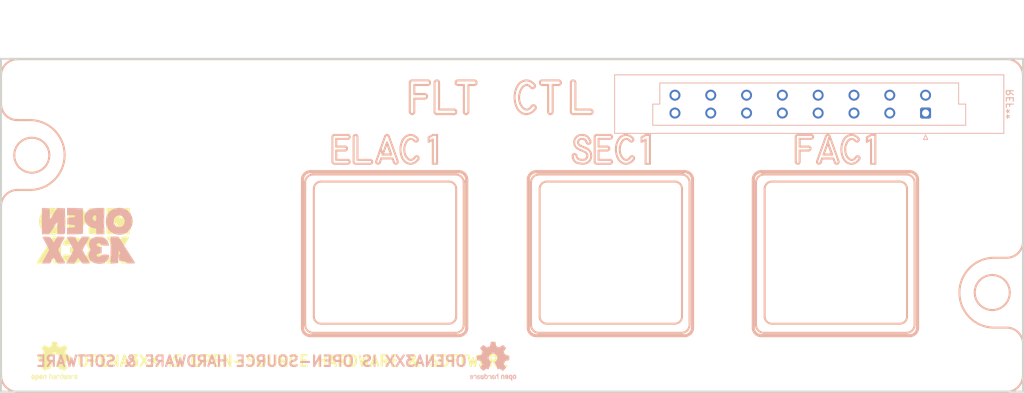
<source format=kicad_pcb>
(kicad_pcb (version 20241229) (generator "pcbnew") (generator_version "9.0")
  (layers (0 "F.Cu" signal) (2 "B.Cu" signal) (13 "F.Paste" user) (15 "B.Paste" user) (5 "F.SilkS" user "F.Silkscreen") (7 "B.SilkS" user "B.Silkscreen") (1 "F.Mask" user) (3 "B.Mask" user) (25 "Edge.Cuts" user))
  (net 0 "")
  (footprint "openaa3xx:logo_180x112" (layer "F.Cu") (at 88.9 106.68)
    (property "Reference" "G***" (hide yes))
    (property "Value" "LOGO" (hide yes))
  )
  (footprint "Symbol:OSHW-Logo2_7.3x6mm_SilkScreen" (layer "F.Cu") (at 85.09 124.46)
    (property "Reference" "REF**" (hide yes))
    (property "Value" "OSHW-Logo2_7.3x6mm_SilkScreen" (hide yes))
  )
  (footprint "Connector_DIN:DIN41612_B2_2x8_Female_Vertical_THT" (layer "B.Cu") (at 211.22 89.20853 90)
    (property "Reference" "REF**" (at 1.27 9.45 90) (layer "B.SilkS") (effects (justify mirror)))
    (property "Value" "DIN41612_B2_2x8_Female_Vertical_THT")
    (pad "" np_thru_hole circle (at 2.24 -44.05 90) (size 2.85 2.85) (drill 2.85) (layers "*.Cu" "*.Mask"))
    (pad "" np_thru_hole circle (at 2.24 5.95 90) (size 2.85 2.85) (drill 2.85) (layers "*.Cu" "*.Mask"))
    (pad "a2" thru_hole roundrect (at 0 -2.54 90) (size 1.55 1.55) (drill 1) (layers "*.Cu" "*.Mask") (roundrect_rratio 0.16129))
    (pad "a4" thru_hole circle (at 0 -7.62 90) (size 1.55 1.55) (drill 1) (layers "*.Cu" "*.Mask"))
    (pad "a6" thru_hole circle (at 0 -12.7 90) (size 1.55 1.55) (drill 1) (layers "*.Cu" "*.Mask"))
    (pad "a8" thru_hole circle (at 0 -17.78 90) (size 1.55 1.55) (drill 1) (layers "*.Cu" "*.Mask"))
    (pad "a10" thru_hole circle (at 0 -22.86 90) (size 1.55 1.55) (drill 1) (layers "*.Cu" "*.Mask"))
    (pad "a12" thru_hole circle (at 0 -27.94 90) (size 1.55 1.55) (drill 1) (layers "*.Cu" "*.Mask"))
    (pad "a14" thru_hole circle (at 0 -33.02 90) (size 1.55 1.55) (drill 1) (layers "*.Cu" "*.Mask"))
    (pad "a16" thru_hole circle (at 0 -38.1 90) (size 1.55 1.55) (drill 1) (layers "*.Cu" "*.Mask"))
    (pad "b2" thru_hole circle (at 2.54 -2.54 90) (size 1.55 1.55) (drill 1) (layers "*.Cu" "*.Mask"))
    (pad "b4" thru_hole circle (at 2.54 -7.62 90) (size 1.55 1.55) (drill 1) (layers "*.Cu" "*.Mask"))
    (pad "b6" thru_hole circle (at 2.54 -12.7 90) (size 1.55 1.55) (drill 1) (layers "*.Cu" "*.Mask"))
    (pad "b8" thru_hole circle (at 2.54 -17.78 90) (size 1.55 1.55) (drill 1) (layers "*.Cu" "*.Mask"))
    (pad "b10" thru_hole circle (at 2.54 -22.86 90) (size 1.55 1.55) (drill 1) (layers "*.Cu" "*.Mask"))
    (pad "b12" thru_hole circle (at 2.54 -27.94 90) (size 1.55 1.55) (drill 1) (layers "*.Cu" "*.Mask"))
    (pad "b14" thru_hole circle (at 2.54 -33.02 90) (size 1.55 1.55) (drill 1) (layers "*.Cu" "*.Mask"))
    (pad "b16" thru_hole circle (at 2.54 -38.1 90) (size 1.55 1.55) (drill 1) (layers "*.Cu" "*.Mask"))
  )
  (footprint "Symbol:OSHW-Logo2_7.3x6mm_SilkScreen" (layer "B.Cu") (at 147.32 124.46 180)
    (property "Reference" "REF**" (hide yes))
    (property "Value" "OSHW-Logo2_7.3x6mm_SilkScreen" (hide yes))
  )
  (footprint "openaa3xx:logo_180x112" (layer "B.Cu") (at 90.17 106.68 180)
    (property "Reference" "G***" (hide yes))
    (property "Value" "LOGO" (hide yes))
  )
  (gr_line (start 136.144924 86.498672) (end 137.626232 86.498672) (stroke (width 0.28) (color 51 153 102 1)) (layer "F.SilkS"))
  (gr_curve (pts (xy 83.630577 96.95105) (xy 84.0972 96.484421) (xy 84.359345 95.851547) (xy 84.359344 95.19165)) (stroke (width 0.28) (color 0 0 255 1)) (layer "F.SilkS"))
  (gr_line (start 126.70187 92.86528) (end 125.07188 92.86528) (stroke (width 0.28) (color 51 153 102 1)) (layer "F.SilkS"))
  (gr_line (start 143.170223 85.220978) (end 142.327374 85.220978) (stroke (width 0.28) (color 51 153 102 1)) (layer "F.SilkS"))
  (gr_curve (pts (xy 216.3829 116.460876) (xy 216.849529 116.927505) (xy 217.482403 117.189651) (xy 218.142315 117.189651)) (stroke (width 0.28) (color 0 0 255 1)) (layer "F.SilkS"))
  (gr_curve (pts (xy 143.156193 119.284286) (xy 143.156193 119.916946) (xy 142.646855 120.4263) (xy 142.014172 120.4263)) (stroke (width 0.28) (color 51 153 102 1)) (layer "F.SilkS"))
  (gr_line (start 185.35661 97.448013) (end 185.764637 97.9263) (stroke (width 0.28)) (layer "F.SilkS"))
  (gr_curve (pts (xy 127.804917 96.411362) (xy 127.643685 96.40068) (xy 127.550617 96.307861) (xy 127.525711 96.132889)) (stroke (width 0.28) (color 51 153 102 1)) (layer "F.SilkS"))
  (gr_curve (pts (xy 164.194035 96.12854) (xy 164.194035 96.288864) (xy 164.101597 96.382385) (xy 163.916729 96.409103)) (stroke (width 0.28) (color 51 153 102 1)) (layer "F.SilkS"))
  (gr_curve (pts (xy 160.297955 92.350082) (xy 160.363514 92.362778) (xy 160.429722 92.384491) (xy 160.496594 92.415207)) (stroke (width 0.28) (color 51 153 102 1)) (layer "F.SilkS"))
  (gr_curve (pts (xy 159.454228 93.098556) (xy 159.391293 93.196091) (xy 159.367695 93.304962) (xy 159.383427 93.425201)) (stroke (width 0.28) (color 51 153 102 1)) (layer "F.SilkS"))
  (gr_line (start 80.724564 128.817673) (end 79.814015 128.816894) (stroke (width 0.28) (color 255 0 0 1)) (layer "F.SilkS"))
  (gr_curve (pts (xy 175.696743 119.71431) (xy 175.696743 120.373886) (xy 175.165753 120.904877) (xy 174.506169 120.904877)) (stroke (width 0.28) (color 51 153 102 1)) (layer "F.SilkS"))
  (gr_line (start 77.500757 123.995621) (end 77.500757 116.284744) (stroke (width 0.28) (color 255 0 0 1)) (layer "F.SilkS"))
  (gr_curve (pts (xy 136.144924 89.021271) (xy 136.129612 89.236557) (xy 136.025883 89.345764) (xy 135.833737 89.348892)) (stroke (width 0.28) (color 51 153 102 1)) (layer "F.SilkS"))
  (gr_curve (pts (xy 185.35661 120.904587) (xy 184.697025 120.904587) (xy 184.166035 120.373581) (xy 184.166035 119.71402)) (stroke (width 0.28) (color 51 153 102 1)) (layer "F.SilkS"))
  (gr_curve (pts (xy 135.386631 92.332367) (xy 135.606854 92.280273) (xy 135.826412 92.301971) (xy 136.045315 92.397476)) (stroke (width 0.28) (color 51 153 102 1)) (layer "F.SilkS"))
  (gr_line (start 162.286312 94.529388) (end 162.286312 95.845993) (stroke (width 0.28) (color 51 153 102 1)) (layer "F.SilkS"))
  (gr_curve (pts (xy 161.052197 95.909119) (xy 160.947956 96.063415) (xy 160.817173 96.182648) (xy 160.659832 96.266815)) (stroke (width 0.28) (color 51 153 102 1)) (layer "F.SilkS"))
  (gr_line (start 79.369954 90.159149) (end 79.343861 90.159149) (stroke (width 0.28) (color 255 0 0 1)) (layer "F.SilkS"))
  (gr_line (start 160.612629 94.238815) (end 160.648029 94.256851) (stroke (width 0.28) (color 51 153 102 1)) (layer "F.SilkS"))
  (gr_curve (pts (xy 165.490109 95.266846) (xy 165.647442 95.571442) (xy 165.845753 95.762161) (xy 166.085041 95.838974)) (stroke (width 0.28) (color 51 153 102 1)) (layer "F.SilkS"))
  (gr_curve (pts (xy 160.496594 92.415207) (xy 160.661801 92.494034) (xy 160.788326 92.602249) (xy 160.876171 92.739853)) (stroke (width 0.28) (color 51 153 102 1)) (layer "F.SilkS"))
  (gr_line (start 153.430737 97.448303) (end 174.506169 97.448303) (stroke (width 0.28) (color 51 153 102 1)) (layer "F.SilkS"))
  (gr_line (start 190.815792 94.529999) (end 190.815792 96.131409) (stroke (width 0.28) (color 51 153 102 1)) (layer "F.SilkS"))
  (gr_line (start 141.059979 119.132782) (end 122.910538 119.132782) (stroke (width 0.28) (color 255 0 0 1)) (layer "F.SilkS"))
  (gr_line (start 205.026394 119.132782) (end 186.876957 119.132782) (stroke (width 0.28) (color 255 0 0 1)) (layer "F.SilkS"))
  (gr_curve (pts (xy 197.7729 93.065216) (xy 197.644062 93.193817) (xy 197.536923 93.358566) (xy 197.451466 93.559509)) (stroke (width 0.28) (color 51 153 102 1)) (layer "F.SilkS"))
  (gr_curve (pts (xy 136.045315 92.397476) (xy 136.264218 92.492981) (xy 136.443798 92.626877) (xy 136.584057 92.799164)) (stroke (width 0.28) (color 51 153 102 1)) (layer "F.SilkS"))
  (gr_line (start 77.601709 88.562973) (end 77.550526 88.361618) (stroke (width 0.28) (color 255 0 0 1)) (layer "F.SilkS"))
  (gr_line (start 155.776264 85.220978) (end 155.776264 89.025955) (stroke (width 0.28) (color 51 153 102 1)) (layer "F.SilkS"))
  (gr_line (start 207.622616 98.63858) (end 207.622616 119.71402) (stroke (width 0.28) (color 51 153 102 1)) (layer "F.SilkS"))
  (gr_curve (pts (xy 78.724338 89.936096) (xy 78.716309 89.933075) (xy 78.711291 89.922974) (xy 78.701255 89.922974)) (stroke (width 0.28) (color 255 0 0 1)) (layer "F.SilkS"))
  (gr_curve (pts (xy 155.437512 89.353561) (xy 155.246899 89.350449) (xy 155.143933 89.241241) (xy 155.12862 89.025955)) (stroke (width 0.28) (color 51 153 102 1)) (layer "F.SilkS"))
  (gr_line (start 161.114147 93.186737) (end 161.131848 93.238831) (stroke (width 0.28) (color 51 153 102 1)) (layer "F.SilkS"))
  (gr_line (start 169.572605 96.421982) (end 168.963154 96.421982) (stroke (width 0.28) (color 51 153 102 1)) (layer "F.SilkS"))
  (gr_line (start 222.499752 83.865585) (end 222.499752 86.183899) (stroke (width 0.28) (color 255 0 0 1)) (layer "F.SilkS"))
  (gr_curve (pts (xy 199.157223 92.810028) (xy 199.217693 92.890411) (xy 199.230183 92.978485) (xy 199.194691 93.074249)) (stroke (width 0.28) (color 51 153 102 1)) (layer "F.SilkS"))
  (gr_curve (pts (xy 121.380123 120.751297) (xy 120.811043 120.751297) (xy 120.352905 120.293045) (xy 120.352905 119.723801)) (stroke (width 0.28) (color 0 0 255 1)) (layer "F.SilkS"))
  (gr_line (start 152.696743 119.284576) (end 152.696743 99.068619) (stroke (width 0.28) (color 51 153 102 1)) (layer "F.SilkS"))
  (gr_curve (pts (xy 197.94643 92.327805) (xy 198.167294 92.275558) (xy 198.387493 92.297317) (xy 198.607044 92.393097)) (stroke (width 0.28) (color 51 153 102 1)) (layer "F.SilkS"))
  (gr_curve (pts (xy 135.099568 96.291153) (xy 134.770554 96.124206) (xy 134.529038 95.841049) (xy 134.375019 95.441696)) (stroke (width 0.28) (color 51 153 102 1)) (layer "F.SilkS"))
  (gr_line (start 190.541683 92.301681) (end 192.45055 92.301681) (stroke (width 0.28) (color 51 153 102 1)) (layer "F.SilkS"))
  (gr_line (start 162.286312 92.864105) (end 162.286312 93.960266) (stroke (width 0.28) (color 51 153 102 1)) (layer "F.SilkS"))
  (gr_curve (pts (xy 77.517407 88.121414) (xy 77.506267 88.045624) (xy 77.506367 87.968613) (xy 77.506367 87.8909)) (stroke (width 0.28) (color 255 0 0 1)) (layer "F.SilkS"))
  (gr_curve (pts (xy 160.659832 95.471252) (xy 160.701786 95.361694) (xy 160.708347 95.247803) (xy 160.679501 95.129578)) (stroke (width 0.28) (color 51 153 102 1)) (layer "F.SilkS"))
  (gr_line (start 138.769039 96.40535) (end 138.769039 92.966858) (stroke (width 0.28) (color 51 153 102 1)) (layer "F.SilkS"))
  (gr_curve (pts (xy 168.963154 92.974808) (xy 168.768543 93.085098) (xy 168.573933 93.195373) (xy 168.379322 93.305664)) (stroke (width 0.28) (color 51 153 102 1)) (layer "F.SilkS"))
  (gr_curve (pts (xy 138.048809 84.561081) (xy 138.261624 84.578247) (xy 138.368038 84.688614) (xy 138.368038 84.892197)) (stroke (width 0.28) (color 51 153 102 1)) (layer "F.SilkS"))
  (gr_line (start 77.550526 88.361618) (end 77.550526 88.351532) (stroke (width 0.28) (color 255 0 0 1)) (layer "F.SilkS"))
  (gr_line (start 124.798577 92.30632) (end 126.70187 92.30632) (stroke (width 0.28) (color 51 153 102 1)) (layer "F.SilkS"))
  (gr_curve (pts (xy 198.075596 95.845093) (xy 198.315518 95.922104) (xy 198.549854 95.805237) (xy 198.778607 95.494461)) (stroke (width 0.28) (color 51 153 102 1)) (layer "F.SilkS"))
  (gr_curve (pts (xy 84.359344 95.19165) (xy 84.359344 93.817474) (xy 83.245359 92.703476) (xy 81.871185 92.703476)) (stroke (width 0.28) (color 0 0 255 1)) (layer "F.SilkS"))
  (gr_curve (pts (xy 192.45055 92.301681) (xy 192.633289 92.316421) (xy 192.724659 92.411179) (xy 192.724659 92.585998)) (stroke (width 0.28) (color 51 153 102 1)) (layer "F.SilkS"))
  (gr_curve (pts (xy 79.814015 128.816894) (xy 78.545265 128.797638) (xy 77.52919 127.771896) (xy 77.520177 126.510055)) (stroke (width 0.28) (color 255 0 0 1)) (layer "F.SilkS"))
  (gr_curve (pts (xy 185.346546 120.751297) (xy 184.777462 120.751297) (xy 184.319325 120.293045) (xy 184.319325 119.723801)) (stroke (width 0.28) (color 0 0 255 1)) (layer "F.SilkS"))
  (gr_curve (pts (xy 220.630459 114.701477) (xy 220.630459 113.32727) (xy 219.516461 112.213272) (xy 218.142285 112.213272)) (stroke (width 0.28) (color 0 0 255 1)) (layer "F.SilkS"))
  (gr_curve (pts (xy 77.505665 102.451889) (xy 77.505765 101.1698) (xy 78.535962 100.132767) (xy 79.810937 100.122665)) (stroke (width 0.28) (color 255 0 0 1)) (layer "F.SilkS"))
  (gr_curve (pts (xy 135.833737 89.348892) (xy 135.64159 89.352005) (xy 135.530201 89.242798) (xy 135.499584 89.021271)) (stroke (width 0.28) (color 51 153 102 1)) (layer "F.SilkS"))
  (gr_curve (pts (xy 136.157391 93.163788) (xy 135.981739 92.955429) (xy 135.812649 92.855255) (xy 135.650105 92.863281)) (stroke (width 0.28) (color 51 153 102 1)) (layer "F.SilkS"))
  (gr_line (start 185.764637 97.9263) (end 205.980587 97.9263) (stroke (width 0.28) (color 51 153 102 1)) (layer "F.SilkS"))
  (gr_curve (pts (xy 198.607044 92.393097) (xy 198.826588 92.488876) (xy 199.006695 92.623169) (xy 199.147366 92.795975)) (stroke (width 0.28) (color 51 153 102 1)) (layer "F.SilkS"))
  (gr_curve (pts (xy 128.080185 95.852402) (xy 128.685124 95.85173) (xy 129.290062 95.851074) (xy 129.895001 95.850403)) (stroke (width 0.28) (color 51 153 102 1)) (layer "F.SilkS"))
  (gr_curve (pts (xy 199.267651 95.773758) (xy 199.26173 95.782471) (xy 199.255818 95.791168) (xy 199.249905 95.799881)) (stroke (width 0.28) (color 51 153 102 1)) (layer "F.SilkS"))
  (gr_curve (pts (xy 134.920643 95.26741) (xy 135.077938 95.57193) (xy 135.276196 95.762588) (xy 135.515423 95.839386)) (stroke (width 0.28) (color 51 153 102 1)) (layer "F.SilkS"))
  (gr_curve (pts (xy 121.798214 120.4263) (xy 121.165528 120.4263) (xy 120.656193 119.916946) (xy 120.656193 119.284286)) (stroke (width 0.28) (color 51 153 102 1)) (layer "F.SilkS"))
  (gr_line (start 139.658726 88.703018) (end 141.778485 88.700684) (stroke (width 0.28) (color 51 153 102 1)) (layer "F.SilkS"))
  (gr_line (start 195.412449 95.096619) (end 194.812969 93.408813) (stroke (width 0.28) (color 51 153 102 1)) (layer "F.SilkS"))
  (gr_line (start 153.925808 118.107803) (end 153.925808 99.958359) (stroke (width 0.28) (color 255 0 0 1)) (layer "F.SilkS"))
  (gr_line (start 136.144924 87.156235) (end 136.144924 89.021271) (stroke (width 0.28) (color 51 153 102 1)) (layer "F.SilkS"))
  (gr_curve (pts (xy 218.388958 109.764099) (xy 215.679531 109.764297) (xy 213.483364 111.999863) (xy 213.483364 114.724609)) (stroke (width 0.28) (color 255 0 0 1)) (layer "F.SilkS"))
  (gr_line (start 139.658726 84.893372) (end 139.658726 88.703018) (stroke (width 0.28) (color 51 153 102 1)) (layer "F.SilkS"))
  (gr_line (start 142.465618 120.904587) (end 121.390186 120.904587) (stroke (width 0.28) (color 51 153 102 1)) (layer "F.SilkS"))
  (gr_curve (pts (xy 77.520177 126.510055) (xy 77.513451 126.506699) (xy 77.506726 126.503357) (xy 77.5 126.5)) (stroke (width 0.28) (color 255 0 0 1)) (layer "F.SilkS"))
  (gr_line (start 174.054722 120.42659) (end 153.838764 120.42659) (stroke (width 0.28) (color 51 153 102 1)) (layer "F.SilkS"))
  (gr_line (start 153.183399 85.136734) (end 153.194882 85.153122) (stroke (width 0.28) (color 51 153 102 1)) (layer "F.SilkS"))
  (gr_curve (pts (xy 173.100529 98.933075) (xy 173.668537 98.933075) (xy 174.125805 99.39035) (xy 174.125805 99.958359)) (stroke (width 0.28) (color 255 0 0 1)) (layer "F.SilkS"))
  (gr_curve (pts (xy 216.3829 112.942047) (xy 215.916271 113.408676) (xy 215.654125 114.041534) (xy 215.654125 114.701446)) (stroke (width 0.28) (color 0 0 255 1)) (layer "F.SilkS"))
  (gr_curve (pts (xy 77.79139 89.011703) (xy 77.786372 89.001602) (xy 77.776336 88.992523) (xy 77.776336 88.982437)) (stroke (width 0.28) (color 255 0 0 1)) (layer "F.SilkS"))
  (gr_line (start 162.286312 95.845993) (end 163.916729 95.845993) (stroke (width 0.28) (color 51 153 102 1)) (layer "F.SilkS"))
  (gr_curve (pts (xy 86.529144 95.163071) (xy 86.529244 92.438415) (xy 84.332963 90.202545) (xy 81.623541 90.202545)) (stroke (width 0.28) (color 255 0 0 1)) (layer "F.SilkS"))
  (gr_curve (pts (xy 161.441746 89.036484) (xy 161.439449 89.235397) (xy 161.331127 89.341858) (xy 161.116772 89.355911)) (stroke (width 0.28) (color 51 153 102 1)) (layer "F.SilkS"))
  (gr_line (start 122.910538 98.932785) (end 141.059979 98.932785) (stroke (width 0.28) (color 255 0 0 1)) (layer "F.SilkS"))
  (gr_curve (pts (xy 156.616818 84.561081) (xy 156.828106 84.578247) (xy 156.934132 84.688614) (xy 156.934895 84.892197)) (stroke (width 0.28) (color 51 153 102 1)) (layer "F.SilkS"))
  (gr_curve (pts (xy 153.925808 99.958359) (xy 153.925808 99.39035) (xy 154.383076 98.933075) (xy 154.951084 98.933075)) (stroke (width 0.28) (color 255 0 0 1)) (layer "F.SilkS"))
  (gr_line (start 131.458141 95.656067) (end 131.261521 96.215027) (stroke (width 0.28) (color 51 153 102 1)) (layer "F.SilkS"))
  (gr_curve (pts (xy 139.011082 84.893372) (xy 139.043232 84.668716) (xy 139.155003 84.55835) (xy 139.346386 84.562256)) (stroke (width 0.28) (color 51 153 102 1)) (layer "F.SilkS"))
  (gr_line (start 158.99931 88.703018) (end 161.119068 88.700684) (stroke (width 0.28) (color 51 153 102 1)) (layer "F.SilkS"))
  (gr_line (start 139.376957 96.40535) (end 138.769039 96.40535) (stroke (width 0.28) (color 51 153 102 1)) (layer "F.SilkS"))
  (gr_curve (pts (xy 163.529286 93.960266) (xy 163.715466 93.988312) (xy 163.808232 94.083511) (xy 163.807575 94.245834)) (stroke (width 0.28) (color 51 153 102 1)) (layer "F.SilkS"))
  (gr_line (start 135.825695 84.561081) (end 138.048809 84.561081) (stroke (width 0.28) (color 51 153 102 1)) (layer "F.SilkS"))
  (gr_curve (pts (xy 120.352905 98.628799) (xy 120.352905 98.059555) (xy 120.811043 97.601303) (xy 121.380123 97.601303)) (stroke (width 0.28) (color 0 0 255 1)) (layer "F.SilkS"))
  (gr_curve (pts (xy 136.668606 95.820358) (xy 136.489025 96.067444) (xy 136.253407 96.243408) (xy 135.96175 96.348251)) (stroke (width 0.28) (color 51 153 102 1)) (layer "F.SilkS"))
  (gr_curve (pts (xy 158.68697 84.562256) (xy 158.878353 84.566147) (xy 158.982472 84.676529) (xy 158.99931 84.893372)) (stroke (width 0.28) (color 51 153 102 1)) (layer "F.SilkS"))
  (gr_curve (pts (xy 78.038075 89.369797) (xy 78.03473 89.366425) (xy 78.031385 89.363068) (xy 78.028039 89.359695)) (stroke (width 0.28) (color 255 0 0 1)) (layer "F.SilkS"))
  (gr_curve (pts (xy 161.119068 88.700684) (xy 161.336483 88.725647) (xy 161.444042 88.83757) (xy 161.441746 89.036484)) (stroke (width 0.28) (color 51 153 102 1)) (layer "F.SilkS"))
  (gr_line (start 185.35661 97.448013) (end 206.432049 97.448013) (stroke (width 0.28) (color 51 153 102 1)) (layer "F.SilkS"))
  (gr_line (start 220.190228 109.764099) (end 218.388958 109.764099) (stroke (width 0.28) (color 255 0 0 1)) (layer "F.SilkS"))
  (gr_line (start 139.011082 89.03064) (end 139.011082 84.893372) (stroke (width 0.28) (color 51 153 102 1)) (layer "F.SilkS"))
  (gr_line (start 139.376957 92.303986) (end 139.376957 96.40535) (stroke (width 0.28) (color 51 153 102 1)) (layer "F.SilkS"))
  (gr_curve (pts (xy 206.442104 97.601303) (xy 207.011181 97.601303) (xy 207.469326 98.059555) (xy 207.469326 98.628799)) (stroke (width 0.28) (color 0 0 255 1)) (layer "F.SilkS"))
  (gr_line (start 154.285771 84.561081) (end 156.616818 84.561081) (stroke (width 0.28) (color 51 153 102 1)) (layer "F.SilkS"))
  (gr_curve (pts (xy 121.885258 99.958069) (xy 121.885258 99.39006) (xy 122.342529 98.932785) (xy 122.910538 98.932785)) (stroke (width 0.28) (color 255 0 0 1)) (layer "F.SilkS"))
  (gr_curve (pts (xy 153.32349 88.604736) (xy 153.316601 88.614883) (xy 153.309712 88.625015) (xy 153.302822 88.635162)) (stroke (width 0.28) (color 51 153 102 1)) (layer "F.SilkS"))
  (gr_curve (pts (xy 142.465618 97.448013) (xy 143.125202 97.448013) (xy 143.656193 97.979004) (xy 143.656193 98.63858)) (stroke (width 0.28) (color 51 153 102 1)) (layer "F.SilkS"))
  (gr_line (start 194.209545 95.096619) (end 195.412449 95.096619) (stroke (width 0.28) (color 51 153 102 1)) (layer "F.SilkS"))
  (gr_line (start 206.051678 99.958069) (end 206.051678 118.107498) (stroke (width 0.28) (color 255 0 0 1)) (layer "F.SilkS"))
  (gr_curve (pts (xy 136.253735 95.437698) (xy 136.376949 95.298798) (xy 136.507046 95.284439) (xy 136.644032 95.394623)) (stroke (width 0.28) (color 51 153 102 1)) (layer "F.SilkS"))
  (gr_line (start 160.255673 92.927216) (end 160.166187 92.89415) (stroke (width 0.28) (color 51 153 102 1)) (layer "F.SilkS"))
  (gr_line (start 194.812969 93.408813) (end 195.412449 95.096619) (stroke (width 0.28) (color 51 153 102 1)) (layer "F.SilkS"))
  (gr_curve (pts (xy 163.916729 92.304993) (xy 164.101597 92.319687) (xy 164.193707 92.413544) (xy 164.193051 92.586548)) (stroke (width 0.28) (color 51 153 102 1)) (layer "F.SilkS"))
  (gr_line (start 138.18668 92.665039) (end 138.769039 92.303986) (stroke (width 0.28) (color 51 153 102 1)) (layer "F.SilkS"))
  (gr_curve (pts (xy 184.622616 99.068314) (xy 184.622616 98.435638) (xy 185.131947 97.9263) (xy 185.764637 97.9263)) (stroke (width 0.28) (color 51 153 102 1)) (layer "F.SilkS"))
  (gr_curve (pts (xy 167.273922 95.767837) (xy 167.268025 95.77652) (xy 167.262119 95.785202) (xy 167.256222 95.793884)) (stroke (width 0.28) (color 51 153 102 1)) (layer "F.SilkS"))
  (gr_line (start 222.506329 105.110702) (end 222.506329 107.434784) (stroke (width 0.28) (color 255 0 0 1)) (layer "F.SilkS"))
  (gr_curve (pts (xy 196.169689 96.404678) (xy 196.017185 96.459595) (xy 195.899525 96.403336) (xy 195.816708 96.235901)) (stroke (width 0.28) (color 51 153 102 1)) (layer "F.SilkS"))
  (gr_curve (pts (xy 165.956219 92.331039) (xy 166.176495 92.278946) (xy 166.396107 92.300644) (xy 166.615071 92.396179)) (stroke (width 0.28) (color 51 153 102 1)) (layer "F.SilkS"))
  (gr_line (start 138.044216 85.218643) (end 136.144924 85.218643) (stroke (width 0.28) (color 51 153 102 1)) (layer "F.SilkS"))
  (gr_line (start 131.66066 95.093109) (end 132.86005 95.093109) (stroke (width 0.28) (color 51 153 102 1)) (layer "F.SilkS"))
  (gr_curve (pts (xy 164.94434 95.441193) (xy 164.79028 95.041733) (xy 164.724064 94.626587) (xy 164.745701 94.195724)) (stroke (width 0.28) (color 51 153 102 1)) (layer "F.SilkS"))
  (gr_curve (pts (xy 133.615074 96.397339) (xy 133.46302 96.452103) (xy 133.345703 96.396011) (xy 133.263123 96.22905)) (stroke (width 0.28) (color 51 153 102 1)) (layer "F.SilkS"))
  (gr_curve (pts (xy 152.68504 85.562637) (xy 152.479878 85.31926) (xy 152.282368 85.202255) (xy 152.092518 85.211624)) (stroke (width 0.28) (color 51 153 102 1)) (layer "F.SilkS"))
  (gr_curve (pts (xy 77.506367 83.850738) (xy 77.524532 82.58197) (xy 78.54941 81.565018) (xy 79.811238 81.554932)) (stroke (width 0.28) (color 255 0 0 1)) (layer "F.SilkS"))
  (gr_line (start 159.877079 92.304993) (end 160.093418 92.311005) (stroke (width 0.28) (color 51 153 102 1)) (layer "F.SilkS"))
  (gr_curve (pts (xy 152.393452 98.629089) (xy 152.393452 98.05986) (xy 152.851589 97.601593) (xy 153.420674 97.601593)) (stroke (width 0.28) (color 0 0 255 1)) (layer "F.SilkS"))
  (gr_line (start 155.12862 89.025955) (end 155.12862 85.220978) (stroke (width 0.28) (color 51 153 102 1)) (layer "F.SilkS"))
  (gr_line (start 127.525711 96.132889) (end 127.525711 92.590805) (stroke (width 0.28) (color 51 153 102 1)) (layer "F.SilkS"))
  (gr_line (start 190.261669 96.131409) (end 190.261669 92.587006) (stroke (width 0.28) (color 51 153 102 1)) (layer "F.SilkS"))
  (gr_curve (pts (xy 151.208325 86.02597) (xy 151.108807 86.259979) (xy 151.047566 86.479172) (xy 151.024594 86.683533)) (stroke (width 0.28) (color 51 153 102 1)) (layer "F.SilkS"))
  (gr_curve (pts (xy 151.449467 89.2155) (xy 151.065167 89.020493) (xy 150.78307 88.689758) (xy 150.603169 88.223312)) (stroke (width 0.28) (color 51 153 102 1)) (layer "F.SilkS"))
  (gr_curve (pts (xy 152.696743 99.068619) (xy 152.696743 98.435928) (xy 153.206074 97.92659) (xy 153.838764 97.92659)) (stroke (width 0.28) (color 51 153 102 1)) (layer "F.SilkS"))
  (gr_curve (pts (xy 134.510685 93.009521) (xy 134.711895 92.64891) (xy 135.00388 92.423187) (xy 135.386631 92.332367)) (stroke (width 0.28) (color 51 153 102 1)) (layer "F.SilkS"))
  (gr_curve (pts (xy 120.656193 99.068314) (xy 120.656193 98.435638) (xy 121.165528 97.9263) (xy 121.798214 97.9263)) (stroke (width 0.28) (color 51 153 102 1)) (layer "F.SilkS"))
  (gr_line (start 79.810937 100.122665) (end 81.623541 100.122665) (stroke (width 0.28) (color 255 0 0 1)) (layer "F.SilkS"))
  (gr_line (start 174.506169 120.904877) (end 153.430737 120.904877) (stroke (width 0.28) (color 51 153 102 1)) (layer "F.SilkS"))
  (gr_curve (pts (xy 142.014172 97.9263) (xy 142.646855 97.9263) (xy 143.156193 98.435638) (xy 143.156193 99.068314)) (stroke (width 0.28) (color 51 153 102 1)) (layer "F.SilkS"))
  (gr_line (start 136.584057 92.799164) (end 136.593891 92.813187) (stroke (width 0.28) (color 51 153 102 1)) (layer "F.SilkS"))
  (gr_line (start 207.469326 98.628799) (end 207.469326 119.723801) (stroke (width 0.28) (color 0 0 255 1)) (layer "F.SilkS"))
  (gr_line (start 158.671475 95.645599) (end 158.636074 95.509323) (stroke (width 0.28) (color 51 153 102 1)) (layer "F.SilkS"))
  (gr_curve (pts (xy 174.516232 97.601593) (xy 175.085308 97.601593) (xy 175.543453 98.05986) (xy 175.543453 98.629089)) (stroke (width 0.28) (color 0 0 255 1)) (layer "F.SilkS"))
  (gr_curve (pts (xy 137.626232 86.498672) (xy 137.837521 86.514267) (xy 137.944698 86.619568) (xy 137.947758 86.814575)) (stroke (width 0.28) (color 51 153 102 1)) (layer "F.SilkS"))
  (gr_curve (pts (xy 167.006451 93.254868) (xy 166.905491 93.281586) (xy 166.812397 93.250854) (xy 166.727177 93.162689)) (stroke (width 0.28) (color 51 153 102 1)) (layer "F.SilkS"))
  (gr_curve (pts (xy 153.965389 84.892197) (xy 153.96616 84.69017) (xy 154.072949 84.579803) (xy 154.285771 84.561081)) (stroke (width 0.28) (color 51 153 102 1)) (layer "F.SilkS"))
  (gr_curve (pts (xy 174.125805 118.107803) (xy 174.125805 118.675796) (xy 173.668537 119.133072) (xy 173.100529 119.133072)) (stroke (width 0.28) (color 255 0 0 1)) (layer "F.SilkS"))
  (gr_line (start 158.99931 84.893372) (end 158.99931 88.703018) (stroke (width 0.28) (color 51 153 102 1)) (layer "F.SilkS"))
  (gr_line (start 78.343672 89.677124) (end 78.187612 89.534714) (stroke (width 0.28) (color 255 0 0 1)) (layer "F.SilkS"))
  (gr_line (start 132.86005 95.093109) (end 132.262322 93.410217) (stroke (width 0.28) (color 51 153 102 1)) (layer "F.SilkS"))
  (gr_line (start 77.894058 89.181152) (end 77.79139 89.011703) (stroke (width 0.28) (color 255 0 0 1)) (layer "F.SilkS"))
  (gr_curve (pts (xy 160.130787 95.839981) (xy 160.387768 95.839981) (xy 160.564121 95.717071) (xy 160.659832 95.471252)) (stroke (width 0.28) (color 51 153 102 1)) (layer "F.SilkS"))
  (gr_line (start 156.616818 85.220978) (end 155.776264 85.220978) (stroke (width 0.28) (color 51 153 102 1)) (layer "F.SilkS"))
  (gr_curve (pts (xy 165.305233 94.122589) (xy 165.281635 94.317642) (xy 165.283924 94.513687) (xy 165.312115 94.710739)) (stroke (width 0.28) (color 51 153 102 1)) (layer "F.SilkS"))
  (gr_curve (pts (xy 222.499752 86.183899) (xy 222.501949 91.159164) (xy 222.504131 96.13443) (xy 222.506329 101.109695)) (stroke (width 0.28) (color 255 0 0 1)) (layer "F.SilkS"))
  (gr_line (start 143.656193 98.63858) (end 143.156193 99.068314) (stroke (width 0.28)) (layer "F.SilkS"))
  (gr_line (start 207.122616 99.068314) (end 207.122616 119.284286) (stroke (width 0.28) (color 51 153 102 1)) (layer "F.SilkS"))
  (gr_curve (pts (xy 141.059979 98.932785) (xy 141.627995 98.932785) (xy 142.085262 99.39006) (xy 142.085262 99.958069)) (stroke (width 0.28) (color 255 0 0 1)) (layer "F.SilkS"))
  (gr_curve (pts (xy 160.134716 96.403091) (xy 159.830532 96.403091) (xy 159.540112 96.363342) (xy 159.263462 96.283859)) (stroke (width 0.28) (color 51 153 102 1)) (layer "F.SilkS"))
  (gr_line (start 195.075245 92.486542) (end 196.339276 96.038986) (stroke (width 0.28) (color 51 153 102 1)) (layer "F.SilkS"))
  (gr_curve (pts (xy 142.007 84.892197) (xy 142.007763 84.69017) (xy 142.114552 84.579803) (xy 142.327374 84.561081)) (stroke (width 0.28) (color 51 153 102 1)) (layer "F.SilkS"))
  (gr_line (start 79.822277 90.202545) (end 79.59155 90.191452) (stroke (width 0.28) (color 255 0 0 1)) (layer "F.SilkS"))
  (gr_line (start 219.28233 128.817535) (end 80.724564 128.817673) (stroke (width 0.28) (color 255 0 0 1)) (layer "F.SilkS"))
  (gr_curve (pts (xy 163.916729 95.845993) (xy 164.101597 95.874039) (xy 164.194035 95.968231) (xy 164.194035 96.12854)) (stroke (width 0.28) (color 51 153 102 1)) (layer "F.SilkS"))
  (gr_line (start 192.087711 94.529999) (end 190.815792 94.529999) (stroke (width 0.28) (color 51 153 102 1)) (layer "F.SilkS"))
  (gr_curve (pts (xy 137.947758 86.814575) (xy 137.950817 87.009582) (xy 137.843647 87.123474) (xy 137.626232 87.156235)) (stroke (width 0.28) (color 51 153 102 1)) (layer "F.SilkS"))
  (gr_line (start 175.696743 98.638885) (end 175.696743 119.71431) (stroke (width 0.28) (color 51 153 102 1)) (layer "F.SilkS"))
  (gr_curve (pts (xy 192.363789 94.236633) (xy 192.366413 94.404083) (xy 192.274388 94.501862) (xy 192.087711 94.529999)) (stroke (width 0.28) (color 51 153 102 1)) (layer "F.SilkS"))
  (gr_curve (pts (xy 156.934895 84.892197) (xy 156.935665 85.095795) (xy 156.82964 85.205383) (xy 156.616818 85.220978)) (stroke (width 0.28) (color 51 153 102 1)) (layer "F.SilkS"))
  (gr_line (start 184.166035 119.71402) (end 184.166035 98.63858) (stroke (width 0.28) (color 51 153 102 1)) (layer "F.SilkS"))
  (gr_line (start 200.940487 92.301025) (end 201.555432 92.301025) (stroke (width 0.28) (color 51 153 102 1)) (layer "F.SilkS"))
  (gr_curve (pts (xy 126.70187 95.84639) (xy 126.886692 95.874451) (xy 126.979107 95.968613) (xy 126.979107 96.128876)) (stroke (width 0.28) (color 51 153 102 1)) (layer "F.SilkS"))
  (gr_curve (pts (xy 151.032635 87.370346) (xy 151.065556 87.600449) (xy 151.134831 87.81691) (xy 151.240475 88.019714)) (stroke (width 0.28) (color 51 153 102 1)) (layer "F.SilkS"))
  (gr_curve (pts (xy 206.432049 97.448013) (xy 207.091625 97.448013) (xy 207.622616 97.979004) (xy 207.622616 98.63858)) (stroke (width 0.28) (color 51 153 102 1)) (layer "F.SilkS"))
  (gr_line (start 200.351406 93.295868) (end 200.351406 92.662781) (stroke (width 0.28) (color 51 153 102 1)) (layer "F.SilkS"))
  (gr_curve (pts (xy 143.502903 119.723801) (xy 143.502903 120.293045) (xy 143.044766 120.751297) (xy 142.475689 120.751297)) (stroke (width 0.28) (color 0 0 255 1)) (layer "F.SilkS"))
  (gr_line (start 136.216374 95.489792) (end 136.253735 95.437698) (stroke (width 0.28) (color 51 153 102 1)) (layer "F.SilkS"))
  (gr_curve (pts (xy 154.951084 119.133072) (xy 154.383076 119.133072) (xy 153.925808 118.675796) (xy 153.925808 118.107803)) (stroke (width 0.28) (color 255 0 0 1)) (layer "F.SilkS"))
  (gr_curve (pts (xy 222.506329 107.434784) (xy 222.506237 108.721207) (xy 221.469418 109.764008) (xy 220.190228 109.764099)) (stroke (width 0.28) (color 255 0 0 1)) (layer "F.SilkS"))
  (gr_curve (pts (xy 160.679501 95.129578) (xy 160.650654 95.011337) (xy 160.593617 94.912811) (xy 160.508396 94.833984)) (stroke (width 0.28) (color 51 153 102 1)) (layer "F.SilkS"))
  (gr_curve (pts (xy 167.163784 92.811996) (xy 167.224102 92.892151) (xy 167.236553 92.979996) (xy 167.201153 93.075516)) (stroke (width 0.28) (color 51 153 102 1)) (layer "F.SilkS"))
  (gr_curve (pts (xy 194.814945 92.301681) (xy 194.943783 92.300339) (xy 195.030544 92.361954) (xy 195.075245 92.486542)) (stroke (width 0.28) (color 51 153 102 1)) (layer "F.SilkS"))
  (gr_curve (pts (xy 194.812969 93.408813) (xy 194.611828 93.97142) (xy 194.410687 94.534012) (xy 194.209545 95.096619)) (stroke (width 0.28) (color 51 153 102 1)) (layer "F.SilkS"))
  (gr_curve (pts (xy 154.285771 85.220978) (xy 154.071423 85.203827) (xy 153.964626 85.094223) (xy 153.965389 84.892197)) (stroke (width 0.28) (color 51 153 102 1)) (layer "F.SilkS"))
  (gr_line (start 79.811238 81.554932) (end 79.821274 81.534744) (stroke (width 0.28) (color 255 0 0 1)) (layer "F.SilkS"))
  (gr_line (start 131.374577 94.256668) (end 132.006714 92.490631) (stroke (width 0.28) (color 51 153 102 1)) (layer "F.SilkS"))
  (gr_line (start 160.709988 94.293915) (end 160.742436 94.312958) (stroke (width 0.28) (color 51 153 102 1)) (layer "F.SilkS"))
  (gr_line (start 158.351666 89.03064) (end 158.351666 84.893372) (stroke (width 0.28) (color 51 153 102 1)) (layer "F.SilkS"))
  (gr_curve (pts (xy 161.240017 95.405121) (xy 161.219036 95.586807) (xy 161.156429 95.754806) (xy 161.052197 95.909119)) (stroke (width 0.28) (color 51 153 102 1)) (layer "F.SilkS"))
  (gr_curve (pts (xy 186.876957 119.132782) (xy 186.308949 119.132782) (xy 185.851681 118.675507) (xy 185.851681 118.107498)) (stroke (width 0.28) (color 255 0 0 1)) (layer "F.SilkS"))
  (gr_line (start 120.352905 119.723801) (end 120.352905 98.628799) (stroke (width 0.28) (color 0 0 255 1)) (layer "F.SilkS"))
  (gr_curve (pts (xy 207.469326 119.723801) (xy 207.469326 120.293045) (xy 207.011181 120.751297) (xy 206.442104 120.751297)) (stroke (width 0.28) (color 0 0 255 1)) (layer "F.SilkS"))
  (gr_curve (pts (xy 165.783146 93.066498) (xy 165.654652 93.194748) (xy 165.547795 93.35907) (xy 165.462574 93.559479)) (stroke (width 0.28) (color 51 153 102 1)) (layer "F.SilkS"))
  (gr_line (start 200.940487 96.4104) (end 200.940487 92.965195) (stroke (width 0.28) (color 51 153 102 1)) (layer "F.SilkS"))
  (gr_curve (pts (xy 160.797505 93.573502) (xy 160.716213 93.554794) (xy 160.653935 93.501358) (xy 160.610661 93.413177)) (stroke (width 0.28) (color 51 153 102 1)) (layer "F.SilkS"))
  (gr_curve (pts (xy 195.816708 96.235901) (xy 195.749005 96.044342) (xy 195.681294 95.852798) (xy 195.61359 95.66124)) (stroke (width 0.28) (color 51 153 102 1)) (layer "F.SilkS"))
  (gr_line (start 78.028039 89.359695) (end 77.904094 89.193268) (stroke (width 0.28) (color 255 0 0 1)) (layer "F.SilkS"))
  (gr_curve (pts (xy 133.263123 96.22905) (xy 133.195618 96.038055) (xy 133.128109 95.847061) (xy 133.060604 95.656067)) (stroke (width 0.28) (color 51 153 102 1)) (layer "F.SilkS"))
  (gr_line (start 200.940487 92.965195) (end 200.351406 93.295868) (stroke (width 0.28) (color 51 153 102 1)) (layer "F.SilkS"))
  (gr_curve (pts (xy 139.3372 89.355911) (xy 139.148876 89.34343) (xy 139.040173 89.235001) (xy 139.011082 89.03064)) (stroke (width 0.28) (color 51 153 102 1)) (layer "F.SilkS"))
  (gr_line (start 201.555432 92.301025) (end 201.555432 96.4104) (stroke (width 0.28) (color 51 153 102 1)) (layer "F.SilkS"))
  (gr_line (start 159.587971 93.769882) (end 159.605671 93.782913) (stroke (width 0.28) (color 51 153 102 1)) (layer "F.SilkS"))
  (gr_line (start 77.506367 86.202576) (end 77.506367 84.761291) (stroke (width 0.28) (color 255 0 0 1)) (layer "F.SilkS"))
  (gr_line (start 138.18668 93.29689) (end 138.18668 92.665039) (stroke (width 0.28) (color 51 153 102 1)) (layer "F.SilkS"))
  (gr_line (start 79.116645 90.098602) (end 78.939209 90.032989) (stroke (width 0.28) (color 255 0 0 1)) (layer "F.SilkS"))
  (gr_line (start 174.125805 99.958359) (end 174.125805 118.107803) (stroke (width 0.28) (color 255 0 0 1)) (layer "F.SilkS"))
  (gr_curve (pts (xy 194.556614 92.486542) (xy 194.600002 92.364639) (xy 194.686108 92.303024) (xy 194.814945 92.301681)) (stroke (width 0.28) (color 51 153 102 1)) (layer "F.SilkS"))
  (gr_line (start 218.388958 119.684113) (end 220.201565 119.684113) (stroke (width 0.28) (color 255 0 0 1)) (layer "F.SilkS"))
  (gr_curve (pts (xy 165.080044 93.008377) (xy 165.281307 92.647675) (xy 165.573361 92.42189) (xy 165.956219 92.331039)) (stroke (width 0.28) (color 51 153 102 1)) (layer "F.SilkS"))
  (gr_line (start 220.192883 128.816757) (end 219.28233 128.817535) (stroke (width 0.28) (color 255 0 0 1)) (layer "F.SilkS"))
  (gr_curve (pts (xy 166.823544 95.43718) (xy 166.946789 95.298233) (xy 167.076924 95.283874) (xy 167.21394 95.394089)) (stroke (width 0.28) (color 51 153 102 1)) (layer "F.SilkS"))
  (gr_line (start 137.626232 87.156235) (end 136.144924 87.156235) (stroke (width 0.28) (color 51 153 102 1)) (layer "F.SilkS"))
  (gr_curve (pts (xy 153.430737 120.904877) (xy 152.771153 120.904877) (xy 152.240162 120.373886) (xy 152.240162 119.71431)) (stroke (width 0.28) (color 51 153 102 1)) (layer "F.SilkS"))
  (gr_line (start 173.100529 119.133072) (end 154.951084 119.133072) (stroke (width 0.28) (color 255 0 0 1)) (layer "F.SilkS"))
  (gr_curve (pts (xy 207.622616 119.71402) (xy 207.622616 120.373581) (xy 207.091625 120.904587) (xy 206.432049 120.904587)) (stroke (width 0.28) (color 51 153 102 1)) (layer "F.SilkS"))
  (gr_line (start 205.980587 120.4263) (end 185.764637 120.4263) (stroke (width 0.28) (color 51 153 102 1)) (layer "F.SilkS"))
  (gr_line (start 132.523827 92.490631) (end 133.784172 96.032715) (stroke (width 0.28) (color 51 153 102 1)) (layer "F.SilkS"))
  (gr_line (start 158.636074 95.509323) (end 158.60854 95.369049) (stroke (width 0.28) (color 51 153 102 1)) (layer "F.SilkS"))
  (gr_line (start 160.093418 92.311005) (end 160.297955 92.350082) (stroke (width 0.28) (color 51 153 102 1)) (layer "F.SilkS"))
  (gr_line (start 120.199616 119.71402) (end 120.199616 98.63858) (stroke (width 0.28) (color 51 153 102 1)) (layer "F.SilkS"))
  (gr_line (start 132.86005 95.093109) (end 132.262322 93.410217) (stroke (width 0.28) (color 51 153 102 1)) (layer "F.SilkS"))
  (gr_curve (pts (xy 158.678356 95.114548) (xy 158.744572 95.041061) (xy 158.826847 95.013016) (xy 158.925183 95.03038)) (stroke (width 0.28) (color 51 153 102 1)) (layer "F.SilkS"))
  (gr_curve (pts (xy 159.6273 93.795944) (xy 159.63451 93.799286) (xy 159.641728 93.802612) (xy 159.648937 93.805954)) (stroke (width 0.28) (color 51 153 102 1)) (layer "F.SilkS"))
  (gr_curve (pts (xy 205.980587 97.9263) (xy 206.613278 97.9263) (xy 207.122616 98.435638) (xy 207.122616 99.068314)) (stroke (width 0.28) (color 51 153 102 1)) (layer "F.SilkS"))
  (gr_line (start 126.314526 94.530136) (end 125.07188 94.530136) (stroke (width 0.28) (color 51 153 102 1)) (layer "F.SilkS"))
  (gr_curve (pts (xy 215.654125 114.701446) (xy 215.654125 115.361389) (xy 215.916271 115.994247) (xy 216.3829 116.460876)) (stroke (width 0.28) (color 0 0 255 1)) (layer "F.SilkS"))
  (gr_curve (pts (xy 152.240162 98.638885) (xy 152.240162 97.979294) (xy 152.771153 97.448303) (xy 153.430737 97.448303)) (stroke (width 0.28) (color 51 153 102 1)) (layer "F.SilkS"))
  (gr_line (start 125.07188 94.530136) (end 125.07188 95.84639) (stroke (width 0.28) (color 51 153 102 1)) (layer "F.SilkS"))
  (gr_line (start 81.131707 81.534759) (end 220.219875 81.536865) (stroke (width 0.28) (color 255 0 0 1)) (layer "F.SilkS"))
  (gr_line (start 162.286312 93.960266) (end 163.529286 93.960266) (stroke (width 0.28) (color 51 153 102 1)) (layer "F.SilkS"))
  (gr_curve (pts (xy 134.742699 94.711441) (xy 134.770882 94.908447) (xy 134.830197 95.093765) (xy 134.920643 95.26741)) (stroke (width 0.28) (color 51 153 102 1)) (layer "F.SilkS"))
  (gr_line (start 136.703999 95.768265) (end 136.686299 95.794311) (stroke (width 0.28) (color 51 153 102 1)) (layer "F.SilkS"))
  (gr_curve (pts (xy 150.371212 86.768951) (xy 150.396481 86.265823) (xy 150.526615 85.803665) (xy 150.761639 85.382446)) (stroke (width 0.28) (color 51 153 102 1)) (layer "F.SilkS"))
  (gr_curve (pts (xy 206.051678 118.107498) (xy 206.051678 118.675507) (xy 205.594418 119.132782) (xy 205.026394 119.132782)) (stroke (width 0.28) (color 255 0 0 1)) (layer "F.SilkS"))
  (gr_curve (pts (xy 141.778485 88.700684) (xy 141.995899 88.725647) (xy 142.103451 88.83757) (xy 142.101154 89.036484)) (stroke (width 0.28) (color 51 153 102 1)) (layer "F.SilkS"))
  (gr_curve (pts (xy 132.006714 92.490631) (xy 132.049969 92.369095) (xy 132.135826 92.307663) (xy 132.264286 92.30632)) (stroke (width 0.28) (color 51 153 102 1)) (layer "F.SilkS"))
  (gr_line (start 78.734374 89.936096) (end 78.724338 89.936096) (stroke (width 0.28) (color 255 0 0 1)) (layer "F.SilkS"))
  (gr_line (start 161.116772 89.355911) (end 158.677784 89.355911) (stroke (width 0.28) (color 51 153 102 1)) (layer "F.SilkS"))
  (gr_curve (pts (xy 127.525711 92.590805) (xy 127.553242 92.398483) (xy 127.64893 92.303986) (xy 127.812779 92.307327)) (stroke (width 0.28) (color 51 153 102 1)) (layer "F.SilkS"))
  (gr_curve (pts (xy 196.931851 95.446243) (xy 196.777386 95.045715) (xy 196.710995 94.629456) (xy 196.732685 94.197464)) (stroke (width 0.28) (color 51 153 102 1)) (layer "F.SilkS"))
  (gr_curve (pts (xy 161.02171 93.529419) (xy 160.953526 93.578842) (xy 160.878796 93.593536) (xy 160.797505 93.573502)) (stroke (width 0.28) (color 51 153 102 1)) (layer "F.SilkS"))
  (gr_line (start 155.12862 85.220978) (end 154.285771 85.220978) (stroke (width 0.28) (color 51 153 102 1)) (layer "F.SilkS"))
  (gr_curve (pts (xy 158.677784 89.355911) (xy 158.489468 89.34343) (xy 158.380757 89.235001) (xy 158.351666 89.03064)) (stroke (width 0.28) (color 51 153 102 1)) (layer "F.SilkS"))
  (gr_curve (pts (xy 197.479077 95.271439) (xy 197.63683 95.576843) (xy 197.835674 95.768066) (xy 198.075596 95.845093)) (stroke (width 0.28) (color 51 153 102 1)) (layer "F.SilkS"))
  (gr_curve (pts (xy 213.483364 114.724609) (xy 213.483364 117.449371) (xy 215.679531 119.683914) (xy 218.388958 119.684113)) (stroke (width 0.28) (color 255 0 0 1)) (layer "F.SilkS"))
  (gr_line (start 129.893032 96.411362) (end 127.804917 96.411362) (stroke (width 0.28) (color 51 153 102 1)) (layer "F.SilkS"))
  (gr_line (start 185.346546 97.601303) (end 206.442104 97.601303) (stroke (width 0.28) (color 0 0 255 1)) (layer "F.SilkS"))
  (gr_curve (pts (xy 151.024594 86.683533) (xy 150.997036 86.911301) (xy 150.999714 87.140243) (xy 151.032635 87.370346)) (stroke (width 0.28) (color 51 153 102 1)) (layer "F.SilkS"))
  (gr_curve (pts (xy 160.358921 94.739807) (xy 160.055393 94.604202) (xy 159.751858 94.468597) (xy 159.44833 94.332993)) (stroke (width 0.28) (color 51 153 102 1)) (layer "F.SilkS"))
  (gr_line (start 135.499584 89.021271) (end 135.499584 84.893372) (stroke (width 0.28) (color 51 153 102 1)) (layer "F.SilkS"))
  (gr_curve (pts (xy 165.462574 93.559479) (xy 165.377346 93.759872) (xy 165.324902 93.947571) (xy 165.305233 94.122589)) (stroke (width 0.28) (color 51 153 102 1)) (layer "F.SilkS"))
  (gr_curve (pts (xy 167.238522 95.819931) (xy 167.058895 96.067093) (xy 166.823216 96.243103) (xy 166.531483 96.347977)) (stroke (width 0.28) (color 51 153 102 1)) (layer "F.SilkS"))
  (gr_curve (pts (xy 77.550526 88.351532) (xy 77.536475 88.280975) (xy 77.527443 88.209228) (xy 77.517407 88.136551)) (stroke (width 0.28) (color 255 0 0 1)) (layer "F.SilkS"))
  (gr_line (start 193.290608 96.028946) (end 193.922627 94.257736) (stroke (width 0.28) (color 51 153 102 1)) (layer "F.SilkS"))
  (gr_line (start 168.963154 92.310257) (end 169.572605 92.310257) (stroke (width 0.28) (color 51 153 102 1)) (layer "F.SilkS"))
  (gr_curve (pts (xy 134.893116 93.560471) (xy 134.807911 93.760818) (xy 134.755482 93.948471) (xy 134.735817 94.123444)) (stroke (width 0.28) (color 51 153 102 1)) (layer "F.SilkS"))
  (gr_curve (pts (xy 77.611745 88.591232) (xy 77.611745 88.582153) (xy 77.601709 88.573074) (xy 77.601709 88.562973)) (stroke (width 0.28) (color 255 0 0 1)) (layer "F.SilkS"))
  (gr_curve (pts (xy 184.166035 98.63858) (xy 184.166035 97.979004) (xy 184.697025 97.448013) (xy 185.35661 97.448013)) (stroke (width 0.28) (color 51 153 102 1)) (layer "F.SilkS"))
  (gr_line (start 126.70187 96.409363) (end 124.798577 96.409363) (stroke (width 0.28) (color 51 153 102 1)) (layer "F.SilkS"))
  (gr_line (start 78.51589 89.806503) (end 78.343672 89.677124) (stroke (width 0.28) (color 255 0 0 1)) (layer "F.SilkS"))
  (gr_line (start 159.605671 93.782913) (end 159.6273 93.795944) (stroke (width 0.28) (color 51 153 102 1)) (layer "F.SilkS"))
  (gr_curve (pts (xy 166.219761 92.862091) (xy 166.057179 92.870117) (xy 165.91164 92.938248) (xy 165.783146 93.066498)) (stroke (width 0.28) (color 51 153 102 1)) (layer "F.SilkS"))
  (gr_line (start 77.776336 88.982437) (end 77.692033 88.806717) (stroke (width 0.28) (color 255 0 0 1)) (layer "F.SilkS"))
  (gr_line (start 125.07188 95.84639) (end 126.70187 95.84639) (stroke (width 0.28) (color 51 153 102 1)) (layer "F.SilkS"))
  (gr_curve (pts (xy 130.171253 96.137894) (xy 130.169289 96.308182) (xy 130.07655 96.399353) (xy 129.893032 96.411362)) (stroke (width 0.28) (color 51 153 102 1)) (layer "F.SilkS"))
  (gr_line (start 121.380123 97.601303) (end 142.475689 97.601303) (stroke (width 0.28) (color 0 0 255 1)) (layer "F.SilkS"))
  (gr_curve (pts (xy 193.809239 96.221832) (xy 193.725102 96.39061) (xy 193.605473 96.445877) (xy 193.450344 96.387604)) (stroke (width 0.28) (color 51 153 102 1)) (layer "F.SilkS"))
  (gr_curve (pts (xy 142.101154 89.036484) (xy 142.098858 89.235397) (xy 141.990536 89.341858) (xy 141.776188 89.355911)) (stroke (width 0.28) (color 51 153 102 1)) (layer "F.SilkS"))
  (gr_curve (pts (xy 198.210674 92.86026) (xy 198.047657 92.868301) (xy 197.901737 92.936615) (xy 197.7729 93.065216)) (stroke (width 0.28) (color 51 153 102 1)) (layer "F.SilkS"))
  (gr_curve (pts (xy 197.658528 96.298187) (xy 197.328549 96.130737) (xy 197.086323 95.846756) (xy 196.931851 95.446243)) (stroke (width 0.28) (color 51 153 102 1)) (layer "F.SilkS"))
  (gr_curve (pts (xy 196.732685 94.197464) (xy 196.754376 93.765457) (xy 196.866123 93.368622) (xy 197.067921 93.006943)) (stroke (width 0.28) (color 51 153 102 1)) (layer "F.SilkS"))
  (gr_curve (pts (xy 196.339276 96.038986) (xy 196.378719 96.227859) (xy 196.322186 96.349762) (xy 196.169689 96.404678)) (stroke (width 0.28) (color 51 153 102 1)) (layer "F.SilkS"))
  (gr_curve (pts (xy 135.515423 95.839386) (xy 135.754643 95.916183) (xy 135.988293 95.799652) (xy 136.216374 95.489792)) (stroke (width 0.28) (color 51 153 102 1)) (layer "F.SilkS"))
  (gr_line (start 218.142315 117.189651) (end 218.1423 117.189636) (stroke (width 0.28)) (layer "F.SilkS"))
  (gr_line (start 199.249905 95.799881) (end 199.240048 95.81395) (stroke (width 0.28) (color 51 153 102 1)) (layer "F.SilkS"))
  (gr_curve (pts (xy 158.925183 95.03038) (xy 159.028767 95.051758) (xy 159.100872 95.117218) (xy 159.141522 95.226761)) (stroke (width 0.28) (color 51 153 102 1)) (layer "F.SilkS"))
  (gr_line (start 77.67999 88.778458) (end 77.611745 88.591232) (stroke (width 0.28) (color 255 0 0 1)) (layer "F.SilkS"))
  (gr_line (start 77.5 126.5) (end 77.501141 125.189575) (stroke (width 0.28) (color 255 0 0 1)) (layer "F.SilkS"))
  (gr_curve (pts (xy 192.087711 93.965378) (xy 192.269131 93.978775) (xy 192.361157 94.069199) (xy 192.363789 94.236633)) (stroke (width 0.28) (color 51 153 102 1)) (layer "F.SilkS"))
  (gr_line (start 78.176572 89.523605) (end 78.038075 89.369797) (stroke (width 0.28) (color 255 0 0 1)) (layer "F.SilkS"))
  (gr_line (start 222.505749 125.189438) (end 222.506893 126.499863) (stroke (width 0.28) (color 255 0 0 1)) (layer "F.SilkS"))
  (gr_curve (pts (xy 185.851681 99.958069) (xy 185.851681 99.39006) (xy 186.308949 98.932785) (xy 186.876957 98.932785)) (stroke (width 0.28) (color 255 0 0 1)) (layer "F.SilkS"))
  (gr_curve (pts (xy 185.764637 120.4263) (xy 185.131947 120.4263) (xy 184.622616 119.916946) (xy 184.622616 119.284286)) (stroke (width 0.28) (color 51 153 102 1)) (layer "F.SilkS"))
  (gr_line (start 161.063008 93.493347) (end 161.02171 93.529419) (stroke (width 0.28) (color 51 153 102 1)) (layer "F.SilkS"))
  (gr_line (start 186.876957 98.932785) (end 205.026394 98.932785) (stroke (width 0.28) (color 255 0 0 1)) (layer "F.SilkS"))
  (gr_line (start 79.148761 90.108688) (end 79.116645 90.098602) (stroke (width 0.28) (color 255 0 0 1)) (layer "F.SilkS"))
  (gr_curve (pts (xy 142.085262 118.107498) (xy 142.085262 118.675507) (xy 141.627995 119.132782) (xy 141.059979 119.132782)) (stroke (width 0.28) (color 255 0 0 1)) (layer "F.SilkS"))
  (gr_curve (pts (xy 136.593891 92.813187) (xy 136.654186 92.893326) (xy 136.666638 92.98114) (xy 136.631245 93.076645)) (stroke (width 0.28) (color 51 153 102 1)) (layer "F.SilkS"))
  (gr_curve (pts (xy 151.9352 88.687805) (xy 152.214619 88.777512) (xy 152.48753 88.641403) (xy 152.753933 88.279465)) (stroke (width 0.28) (color 51 153 102 1)) (layer "F.SilkS"))
  (gr_curve (pts (xy 159.147419 95.244797) (xy 159.210354 95.534714) (xy 159.320164 95.707718) (xy 159.476849 95.763824)) (stroke (width 0.28) (color 51 153 102 1)) (layer "F.SilkS"))
  (gr_curve (pts (xy 120.199616 98.63858) (xy 120.199616 97.979004) (xy 120.730606 97.448013) (xy 121.390186 97.448013)) (stroke (width 0.28) (color 51 153 102 1)) (layer "F.SilkS"))
  (gr_curve (pts (xy 78.939209 90.032989) (xy 78.927165 90.027939) (xy 78.915122 90.027939) (xy 78.903079 90.017853)) (stroke (width 0.28) (color 255 0 0 1)) (layer "F.SilkS"))
  (gr_curve (pts (xy 190.261669 92.587006) (xy 190.285328 92.410187) (xy 190.378666 92.315079) (xy 190.541683 92.301681)) (stroke (width 0.28) (color 51 153 102 1)) (layer "F.SilkS"))
  (gr_line (start 125.07188 93.961166) (end 126.314526 93.961166) (stroke (width 0.28) (color 51 153 102 1)) (layer "F.SilkS"))
  (gr_curve (pts (xy 159.857411 92.866104) (xy 159.681713 92.868774) (xy 159.547321 92.946258) (xy 159.454228 93.098556)) (stroke (width 0.28) (color 51 153 102 1)) (layer "F.SilkS"))
  (gr_line (start 136.144924 85.218643) (end 136.144924 86.498672) (stroke (width 0.28) (color 51 153 102 1)) (layer "F.SilkS"))
  (gr_curve (pts (xy 153.838764 120.42659) (xy 153.206074 120.42659) (xy 152.696743 119.917252) (xy 152.696743 119.284576)) (stroke (width 0.28) (color 51 153 102 1)) (layer "F.SilkS"))
  (gr_line (start 128.080185 92.590805) (end 128.080185 95.852402) (stroke (width 0.28) (color 51 153 102 1)) (layer "F.SilkS"))
  (gr_curve (pts (xy 133.784172 96.032715) (xy 133.823494 96.221039) (xy 133.767128 96.342575) (xy 133.615074 96.397339)) (stroke (width 0.28) (color 51 153 102 1)) (layer "F.SilkS"))
  (gr_curve (pts (xy 200.351406 92.662781) (xy 200.547772 92.542191) (xy 200.744122 92.421616) (xy 200.940487 92.301025)) (stroke (width 0.28) (color 51 153 102 1)) (layer "F.SilkS"))
  (gr_curve (pts (xy 152.797573 88.218628) (xy 152.941494 88.056381) (xy 153.093449 88.039612) (xy 153.253445 88.16832)) (stroke (width 0.28) (color 51 153 102 1)) (layer "F.SilkS"))
  (gr_curve (pts (xy 175.196743 119.284576) (xy 175.196743 119.917252) (xy 174.687405 120.42659) (xy 174.054722 120.42659)) (stroke (width 0.28) (color 51 153 102 1)) (layer "F.SilkS"))
  (gr_curve (pts (xy 78.525926 89.816605) (xy 78.525926 89.806213) (xy 78.51599 89.80661) (xy 78.51589 89.806503)) (stroke (width 0.28) (color 255 0 0 1)) (layer "F.SilkS"))
  (gr_curve (pts (xy 77.692033 88.806717) (xy 77.690026 88.797638) (xy 77.67999 88.788544) (xy 77.67999 88.778458)) (stroke (width 0.28) (color 255 0 0 1)) (layer "F.SilkS"))
  (gr_curve (pts (xy 152.554135 84.667557) (xy 152.809818 84.779098) (xy 153.019573 84.935486) (xy 153.183399 85.136734)) (stroke (width 0.28) (color 51 153 102 1)) (layer "F.SilkS"))
  (gr_curve (pts (xy 132.264286 92.30632) (xy 132.392746 92.304977) (xy 132.47926 92.366425) (xy 132.523827 92.490631)) (stroke (width 0.28) (color 51 153 102 1)) (layer "F.SilkS"))
  (gr_curve (pts (xy 159.263462 96.283859) (xy 158.986805 96.204361) (xy 158.789478 95.991608) (xy 158.671475 95.645599)) (stroke (width 0.28) (color 51 153 102 1)) (layer "F.SilkS"))
  (gr_curve (pts (xy 193.450344 96.387604) (xy 193.295216 96.32933) (xy 193.24197 96.209778) (xy 193.290608 96.028946)) (stroke (width 0.28) (color 51 153 102 1)) (layer "F.SilkS"))
  (gr_curve (pts (xy 138.368038 84.892197) (xy 138.368038 85.095795) (xy 138.260098 85.204605) (xy 138.044216 85.218643)) (stroke (width 0.28) (color 51 153 102 1)) (layer "F.SilkS"))
  (gr_line (start 185.346546 97.601303) (end 185.35661 97.448013) (stroke (width 0.28)) (layer "F.SilkS"))
  (gr_line (start 152.753933 88.279465) (end 152.797573 88.218628) (stroke (width 0.28) (color 51 153 102 1)) (layer "F.SilkS"))
  (gr_curve (pts (xy 81.871185 92.703476) (xy 80.497 92.703476) (xy 79.38301 93.817459) (xy 79.383004 95.191635)) (stroke (width 0.28) (color 0 0 255 1)) (layer "F.SilkS"))
  (gr_curve (pts (xy 161.733662 92.585541) (xy 161.758572 92.409195) (xy 161.851666 92.315674) (xy 162.012936 92.304993)) (stroke (width 0.28) (color 51 153 102 1)) (layer "F.SilkS"))
  (gr_line (start 154.951084 98.933075) (end 173.100529 98.933075) (stroke (width 0.28) (color 255 0 0 1)) (layer "F.SilkS"))
  (gr_line (start 222.506832 122.013443) (end 222.506832 124.017258) (stroke (width 0.28) (color 255 0 0 1)) (layer "F.SilkS"))
  (gr_line (start 121.885258 118.107498) (end 121.885258 99.958069) (stroke (width 0.28) (color 255 0 0 1)) (layer "F.SilkS"))
  (gr_curve (pts (xy 160.508396 94.833984) (xy 160.470371 94.800583) (xy 160.420544 94.769196) (xy 160.358921 94.739807)) (stroke (width 0.28) (color 51 153 102 1)) (layer "F.SilkS"))
  (gr_curve (pts (xy 150.603169 88.223312) (xy 150.423268 87.756851) (xy 150.345951 87.272064) (xy 150.371212 86.768951)) (stroke (width 0.28) (color 51 153 102 1)) (layer "F.SilkS"))
  (gr_curve (pts (xy 199.194691 93.074249) (xy 199.159191 93.170029) (xy 199.09412 93.22998) (xy 198.999462 93.254089)) (stroke (width 0.28) (color 51 153 102 1)) (layer "F.SilkS"))
  (gr_curve (pts (xy 135.213608 93.067627) (xy 135.085148 93.195847) (xy 134.978317 93.360123) (xy 134.893116 93.560471)) (stroke (width 0.28) (color 51 153 102 1)) (layer "F.SilkS"))
  (gr_curve (pts (xy 199.207508 95.399017) (xy 199.344891 95.509537) (xy 199.364941 95.634445) (xy 199.267651 95.773758)) (stroke (width 0.28) (color 51 153 102 1)) (layer "F.SilkS"))
  (gr_line (start 160.339253 92.974319) (end 160.255673 92.927216) (stroke (width 0.28) (color 51 153 102 1)) (layer "F.SilkS"))
  (gr_line (start 132.262322 93.410217) (end 131.66066 95.093109) (stroke (width 0.28) (color 51 153 102 1)) (layer "F.SilkS"))
  (gr_line (start 163.916729 92.864105) (end 162.286312 92.864105) (stroke (width 0.28) (color 51 153 102 1)) (layer "F.SilkS"))
  (gr_curve (pts (xy 165.669079 96.290863) (xy 165.339977 96.123871) (xy 165.0984 95.840637) (xy 164.94434 95.441193)) (stroke (width 0.28) (color 51 153 102 1)) (layer "F.SilkS"))
  (gr_line (start 174.516232 120.751587) (end 153.420674 120.751587) (stroke (width 0.28) (color 0 0 255 1)) (layer "F.SilkS"))
  (gr_line (start 79.579506 90.191452) (end 79.369954 90.159149) (stroke (width 0.28) (color 255 0 0 1)) (layer "F.SilkS"))
  (gr_line (start 121.798214 97.9263) (end 142.014172 97.9263) (stroke (width 0.28) (color 51 153 102 1)) (layer "F.SilkS"))
  (gr_line (start 206.442104 120.751297) (end 185.346546 120.751297) (stroke (width 0.28) (color 0 0 255 1)) (layer "F.SilkS"))
  (gr_curve (pts (xy 161.131848 93.238831) (xy 161.146267 93.304306) (xy 161.139713 93.363754) (xy 161.112179 93.417191)) (stroke (width 0.28) (color 51 153 102 1)) (layer "F.SilkS"))
  (gr_curve (pts (xy 151.582668 85.450317) (xy 151.432629 85.600082) (xy 151.307842 85.791962) (xy 151.208325 86.02597)) (stroke (width 0.28) (color 51 153 102 1)) (layer "F.SilkS"))
  (gr_curve (pts (xy 136.436588 93.255951) (xy 136.335659 93.282669) (xy 136.242596 93.251938) (xy 136.157391 93.163788)) (stroke (width 0.28) (color 51 153 102 1)) (layer "F.SilkS"))
  (gr_curve (pts (xy 197.293713 94.124115) (xy 197.270046 94.319687) (xy 197.27235 94.516266) (xy 197.30061 94.713852)) (stroke (width 0.28) (color 51 153 102 1)) (layer "F.SilkS"))
  (gr_curve (pts (xy 160.659832 96.266815) (xy 160.490696 96.357666) (xy 160.315655 96.403091) (xy 160.134716 96.403091)) (stroke (width 0.28) (color 51 153 102 1)) (layer "F.SilkS"))
  (gr_curve (pts (xy 160.742436 94.312958) (xy 161.002041 94.486633) (xy 161.162655 94.727112) (xy 161.224285 95.034378)) (stroke (width 0.28) (color 51 153 102 1)) (layer "F.SilkS"))
  (gr_line (start 138.769039 92.303986) (end 139.376957 92.303986) (stroke (width 0.28) (color 51 153 102 1)) (layer "F.SilkS"))
  (gr_curve (pts (xy 126.314526 93.961166) (xy 126.50066 93.989212) (xy 126.593399 94.084366) (xy 126.592747 94.246658)) (stroke (width 0.28) (color 51 153 102 1)) (layer "F.SilkS"))
  (gr_line (start 160.679501 94.274887) (end 160.709988 94.293915) (stroke (width 0.28) (color 51 153 102 1)) (layer "F.SilkS"))
  (gr_line (start 143.502903 98.628799) (end 143.502903 119.723801) (stroke (width 0.28) (color 0 0 255 1)) (layer "F.SilkS"))
  (gr_line (start 184.622616 119.284286) (end 184.622616 99.068314) (stroke (width 0.28) (color 51 153 102 1)) (layer "F.SilkS"))
  (gr_curve (pts (xy 167.246388 95.807907) (xy 167.243763 95.81192) (xy 167.241146 95.815933) (xy 167.238522 95.819931)) (stroke (width 0.28) (color 51 153 102 1)) (layer "F.SilkS"))
  (gr_curve (pts (xy 158.351666 84.893372) (xy 158.383824 84.668716) (xy 158.495587 84.55835) (xy 158.68697 84.562256)) (stroke (width 0.28) (color 51 153 102 1)) (layer "F.SilkS"))
  (gr_line (start 190.815792 93.965378) (end 192.087711 93.965378) (stroke (width 0.28) (color 51 153 102 1)) (layer "F.SilkS"))
  (gr_line (start 142.475689 120.751297) (end 121.380123 120.751297) (stroke (width 0.28) (color 0 0 255 1)) (layer "F.SilkS"))
  (gr_line (start 162.012936 92.304993) (end 163.916729 92.304993) (stroke (width 0.28) (color 51 153 102 1)) (layer "F.SilkS"))
  (gr_line (start 175.543453 98.629089) (end 175.543453 119.724091) (stroke (width 0.28) (color 0 0 255 1)) (layer "F.SilkS"))
  (gr_line (start 143.817867 85.220978) (end 143.817867 89.025955) (stroke (width 0.28) (color 51 153 102 1)) (layer "F.SilkS"))
  (gr_curve (pts (xy 79.383004 95.191635) (xy 79.383004 95.851547) (xy 79.645151 96.484421) (xy 80.111775 96.95105)) (stroke (width 0.28) (color 0 0 255 1)) (layer "F.SilkS"))
  (gr_curve (pts (xy 222.486721 126.509918) (xy 222.477703 127.771759) (xy 221.461636 128.797501) (xy 220.192883 128.816757)) (stroke (width 0.28) (color 255 0 0 1)) (layer "F.SilkS"))
  (gr_curve (pts (xy 159.0481 92.712799) (xy 159.258541 92.440933) (xy 159.534863 92.304993) (xy 159.877079 92.304993)) (stroke (width 0.28) (color 51 153 102 1)) (layer "F.SilkS"))
  (gr_line (start 185.851681 118.107498) (end 185.851681 99.958069) (stroke (width 0.28) (color 255 0 0 1)) (layer "F.SilkS"))
  (gr_curve (pts (xy 198.999462 93.254089) (xy 198.898235 93.280884) (xy 198.804897 93.250076) (xy 198.719448 93.161667)) (stroke (width 0.28) (color 51 153 102 1)) (layer "F.SilkS"))
  (gr_curve (pts (xy 153.011158 85.670273) (xy 152.893261 85.701477) (xy 152.784558 85.665604) (xy 152.68504 85.562637)) (stroke (width 0.28) (color 51 153 102 1)) (layer "F.SilkS"))
  (gr_line (start 131.374577 94.256668) (end 131.66066 95.093109) (stroke (width 0.28)) (layer "F.SilkS"))
  (gr_line (start 190.815792 92.866287) (end 190.815792 93.965378) (stroke (width 0.28) (color 51 153 102 1)) (layer "F.SilkS"))
  (gr_line (start 78.903079 90.017853) (end 78.734374 89.936096) (stroke (width 0.28) (color 255 0 0 1)) (layer "F.SilkS"))
  (gr_curve (pts (xy 167.21394 95.394089) (xy 167.350956 95.504318) (xy 167.370945 95.628891) (xy 167.273922 95.767837)) (stroke (width 0.28) (color 51 153 102 1)) (layer "F.SilkS"))
  (gr_line (start 166.786175 95.489288) (end 166.823544 95.43718) (stroke (width 0.28) (color 51 153 102 1)) (layer "F.SilkS"))
  (gr_curve (pts (xy 159.476849 95.763824) (xy 159.633534 95.819931) (xy 159.851505 95.845322) (xy 160.130787 95.839981)) (stroke (width 0.28) (color 51 153 102 1)) (layer "F.SilkS"))
  (gr_line (start 163.529286 94.529388) (end 162.286312 94.529388) (stroke (width 0.28) (color 51 153 102 1)) (layer "F.SilkS"))
  (gr_curve (pts (xy 142.475689 97.601303) (xy 143.044766 97.601303) (xy 143.502903 98.059555) (xy 143.502903 98.628799)) (stroke (width 0.28) (color 0 0 255 1)) (layer "F.SilkS"))
  (gr_curve (pts (xy 136.631245 93.076645) (xy 136.59586 93.172134) (xy 136.530972 93.231903) (xy 136.436588 93.255951)) (stroke (width 0.28) (color 51 153 102 1)) (layer "F.SilkS"))
  (gr_curve (pts (xy 165.312115 94.710739) (xy 165.340305 94.907806) (xy 165.399632 95.09317) (xy 165.490109 95.266846)) (stroke (width 0.28) (color 51 153 102 1)) (layer "F.SilkS"))
  (gr_curve (pts (xy 198.719448 93.161667) (xy 198.543286 92.952698) (xy 198.373692 92.852234) (xy 198.210674 92.86026)) (stroke (width 0.28) (color 51 153 102 1)) (layer "F.SilkS"))
  (gr_curve (pts (xy 190.815792 96.131409) (xy 190.802647 96.316269) (xy 190.713574 96.410034) (xy 190.548588 96.41272)) (stroke (width 0.28) (color 51 153 102 1)) (layer "F.SilkS"))
  (gr_curve (pts (xy 184.319325 98.628799) (xy 184.319325 98.059555) (xy 184.777462 97.601303) (xy 185.346546 97.601303)) (stroke (width 0.28) (color 0 0 255 1)) (layer "F.SilkS"))
  (gr_curve (pts (xy 122.910538 119.132782) (xy 122.342529 119.132782) (xy 121.885258 118.675507) (xy 121.885258 118.107498)) (stroke (width 0.28) (color 255 0 0 1)) (layer "F.SilkS"))
  (gr_line (start 77.506367 84.761291) (end 77.506367 83.850738) (stroke (width 0.28) (color 255 0 0 1)) (layer "F.SilkS"))
  (gr_curve (pts (xy 175.543453 119.724091) (xy 175.543453 120.293335) (xy 175.085308 120.751587) (xy 174.516232 120.751587)) (stroke (width 0.28) (color 0 0 255 1)) (layer "F.SilkS"))
  (gr_curve (pts (xy 174.506169 97.448303) (xy 175.165753 97.448303) (xy 175.696743 97.979294) (xy 175.696743 98.638885)) (stroke (width 0.28) (color 51 153 102 1)) (layer "F.SilkS"))
  (gr_line (start 120.656193 119.284286) (end 120.656193 99.068314) (stroke (width 0.28) (color 51 153 102 1)) (layer "F.SilkS"))
  (gr_curve (pts (xy 158.864216 93.633621) (xy 158.776364 93.291611) (xy 158.837666 92.984665) (xy 159.0481 92.712799)) (stroke (width 0.28) (color 51 153 102 1)) (layer "F.SilkS"))
  (gr_line (start 133.060604 95.656067) (end 131.458141 95.656067) (stroke (width 0.28) (color 51 153 102 1)) (layer "F.SilkS"))
  (gr_curve (pts (xy 199.232159 95.826004) (xy 199.052052 96.073807) (xy 198.815746 96.25029) (xy 198.523235 96.355453)) (stroke (width 0.28) (color 51 153 102 1)) (layer "F.SilkS"))
  (gr_line (start 79.59155 90.191452) (end 79.579506 90.191452) (stroke (width 0.28) (color 255 0 0 1)) (layer "F.SilkS"))
  (gr_line (start 77.501141 125.189575) (end 77.500757 123.995621) (stroke (width 0.28) (color 255 0 0 1)) (layer "F.SilkS"))
  (gr_curve (pts (xy 222.506832 124.017258) (xy 222.506466 124.407989) (xy 222.506115 124.798706) (xy 222.505749 125.189438)) (stroke (width 0.28) (color 255 0 0 1)) (layer "F.SilkS"))
  (gr_curve (pts (xy 161.224285 95.034378) (xy 161.247883 95.154617) (xy 161.253124 95.278198) (xy 161.240017 95.405121)) (stroke (width 0.28) (color 51 153 102 1)) (layer "F.SilkS"))
  (gr_curve (pts (xy 159.418827 94.316971) (xy 159.121197 94.156647) (xy 158.936329 93.928863) (xy 158.864216 93.633621)) (stroke (width 0.28) (color 51 153 102 1)) (layer "F.SilkS"))
  (gr_curve (pts (xy 166.085041 95.838974) (xy 166.324322 95.915787) (xy 166.558033 95.799225) (xy 166.786175 95.489288)) (stroke (width 0.28) (color 51 153 102 1)) (layer "F.SilkS"))
  (gr_curve (pts (xy 151.784771 84.591507) (xy 152.041989 84.530655) (xy 152.298443 84.556015) (xy 152.554135 84.667557)) (stroke (width 0.28) (color 51 153 102 1)) (layer "F.SilkS"))
  (gr_line (start 78.187612 89.534714) (end 78.176572 89.523605) (stroke (width 0.28) (color 255 0 0 1)) (layer "F.SilkS"))
  (gr_curve (pts (xy 166.727177 93.162689) (xy 166.551479 92.954269) (xy 166.382343 92.85408) (xy 166.219761 92.862091)) (stroke (width 0.28) (color 51 153 102 1)) (layer "F.SilkS"))
  (gr_line (start 184.319325 119.723801) (end 184.319325 98.628799) (stroke (width 0.28) (color 0 0 255 1)) (layer "F.SilkS"))
  (gr_curve (pts (xy 134.735817 94.123444) (xy 134.712223 94.318436) (xy 134.714516 94.51445) (xy 134.742699 94.711441)) (stroke (width 0.28) (color 51 153 102 1)) (layer "F.SilkS"))
  (gr_curve (pts (xy 143.817867 89.025955) (xy 143.78265 89.247482) (xy 143.669735 89.356689) (xy 143.479115 89.353561)) (stroke (width 0.28) (color 51 153 102 1)) (layer "F.SilkS"))
  (gr_curve (pts (xy 124.519371 92.586807) (xy 124.544277 92.410492) (xy 124.637345 92.317001) (xy 124.798577 92.30632)) (stroke (width 0.28) (color 51 153 102 1)) (layer "F.SilkS"))
  (gr_curve (pts (xy 155.776264 89.025955) (xy 155.741047 89.247482) (xy 155.628132 89.356689) (xy 155.437512 89.353561)) (stroke (width 0.28) (color 51 153 102 1)) (layer "F.SilkS"))
  (gr_line (start 168.379322 93.305664) (end 168.379322 92.672211) (stroke (width 0.28) (color 51 153 102 1)) (layer "F.SilkS"))
  (gr_curve (pts (xy 198.816075 95.442215) (xy 198.939648 95.302917) (xy 199.070126 95.288513) (xy 199.207508 95.399017)) (stroke (width 0.28) (color 51 153 102 1)) (layer "F.SilkS"))
  (gr_line (start 124.519371 96.124878) (end 124.519371 92.586807) (stroke (width 0.28) (color 51 153 102 1)) (layer "F.SilkS"))
  (gr_line (start 81.623541 90.202545) (end 79.822277 90.202545) (stroke (width 0.28) (color 255 0 0 1)) (layer "F.SilkS"))
  (gr_curve (pts (xy 194.006436 95.66124) (xy 193.940701 95.848099) (xy 193.874973 96.034973) (xy 193.809239 96.221832)) (stroke (width 0.28) (color 51 153 102 1)) (layer "F.SilkS"))
  (gr_line (start 77.517407 88.136551) (end 77.517407 88.121414) (stroke (width 0.28) (color 255 0 0 1)) (layer "F.SilkS"))
  (gr_curve (pts (xy 218.142285 112.213272) (xy 217.482388 112.213272) (xy 216.849529 112.475418) (xy 216.3829 112.942047)) (stroke (width 0.28) (color 0 0 255 1)) (layer "F.SilkS"))
  (gr_line (start 161.733662 96.124542) (end 161.733662 92.585541) (stroke (width 0.28) (color 51 153 102 1)) (layer "F.SilkS"))
  (gr_line (start 141.776188 89.355911) (end 139.3372 89.355911) (stroke (width 0.28) (color 51 153 102 1)) (layer "F.SilkS"))
  (gr_curve (pts (xy 150.761639 85.382446) (xy 150.996655 84.961227) (xy 151.337696 84.697586) (xy 151.784771 84.591507)) (stroke (width 0.28) (color 51 153 102 1)) (layer "F.SilkS"))
  (gr_curve (pts (xy 134.17643 94.196564) (xy 134.198059 93.765823) (xy 134.309475 93.370148) (xy 134.510685 93.009521)) (stroke (width 0.28) (color 51 153 102 1)) (layer "F.SilkS"))
  (gr_curve (pts (xy 81.623541 100.122665) (xy 84.332963 100.122375) (xy 86.529244 97.887817) (xy 86.529144 95.163071)) (stroke (width 0.28) (color 255 0 0 1)) (layer "F.SilkS"))
  (gr_curve (pts (xy 152.092518 85.211624) (xy 151.902661 85.220978) (xy 151.732716 85.300552) (xy 151.582668 85.450317)) (stroke (width 0.28) (color 51 153 102 1)) (layer "F.SilkS"))
  (gr_curve (pts (xy 220.201565 119.684113) (xy 221.476437 119.69017) (xy 222.506741 120.731354) (xy 222.506832 122.013443)) (stroke (width 0.28) (color 255 0 0 1)) (layer "F.SilkS"))
  (gr_line (start 163.916729 96.409103) (end 162.012936 96.409103) (stroke (width 0.28) (color 51 153 102 1)) (layer "F.SilkS"))
  (gr_line (start 159.672535 93.815979) (end 160.581165 94.224792) (stroke (width 0.28) (color 51 153 102 1)) (layer "F.SilkS"))
  (gr_curve (pts (xy 131.261521 96.215027) (xy 131.177628 96.383316) (xy 131.058342 96.438415) (xy 130.903668 96.38031)) (stroke (width 0.28) (color 51 153 102 1)) (layer "F.SilkS"))
  (gr_line (start 142.085262 99.958069) (end 142.085262 118.107498) (stroke (width 0.28) (color 255 0 0 1)) (layer "F.SilkS"))
  (gr_line (start 206.432049 120.904587) (end 185.35661 120.904587) (stroke (width 0.28) (color 51 153 102 1)) (layer "F.SilkS"))
  (gr_curve (pts (xy 160.876171 92.739853) (xy 160.964016 92.877457) (xy 161.043347 93.026413) (xy 161.114147 93.186737)) (stroke (width 0.28) (color 51 153 102 1)) (layer "F.SilkS"))
  (gr_line (start 193.922627 94.257736) (end 194.556614 92.486542) (stroke (width 0.28) (color 51 153 102 1)) (layer "F.SilkS"))
  (gr_line (start 144.658421 85.220978) (end 143.817867 85.220978) (stroke (width 0.28) (color 51 153 102 1)) (layer "F.SilkS"))
  (gr_curve (pts (xy 144.658421 84.561081) (xy 144.869709 84.578247) (xy 144.975735 84.688614) (xy 144.976498 84.892197)) (stroke (width 0.28) (color 51 153 102 1)) (layer "F.SilkS"))
  (gr_curve (pts (xy 77.904094 89.193268) (xy 77.904094 89.191254) (xy 77.894159 89.181274) (xy 77.894058 89.181152)) (stroke (width 0.28) (color 255 0 0 1)) (layer "F.SilkS"))
  (gr_curve (pts (xy 158.60854 95.369049) (xy 158.588871 95.272858) (xy 158.612148 95.188019) (xy 158.678356 95.114548)) (stroke (width 0.28) (color 51 153 102 1)) (layer "F.SilkS"))
  (gr_curve (pts (xy 197.067921 93.006943) (xy 197.269718 92.645264) (xy 197.562557 92.418884) (xy 197.94643 92.327805)) (stroke (width 0.28) (color 51 153 102 1)) (layer "F.SilkS"))
  (gr_line (start 222.506893 126.499863) (end 222.486721 126.509918) (stroke (width 0.28) (color 255 0 0 1)) (layer "F.SilkS"))
  (gr_curve (pts (xy 164.745701 94.195724) (xy 164.76733 93.764877) (xy 164.878781 93.369095) (xy 165.080044 93.008377)) (stroke (width 0.28) (color 51 153 102 1)) (layer "F.SilkS"))
  (gr_line (start 152.240162 119.71431) (end 152.240162 98.638885) (stroke (width 0.28) (color 51 153 102 1)) (layer "F.SilkS"))
  (gr_curve (pts (xy 218.1423 117.189636) (xy 219.516476 117.189651) (xy 220.630459 116.075653) (xy 220.630459 114.701477)) (stroke (width 0.28) (color 0 0 255 1)) (layer "F.SilkS"))
  (gr_line (start 143.502903 98.628799) (end 143.656193 98.63858) (stroke (width 0.28)) (layer "F.SilkS"))
  (gr_curve (pts (xy 166.615071 92.396179) (xy 166.834034 92.491699) (xy 167.013661 92.625626) (xy 167.15395 92.797974)) (stroke (width 0.28) (color 51 153 102 1)) (layer "F.SilkS"))
  (gr_curve (pts (xy 163.807575 94.245834) (xy 163.806919 94.408142) (xy 163.714153 94.50267) (xy 163.529286 94.529388)) (stroke (width 0.28) (color 51 153 102 1)) (layer "F.SilkS"))
  (gr_line (start 130.744404 96.022705) (end 131.374577 94.256668) (stroke (width 0.28) (color 51 153 102 1)) (layer "F.SilkS"))
  (gr_line (start 160.610661 93.413177) (end 160.501515 93.17572) (stroke (width 0.28) (color 51 153 102 1)) (layer "F.SilkS"))
  (gr_line (start 78.701255 89.922974) (end 78.525926 89.816605) (stroke (width 0.28) (color 255 0 0 1)) (layer "F.SilkS"))
  (gr_curve (pts (xy 166.531483 96.347977) (xy 166.239758 96.45285) (xy 165.952282 96.433823) (xy 165.669079 96.290863)) (stroke (width 0.28) (color 51 153 102 1)) (layer "F.SilkS"))
  (gr_line (start 174.516232 97.601593) (end 174.506169 97.448303) (stroke (width 0.28)) (layer "F.SilkS"))
  (gr_curve (pts (xy 127.812779 92.307327) (xy 127.976631 92.310654) (xy 128.065766 92.405151) (xy 128.080185 92.590805)) (stroke (width 0.28) (color 51 153 102 1)) (layer "F.SilkS"))
  (gr_line (start 192.446606 92.866287) (end 190.815792 92.866287) (stroke (width 0.28) (color 51 153 102 1)) (layer "F.SilkS"))
  (gr_line (start 167.256222 95.793884) (end 167.246388 95.807907) (stroke (width 0.28) (color 51 153 102 1)) (layer "F.SilkS"))
  (gr_curve (pts (xy 144.976498 84.892197) (xy 144.977268 85.095795) (xy 144.871243 85.205383) (xy 144.658421 85.220978)) (stroke (width 0.28) (color 51 153 102 1)) (layer "F.SilkS"))
  (gr_line (start 159.141522 95.226761) (end 159.147419 95.244797) (stroke (width 0.28) (color 51 153 102 1)) (layer "F.SilkS"))
  (gr_line (start 168.963154 96.421982) (end 168.963154 92.974808) (stroke (width 0.28) (color 51 153 102 1)) (layer "F.SilkS"))
  (gr_curve (pts (xy 143.656193 119.71402) (xy 143.656193 120.373581) (xy 143.125202 120.904587) (xy 142.465618 120.904587)) (stroke (width 0.28) (color 51 153 102 1)) (layer "F.SilkS"))
  (gr_curve (pts (xy 153.238522 85.460846) (xy 153.197178 85.572388) (xy 153.121395 85.642197) (xy 153.011158 85.670273)) (stroke (width 0.28) (color 51 153 102 1)) (layer "F.SilkS"))
  (gr_line (start 201.555432 96.4104) (end 200.940487 96.4104) (stroke (width 0.28) (color 51 153 102 1)) (layer "F.SilkS"))
  (gr_line (start 79.343861 90.159149) (end 79.148761 90.108688) (stroke (width 0.28) (color 255 0 0 1)) (layer "F.SilkS"))
  (gr_line (start 121.390186 97.448013) (end 142.465618 97.448013) (stroke (width 0.28) (color 51 153 102 1)) (layer "F.SilkS"))
  (gr_curve (pts (xy 152.456524 89.282196) (xy 152.115864 89.404663) (xy 151.780178 89.382431) (xy 151.449467 89.2155)) (stroke (width 0.28) (color 51 153 102 1)) (layer "F.SilkS"))
  (gr_line (start 195.075245 92.486542) (end 194.812969 93.408813) (stroke (width 0.28)) (layer "F.SilkS"))
  (gr_curve (pts (xy 197.30061 94.713852) (xy 197.328877 94.911438) (xy 197.388363 95.09729) (xy 197.479077 95.271439)) (stroke (width 0.28) (color 51 153 102 1)) (layer "F.SilkS"))
  (gr_curve (pts (xy 135.650105 92.863281) (xy 135.487568 92.871292) (xy 135.342068 92.939407) (xy 135.213608 93.067627)) (stroke (width 0.28) (color 51 153 102 1)) (layer "F.SilkS"))
  (gr_curve (pts (xy 205.026394 98.932785) (xy 205.594418 98.932785) (xy 206.051678 99.39006) (xy 206.051678 99.958069)) (stroke (width 0.28) (color 255 0 0 1)) (layer "F.SilkS"))
  (gr_line (start 222.506329 101.109695) (end 222.506329 105.110702) (stroke (width 0.28) (color 255 0 0 1)) (layer "F.SilkS"))
  (gr_curve (pts (xy 190.548588 96.41272) (xy 190.383602 96.41539) (xy 190.28796 96.321625) (xy 190.261669 96.131409)) (stroke (width 0.28) (color 51 153 102 1)) (layer "F.SilkS"))
  (gr_line (start 195.412449 95.096619) (end 194.812969 93.408813) (stroke (width 0.28) (color 51 153 102 1)) (layer "F.SilkS"))
  (gr_curve (pts (xy 197.451466 93.559509) (xy 197.366017 93.760437) (xy 197.313427 93.948639) (xy 197.293713 94.124115)) (stroke (width 0.28) (color 51 153 102 1)) (layer "F.SilkS"))
  (gr_line (start 142.327374 84.561081) (end 144.658421 84.561081) (stroke (width 0.28) (color 51 153 102 1)) (layer "F.SilkS"))
  (gr_line (start 143.170223 89.025955) (end 143.170223 85.220978) (stroke (width 0.28) (color 51 153 102 1)) (layer "F.SilkS"))
  (gr_line (start 143.656193 98.63858) (end 143.656193 119.71402) (stroke (width 0.28) (color 51 153 102 1)) (layer "F.SilkS"))
  (gr_line (start 159.44833 94.332993) (end 159.418827 94.316971) (stroke (width 0.28) (color 51 153 102 1)) (layer "F.SilkS"))
  (gr_line (start 77.506367 87.8909) (end 77.506367 86.202576) (stroke (width 0.28) (color 255 0 0 1)) (layer "F.SilkS"))
  (gr_line (start 199.240048 95.81395) (end 199.232159 95.826004) (stroke (width 0.28) (color 51 153 102 1)) (layer "F.SilkS"))
  (gr_curve (pts (xy 142.327374 85.220978) (xy 142.113026 85.203827) (xy 142.00623 85.094223) (xy 142.007 84.892197)) (stroke (width 0.28) (color 51 153 102 1)) (layer "F.SilkS"))
  (gr_line (start 160.648029 94.256851) (end 160.679501 94.274887) (stroke (width 0.28) (color 51 153 102 1)) (layer "F.SilkS"))
  (gr_line (start 199.147366 92.795975) (end 199.157223 92.810028) (stroke (width 0.28) (color 51 153 102 1)) (layer "F.SilkS"))
  (gr_curve (pts (xy 207.122616 119.284286) (xy 207.122616 119.916946) (xy 206.613278 120.4263) (xy 205.980587 120.4263)) (stroke (width 0.28) (color 51 153 102 1)) (layer "F.SilkS"))
  (gr_line (start 125.07188 92.86528) (end 125.07188 93.961166) (stroke (width 0.28) (color 51 153 102 1)) (layer "F.SilkS"))
  (gr_curve (pts (xy 135.499584 84.893372) (xy 135.527142 84.687439) (xy 135.635845 84.576675) (xy 135.825695 84.561081)) (stroke (width 0.28) (color 51 153 102 1)) (layer "F.SilkS"))
  (gr_line (start 175.196743 99.068619) (end 175.196743 119.284576) (stroke (width 0.28) (color 51 153 102 1)) (layer "F.SilkS"))
  (gr_line (start 169.572605 92.310257) (end 169.572605 96.421982) (stroke (width 0.28) (color 51 153 102 1)) (layer "F.SilkS"))
  (gr_line (start 159.648937 93.805954) (end 159.672535 93.815979) (stroke (width 0.28) (color 51 153 102 1)) (layer "F.SilkS"))
  (gr_line (start 152.393452 119.724091) (end 152.393452 98.629089) (stroke (width 0.28) (color 0 0 255 1)) (layer "F.SilkS"))
  (gr_line (start 174.506169 97.448303) (end 174.054722 97.92659) (stroke (width 0.28)) (layer "F.SilkS"))
  (gr_curve (pts (xy 136.644032 95.394623) (xy 136.78101 95.504806) (xy 136.800999 95.629364) (xy 136.703999 95.768265)) (stroke (width 0.28) (color 51 153 102 1)) (layer "F.SilkS"))
  (gr_line (start 160.038349 92.872116) (end 159.857411 92.866104) (stroke (width 0.28) (color 51 153 102 1)) (layer "F.SilkS"))
  (gr_line (start 142.014172 120.4263) (end 121.798214 120.4263) (stroke (width 0.28) (color 51 153 102 1)) (layer "F.SilkS"))
  (gr_curve (pts (xy 160.581165 94.224792) (xy 160.591656 94.229462) (xy 160.602139 94.234146) (xy 160.612629 94.238815)) (stroke (width 0.28) (color 51 153 102 1)) (layer "F.SilkS"))
  (gr_curve (pts (xy 162.012936 96.409103) (xy 161.849041 96.387726) (xy 161.755955 96.292877) (xy 161.733662 96.124542)) (stroke (width 0.28) (color 51 153 102 1)) (layer "F.SilkS"))
  (gr_curve (pts (xy 134.375019 95.441696) (xy 134.220997 95.042343) (xy 134.154801 94.627304) (xy 134.17643 94.196564)) (stroke (width 0.28) (color 51 153 102 1)) (layer "F.SilkS"))
  (gr_line (start 138.769039 92.966858) (end 138.18668 93.29689) (stroke (width 0.28) (color 51 153 102 1)) (layer "F.SilkS"))
  (gr_curve (pts (xy 80.111775 96.95105) (xy 80.578398 97.417679) (xy 81.211274 97.679825) (xy 81.871179 97.679825)) (stroke (width 0.28) (color 0 0 255 1)) (layer "F.SilkS"))
  (gr_curve (pts (xy 130.903668 96.38031) (xy 130.748993 96.32222) (xy 130.695904 96.203003) (xy 130.744404 96.022705)) (stroke (width 0.28) (color 51 153 102 1)) (layer "F.SilkS"))
  (gr_curve (pts (xy 192.724659 92.585998) (xy 192.724659 92.760803) (xy 192.63197 92.854233) (xy 192.446606 92.866287)) (stroke (width 0.28) (color 51 153 102 1)) (layer "F.SilkS"))
  (gr_curve (pts (xy 124.798577 96.409363) (xy 124.634724 96.388) (xy 124.541657 96.293167) (xy 124.519371 96.124878)) (stroke (width 0.28) (color 51 153 102 1)) (layer "F.SilkS"))
  (gr_curve (pts (xy 126.592747 94.246658) (xy 126.592091 94.408935) (xy 126.499352 94.503418) (xy 126.314526 94.530136)) (stroke (width 0.28) (color 51 153 102 1)) (layer "F.SilkS"))
  (gr_curve (pts (xy 121.390186 120.904587) (xy 120.730606 120.904587) (xy 120.199616 120.373581) (xy 120.199616 119.71402)) (stroke (width 0.28) (color 51 153 102 1)) (layer "F.SilkS"))
  (gr_curve (pts (xy 81.871174 97.67981) (xy 82.531078 97.679825) (xy 83.163955 97.417679) (xy 83.630577 96.95105)) (stroke (width 0.28) (color 0 0 255 1)) (layer "F.SilkS"))
  (gr_curve (pts (xy 220.219875 81.536865) (xy 221.499066 81.536865) (xy 222.499645 82.579147) (xy 222.499752 83.865585)) (stroke (width 0.28) (color 255 0 0 1)) (layer "F.SilkS"))
  (gr_line (start 168.379322 92.672211) (end 168.963154 92.310257) (stroke (width 0.28) (color 51 153 102 1)) (layer "F.SilkS"))
  (gr_curve (pts (xy 167.201153 93.075516) (xy 167.165753 93.171036) (xy 167.100849 93.23082) (xy 167.006451 93.254868)) (stroke (width 0.28) (color 51 153 102 1)) (layer "F.SilkS"))
  (gr_line (start 161.112179 93.417191) (end 161.063008 93.493347) (stroke (width 0.28) (color 51 153 102 1)) (layer "F.SilkS"))
  (gr_line (start 153.838764 97.92659) (end 174.054722 97.92659) (stroke (width 0.28) (color 51 153 102 1)) (layer "F.SilkS"))
  (gr_line (start 195.61359 95.66124) (end 194.006436 95.66124) (stroke (width 0.28) (color 51 153 102 1)) (layer "F.SilkS"))
  (gr_curve (pts (xy 136.676472 95.808334) (xy 136.673847 95.812332) (xy 136.67123 95.816345) (xy 136.668606 95.820358)) (stroke (width 0.28) (color 51 153 102 1)) (layer "F.SilkS"))
  (gr_curve (pts (xy 135.96175 96.348251) (xy 135.670094 96.45311) (xy 135.382702 96.434067) (xy 135.099568 96.291153)) (stroke (width 0.28) (color 51 153 102 1)) (layer "F.SilkS"))
  (gr_curve (pts (xy 126.978123 92.587799) (xy 126.977467 92.760773) (xy 126.885384 92.853256) (xy 126.70187 92.86528)) (stroke (width 0.28) (color 51 153 102 1)) (layer "F.SilkS"))
  (gr_curve (pts (xy 153.282154 88.665588) (xy 153.072399 88.954193) (xy 152.797192 89.159729) (xy 152.456524 89.282196)) (stroke (width 0.28) (color 51 153 102 1)) (layer "F.SilkS"))
  (gr_line (start 79.821274 81.534744) (end 81.131707 81.534759) (stroke (width 0.28) (color 255 0 0 1)) (layer "F.SilkS"))
  (gr_curve (pts (xy 126.979107 96.128876) (xy 126.979107 96.289154) (xy 126.886692 96.382645) (xy 126.70187 96.409363)) (stroke (width 0.28) (color 51 153 102 1)) (layer "F.SilkS"))
  (gr_curve (pts (xy 153.194882 85.153122) (xy 153.265316 85.246719) (xy 153.279858 85.349304) (xy 153.238522 85.460846)) (stroke (width 0.28) (color 51 153 102 1)) (layer "F.SilkS"))
  (gr_line (start 77.500757 116.284744) (end 77.505665 102.451889) (stroke (width 0.28) (color 255 0 0 1)) (layer "F.SilkS"))
  (gr_curve (pts (xy 160.501515 93.17572) (xy 160.462834 93.094894) (xy 160.408749 93.027756) (xy 160.339253 92.974319)) (stroke (width 0.28) (color 51 153 102 1)) (layer "F.SilkS"))
  (gr_curve (pts (xy 153.420674 120.751587) (xy 152.851589 120.751587) (xy 152.393452 120.293335) (xy 152.393452 119.724091)) (stroke (width 0.28) (color 0 0 255 1)) (layer "F.SilkS"))
  (gr_line (start 167.15395 92.797974) (end 167.163784 92.811996) (stroke (width 0.28) (color 51 153 102 1)) (layer "F.SilkS"))
  (gr_curve (pts (xy 198.523235 96.355453) (xy 198.230724 96.460602) (xy 197.942486 96.441513) (xy 197.658528 96.298187)) (stroke (width 0.28) (color 51 153 102 1)) (layer "F.SilkS"))
  (gr_curve (pts (xy 153.29134 88.651535) (xy 153.288281 88.656219) (xy 153.285214 88.660904) (xy 153.282154 88.665588)) (stroke (width 0.28) (color 51 153 102 1)) (layer "F.SilkS"))
  (gr_line (start 132.262322 93.410217) (end 132.86005 95.093109) (stroke (width 0.28) (color 51 153 102 1)) (layer "F.SilkS"))
  (gr_curve (pts (xy 159.383427 93.425201) (xy 159.401783 93.573502) (xy 159.469967 93.6884) (xy 159.587971 93.769882)) (stroke (width 0.28) (color 51 153 102 1)) (layer "F.SilkS"))
  (gr_line (start 136.686299 95.794311) (end 136.676472 95.808334) (stroke (width 0.28) (color 51 153 102 1)) (layer "F.SilkS"))
  (gr_line (start 153.302822 88.635162) (end 153.29134 88.651535) (stroke (width 0.28) (color 51 153 102 1)) (layer "F.SilkS"))
  (gr_line (start 198.778607 95.494461) (end 198.816075 95.442215) (stroke (width 0.28) (color 51 153 102 1)) (layer "F.SilkS"))
  (gr_curve (pts (xy 151.240475 88.019714) (xy 151.424206 88.375412) (xy 151.655781 88.598114) (xy 151.9352 88.687805)) (stroke (width 0.28) (color 51 153 102 1)) (layer "F.SilkS"))
  (gr_curve (pts (xy 174.054722 97.92659) (xy 174.687405 97.92659) (xy 175.196743 98.435928) (xy 175.196743 99.068619)) (stroke (width 0.28) (color 51 153 102 1)) (layer "F.SilkS"))
  (gr_line (start 81.871174 97.67981) (end 81.871179 97.679825) (stroke (width 0.28)) (layer "F.SilkS"))
  (gr_curve (pts (xy 164.193051 92.586548) (xy 164.192394 92.759552) (xy 164.100285 92.852081) (xy 163.916729 92.864105)) (stroke (width 0.28) (color 51 153 102 1)) (layer "F.SilkS"))
  (gr_line (start 143.156193 99.068314) (end 143.156193 119.284286) (stroke (width 0.28) (color 51 153 102 1)) (layer "F.SilkS"))
  (gr_curve (pts (xy 139.346386 84.562256) (xy 139.537769 84.566147) (xy 139.64188 84.676529) (xy 139.658726 84.893372)) (stroke (width 0.28) (color 51 153 102 1)) (layer "F.SilkS"))
  (gr_curve (pts (xy 153.253445 88.16832) (xy 153.413441 88.297012) (xy 153.436794 88.44249) (xy 153.32349 88.604736)) (stroke (width 0.28) (color 51 153 102 1)) (layer "F.SilkS"))
  (gr_curve (pts (xy 126.70187 92.30632) (xy 126.886692 92.321014) (xy 126.978779 92.414841) (xy 126.978123 92.587799)) (stroke (width 0.28) (color 51 153 102 1)) (layer "F.SilkS"))
  (gr_curve (pts (xy 143.479115 89.353561) (xy 143.288502 89.350449) (xy 143.185536 89.241241) (xy 143.170223 89.025955)) (stroke (width 0.28) (color 51 153 102 1)) (layer "F.SilkS"))
  (gr_curve (pts (xy 129.895001 95.850403) (xy 130.081135 95.87178) (xy 130.173222 95.967606) (xy 130.171253 96.137894)) (stroke (width 0.28) (color 51 153 102 1)) (layer "F.SilkS"))
  (gr_line (start 153.420674 97.601593) (end 174.516232 97.601593) (stroke (width 0.28) (color 0 0 255 1)) (layer "F.SilkS"))
  (gr_line (start 160.166187 92.89415) (end 160.038349 92.872116) (stroke (width 0.28) (color 51 153 102 1)) (layer "F.SilkS"))
  (gr_curve (pts (xy 77.51673 126.516579) (xy 77.510004 126.513223) (xy 77.503279 126.509881) (xy 77.496553 126.506524)) (stroke (width 0.28) (color 255 0 0 1)) (layer "B.SilkS"))
  (gr_line (start 120.349458 119.730325) (end 120.349458 98.635323) (stroke (width 0.28) (color 0 0 255 1)) (layer "B.SilkS"))
  (gr_curve (pts (xy 196.335829 96.04551) (xy 196.375272 96.234383) (xy 196.318739 96.356286) (xy 196.166242 96.411202)) (stroke (width 0.28) (color 51 153 102 1)) (layer "B.SilkS"))
  (gr_curve (pts (xy 136.627798 93.083169) (xy 136.592413 93.178658) (xy 136.527525 93.238427) (xy 136.433141 93.262475)) (stroke (width 0.28) (color 51 153 102 1)) (layer "B.SilkS"))
  (gr_curve (pts (xy 126.698423 95.852914) (xy 126.883245 95.880975) (xy 126.97566 95.975137) (xy 126.97566 96.1354)) (stroke (width 0.28) (color 51 153 102 1)) (layer "B.SilkS"))
  (gr_curve (pts (xy 185.343099 120.757821) (xy 184.774015 120.757821) (xy 184.315878 120.299569) (xy 184.315878 119.730325)) (stroke (width 0.28) (color 0 0 255 1)) (layer "B.SilkS"))
  (gr_curve (pts (xy 136.665159 95.826882) (xy 136.485578 96.073968) (xy 136.24996 96.249932) (xy 135.958303 96.354775)) (stroke (width 0.28) (color 51 153 102 1)) (layer "B.SilkS"))
  (gr_line (start 142.081815 99.964593) (end 142.081815 118.114022) (stroke (width 0.28) (color 255 0 0 1)) (layer "B.SilkS"))
  (gr_line (start 77.772889 88.988961) (end 77.688586 88.813241) (stroke (width 0.28) (color 255 0 0 1)) (layer "B.SilkS"))
  (gr_line (start 139.37351 92.31051) (end 139.37351 96.411874) (stroke (width 0.28) (color 51 153 102 1)) (layer "B.SilkS"))
  (gr_curve (pts (xy 165.076597 93.014901) (xy 165.27786 92.654199) (xy 165.569914 92.428414) (xy 165.952772 92.337563)) (stroke (width 0.28) (color 51 153 102 1)) (layer "B.SilkS"))
  (gr_curve (pts (xy 77.50292 83.857262) (xy 77.521085 82.588494) (xy 78.545963 81.571542) (xy 79.807791 81.561456)) (stroke (width 0.28) (color 255 0 0 1)) (layer "B.SilkS"))
  (gr_line (start 77.49731 116.291268) (end 77.502218 102.458413) (stroke (width 0.28) (color 255 0 0 1)) (layer "B.SilkS"))
  (gr_line (start 190.812345 92.872811) (end 190.812345 93.971902) (stroke (width 0.28) (color 51 153 102 1)) (layer "B.SilkS"))
  (gr_line (start 78.697808 89.929498) (end 78.522479 89.823129) (stroke (width 0.28) (color 255 0 0 1)) (layer "B.SilkS"))
  (gr_line (start 185.353163 97.454537) (end 206.428602 97.454537) (stroke (width 0.28) (color 51 153 102 1)) (layer "B.SilkS"))
  (gr_line (start 160.609182 94.245339) (end 160.644582 94.263375) (stroke (width 0.28) (color 51 153 102 1)) (layer "B.SilkS"))
  (gr_curve (pts (xy 159.143972 95.251321) (xy 159.206907 95.541238) (xy 159.316717 95.714242) (xy 159.473402 95.770348)) (stroke (width 0.28) (color 51 153 102 1)) (layer "B.SilkS"))
  (gr_curve (pts (xy 159.41538 94.323495) (xy 159.11775 94.163171) (xy 158.932882 93.935387) (xy 158.860769 93.640145)) (stroke (width 0.28) (color 51 153 102 1)) (layer "B.SilkS"))
  (gr_line (start 195.071798 92.493066) (end 194.809522 93.415337) (stroke (width 0.28)) (layer "B.SilkS"))
  (gr_line (start 200.347959 93.302392) (end 200.347959 92.669305) (stroke (width 0.28) (color 51 153 102 1)) (layer "B.SilkS"))
  (gr_line (start 162.282865 95.852517) (end 163.913282 95.852517) (stroke (width 0.28) (color 51 153 102 1)) (layer "B.SilkS"))
  (gr_curve (pts (xy 142.081815 118.114022) (xy 142.081815 118.682031) (xy 141.624548 119.139306) (xy 141.056532 119.139306)) (stroke (width 0.28) (color 255 0 0 1)) (layer "B.SilkS"))
  (gr_line (start 136.212927 95.496316) (end 136.250288 95.444222) (stroke (width 0.28) (color 51 153 102 1)) (layer "B.SilkS"))
  (gr_line (start 169.569158 92.316781) (end 169.569158 96.428506) (stroke (width 0.28) (color 51 153 102 1)) (layer "B.SilkS"))
  (gr_curve (pts (xy 159.853964 92.872628) (xy 159.678266 92.875298) (xy 159.543874 92.952782) (xy 159.450781 93.10508)) (stroke (width 0.28) (color 51 153 102 1)) (layer "B.SilkS"))
  (gr_curve (pts (xy 130.167806 96.144418) (xy 130.165842 96.314706) (xy 130.073103 96.405877) (xy 129.889585 96.417886)) (stroke (width 0.28) (color 51 153 102 1)) (layer "B.SilkS"))
  (gr_line (start 175.193296 99.075143) (end 175.193296 119.2911) (stroke (width 0.28) (color 51 153 102 1)) (layer "B.SilkS"))
  (gr_line (start 195.071798 92.493066) (end 196.335829 96.04551) (stroke (width 0.28) (color 51 153 102 1)) (layer "B.SilkS"))
  (gr_curve (pts (xy 193.805792 96.228356) (xy 193.721655 96.397134) (xy 193.602026 96.452401) (xy 193.446897 96.394128)) (stroke (width 0.28) (color 51 153 102 1)) (layer "B.SilkS"))
  (gr_line (start 121.376676 97.607827) (end 142.472242 97.607827) (stroke (width 0.28) (color 0 0 255 1)) (layer "B.SilkS"))
  (gr_line (start 168.959707 92.316781) (end 169.569158 92.316781) (stroke (width 0.28) (color 51 153 102 1)) (layer "B.SilkS"))
  (gr_curve (pts (xy 143.152746 119.29081) (xy 143.152746 119.92347) (xy 142.643408 120.432824) (xy 142.010725 120.432824)) (stroke (width 0.28) (color 51 153 102 1)) (layer "B.SilkS"))
  (gr_curve (pts (xy 197.769453 93.07174) (xy 197.640615 93.200341) (xy 197.533476 93.36509) (xy 197.448019 93.566033)) (stroke (width 0.28) (color 51 153 102 1)) (layer "B.SilkS"))
  (gr_curve (pts (xy 163.525839 93.96679) (xy 163.712019 93.994836) (xy 163.804785 94.090035) (xy 163.804128 94.252358)) (stroke (width 0.28) (color 51 153 102 1)) (layer "B.SilkS"))
  (gr_line (start 152.236715 119.720834) (end 152.236715 98.645409) (stroke (width 0.28) (color 51 153 102 1)) (layer "B.SilkS"))
  (gr_line (start 192.084264 94.536523) (end 190.812345 94.536523) (stroke (width 0.28) (color 51 153 102 1)) (layer "B.SilkS"))
  (gr_line (start 160.252226 92.93374) (end 160.16274 92.900674) (stroke (width 0.28) (color 51 153 102 1)) (layer "B.SilkS"))
  (gr_curve (pts (xy 194.553167 92.493066) (xy 194.596555 92.371163) (xy 194.682661 92.309548) (xy 194.811498 92.308205)) (stroke (width 0.28) (color 51 153 102 1)) (layer "B.SilkS"))
  (gr_curve (pts (xy 120.196169 98.645104) (xy 120.196169 97.985528) (xy 120.727159 97.454537) (xy 121.386739 97.454537)) (stroke (width 0.28) (color 51 153 102 1)) (layer "B.SilkS"))
  (gr_line (start 81.12826 81.541283) (end 220.216428 81.543389) (stroke (width 0.28) (color 255 0 0 1)) (layer "B.SilkS"))
  (gr_curve (pts (xy 127.80147 96.417886) (xy 127.640238 96.407204) (xy 127.54717 96.314385) (xy 127.522264 96.139413)) (stroke (width 0.28) (color 51 153 102 1)) (layer "B.SilkS"))
  (gr_line (start 132.258875 93.416741) (end 131.657213 95.099633) (stroke (width 0.28) (color 51 153 102 1)) (layer "B.SilkS"))
  (gr_line (start 79.366507 90.165673) (end 79.340414 90.165673) (stroke (width 0.28) (color 255 0 0 1)) (layer "B.SilkS"))
  (gr_curve (pts (xy 197.448019 93.566033) (xy 197.36257 93.766961) (xy 197.30998 93.955163) (xy 197.290266 94.130639)) (stroke (width 0.28) (color 51 153 102 1)) (layer "B.SilkS"))
  (gr_line (start 199.246458 95.806405) (end 199.236601 95.820474) (stroke (width 0.28) (color 51 153 102 1)) (layer "B.SilkS"))
  (gr_line (start 136.700552 95.774789) (end 136.682852 95.800835) (stroke (width 0.28) (color 51 153 102 1)) (layer "B.SilkS"))
  (gr_curve (pts (xy 156.931448 84.898721) (xy 156.932218 85.102319) (xy 156.826193 85.211907) (xy 156.613371 85.227502)) (stroke (width 0.28) (color 51 153 102 1)) (layer "B.SilkS"))
  (gr_curve (pts (xy 121.386739 120.911111) (xy 120.727159 120.911111) (xy 120.196169 120.380105) (xy 120.196169 119.720544)) (stroke (width 0.28) (color 51 153 102 1)) (layer "B.SilkS"))
  (gr_line (start 78.340225 89.683648) (end 78.184165 89.541238) (stroke (width 0.28) (color 255 0 0 1)) (layer "B.SilkS"))
  (gr_curve (pts (xy 206.048231 118.114022) (xy 206.048231 118.682031) (xy 205.590971 119.139306) (xy 205.022947 119.139306)) (stroke (width 0.28) (color 255 0 0 1)) (layer "B.SilkS"))
  (gr_curve (pts (xy 167.197706 93.08204) (xy 167.162306 93.17756) (xy 167.097402 93.237344) (xy 167.003004 93.261392)) (stroke (width 0.28) (color 51 153 102 1)) (layer "B.SilkS"))
  (gr_curve (pts (xy 153.417227 120.758111) (xy 152.848142 120.758111) (xy 152.390005 120.299859) (xy 152.390005 119.730615)) (stroke (width 0.28) (color 0 0 255 1)) (layer "B.SilkS"))
  (gr_curve (pts (xy 166.611624 92.402703) (xy 166.830587 92.498223) (xy 167.010214 92.63215) (xy 167.150503 92.804498)) (stroke (width 0.28) (color 51 153 102 1)) (layer "B.SilkS"))
  (gr_curve (pts (xy 161.04875 95.915643) (xy 160.944509 96.069939) (xy 160.813726 96.189172) (xy 160.656385 96.273339)) (stroke (width 0.28) (color 51 153 102 1)) (layer "B.SilkS"))
  (gr_curve (pts (xy 144.654974 84.567605) (xy 144.866262 84.584771) (xy 144.972288 84.695138) (xy 144.973051 84.898721)) (stroke (width 0.28) (color 51 153 102 1)) (layer "B.SilkS"))
  (gr_line (start 138.765592 92.973382) (end 138.183233 93.303414) (stroke (width 0.28) (color 51 153 102 1)) (layer "B.SilkS"))
  (gr_curve (pts (xy 134.172983 94.203088) (xy 134.194612 93.772347) (xy 134.306028 93.376672) (xy 134.507238 93.016045)) (stroke (width 0.28) (color 51 153 102 1)) (layer "B.SilkS"))
  (gr_curve (pts (xy 142.472242 97.607827) (xy 143.041319 97.607827) (xy 143.499456 98.066079) (xy 143.499456 98.635323)) (stroke (width 0.28) (color 0 0 255 1)) (layer "B.SilkS"))
  (gr_curve (pts (xy 126.97566 96.1354) (xy 126.97566 96.295678) (xy 126.883245 96.389169) (xy 126.698423 96.415887)) (stroke (width 0.28) (color 51 153 102 1)) (layer "B.SilkS"))
  (gr_line (start 162.282865 94.535912) (end 162.282865 95.852517) (stroke (width 0.28) (color 51 153 102 1)) (layer "B.SilkS"))
  (gr_line (start 78.730927 89.94262) (end 78.720891 89.94262) (stroke (width 0.28) (color 255 0 0 1)) (layer "B.SilkS"))
  (gr_curve (pts (xy 136.673025 95.814858) (xy 136.6704 95.818856) (xy 136.667783 95.822869) (xy 136.665159 95.826882)) (stroke (width 0.28) (color 51 153 102 1)) (layer "B.SilkS"))
  (gr_line (start 184.619169 119.29081) (end 184.619169 99.074838) (stroke (width 0.28) (color 51 153 102 1)) (layer "B.SilkS"))
  (gr_curve (pts (xy 127.522264 92.597329) (xy 127.549795 92.405007) (xy 127.645483 92.31051) (xy 127.809332 92.313851)) (stroke (width 0.28) (color 51 153 102 1)) (layer "B.SilkS"))
  (gr_curve (pts (xy 134.889669 93.566995) (xy 134.804464 93.767342) (xy 134.752035 93.954995) (xy 134.73237 94.129968)) (stroke (width 0.28) (color 51 153 102 1)) (layer "B.SilkS"))
  (gr_curve (pts (xy 142.010725 97.932824) (xy 142.643408 97.932824) (xy 143.152746 98.442162) (xy 143.152746 99.074838)) (stroke (width 0.28) (color 51 153 102 1)) (layer "B.SilkS"))
  (gr_curve (pts (xy 198.996015 93.260613) (xy 198.894788 93.287408) (xy 198.80145 93.2566) (xy 198.716001 93.168191)) (stroke (width 0.28) (color 51 153 102 1)) (layer "B.SilkS"))
  (gr_curve (pts (xy 198.716001 93.168191) (xy 198.539839 92.959222) (xy 198.370245 92.858758) (xy 198.207227 92.866784)) (stroke (width 0.28) (color 51 153 102 1)) (layer "B.SilkS"))
  (gr_line (start 77.547079 88.368142) (end 77.547079 88.358056) (stroke (width 0.28) (color 255 0 0 1)) (layer "B.SilkS"))
  (gr_curve (pts (xy 139.342939 84.56878) (xy 139.534322 84.572671) (xy 139.638433 84.683053) (xy 139.655279 84.899896)) (stroke (width 0.28) (color 51 153 102 1)) (layer "B.SilkS"))
  (gr_line (start 173.097082 119.139596) (end 154.947637 119.139596) (stroke (width 0.28) (color 255 0 0 1)) (layer "B.SilkS"))
  (gr_line (start 160.335806 92.980843) (end 160.252226 92.93374) (stroke (width 0.28) (color 51 153 102 1)) (layer "B.SilkS"))
  (gr_line (start 143.166776 89.032479) (end 143.166776 85.227502) (stroke (width 0.28) (color 51 153 102 1)) (layer "B.SilkS"))
  (gr_line (start 156.613371 85.227502) (end 155.772817 85.227502) (stroke (width 0.28) (color 51 153 102 1)) (layer "B.SilkS"))
  (gr_curve (pts (xy 161.128401 93.245355) (xy 161.14282 93.31083) (xy 161.136266 93.370278) (xy 161.108732 93.423715)) (stroke (width 0.28) (color 51 153 102 1)) (layer "B.SilkS"))
  (gr_line (start 78.512443 89.813027) (end 78.340225 89.683648) (stroke (width 0.28) (color 255 0 0 1)) (layer "B.SilkS"))
  (gr_curve (pts (xy 166.528036 96.354501) (xy 166.236311 96.459374) (xy 165.948835 96.440347) (xy 165.665632 96.297387)) (stroke (width 0.28) (color 51 153 102 1)) (layer "B.SilkS"))
  (gr_line (start 174.051275 120.433114) (end 153.835317 120.433114) (stroke (width 0.28) (color 51 153 102 1)) (layer "B.SilkS"))
  (gr_line (start 131.37113 94.263192) (end 132.003267 92.497155) (stroke (width 0.28) (color 51 153 102 1)) (layer "B.SilkS"))
  (gr_line (start 77.50292 87.897424) (end 77.50292 86.2091) (stroke (width 0.28) (color 255 0 0 1)) (layer "B.SilkS"))
  (gr_curve (pts (xy 165.665632 96.297387) (xy 165.33653 96.130395) (xy 165.094953 95.847161) (xy 164.940893 95.447717)) (stroke (width 0.28) (color 51 153 102 1)) (layer "B.SilkS"))
  (gr_line (start 222.503446 126.506387) (end 222.483274 126.516442) (stroke (width 0.28) (color 255 0 0 1)) (layer "B.SilkS"))
  (gr_curve (pts (xy 144.973051 84.898721) (xy 144.973821 85.102319) (xy 144.867796 85.211907) (xy 144.654974 85.227502)) (stroke (width 0.28) (color 51 153 102 1)) (layer "B.SilkS"))
  (gr_line (start 185.343099 97.607827) (end 206.438657 97.607827) (stroke (width 0.28) (color 0 0 255 1)) (layer "B.SilkS"))
  (gr_line (start 136.141477 85.225167) (end 136.141477 86.505196) (stroke (width 0.28) (color 51 153 102 1)) (layer "B.SilkS"))
  (gr_curve (pts (xy 184.315878 98.635323) (xy 184.315878 98.066079) (xy 184.774015 97.607827) (xy 185.343099 97.607827)) (stroke (width 0.28) (color 0 0 255 1)) (layer "B.SilkS"))
  (gr_curve (pts (xy 198.812628 95.448739) (xy 198.936201 95.309441) (xy 199.066679 95.295037) (xy 199.204061 95.405541)) (stroke (width 0.28) (color 51 153 102 1)) (layer "B.SilkS"))
  (gr_line (start 133.057157 95.662591) (end 131.454694 95.662591) (stroke (width 0.28) (color 51 153 102 1)) (layer "B.SilkS"))
  (gr_line (start 135.496137 89.027795) (end 135.496137 84.899896) (stroke (width 0.28) (color 51 153 102 1)) (layer "B.SilkS"))
  (gr_curve (pts (xy 126.974676 92.594323) (xy 126.97402 92.767297) (xy 126.881937 92.85978) (xy 126.698423 92.871804)) (stroke (width 0.28) (color 51 153 102 1)) (layer "B.SilkS"))
  (gr_curve (pts (xy 134.507238 93.016045) (xy 134.708448 92.655434) (xy 135.000433 92.429711) (xy 135.383184 92.338891)) (stroke (width 0.28) (color 51 153 102 1)) (layer "B.SilkS"))
  (gr_curve (pts (xy 152.681593 85.569161) (xy 152.476431 85.325784) (xy 152.278921 85.208779) (xy 152.089071 85.218148)) (stroke (width 0.28) (color 51 153 102 1)) (layer "B.SilkS"))
  (gr_curve (pts (xy 136.141477 89.027795) (xy 136.126165 89.243081) (xy 136.022436 89.352288) (xy 135.83029 89.355416)) (stroke (width 0.28) (color 51 153 102 1)) (layer "B.SilkS"))
  (gr_curve (pts (xy 163.913282 92.311517) (xy 164.09815 92.326211) (xy 164.19026 92.420068) (xy 164.189604 92.593072)) (stroke (width 0.28) (color 51 153 102 1)) (layer "B.SilkS"))
  (gr_curve (pts (xy 160.493147 92.421731) (xy 160.658354 92.500558) (xy 160.784879 92.608773) (xy 160.872724 92.746377)) (stroke (width 0.28) (color 51 153 102 1)) (layer "B.SilkS"))
  (gr_line (start 207.119169 99.074838) (end 207.119169 119.29081) (stroke (width 0.28) (color 51 153 102 1)) (layer "B.SilkS"))
  (gr_curve (pts (xy 81.867738 92.71) (xy 80.493553 92.71) (xy 79.379563 93.823983) (xy 79.379557 95.198159)) (stroke (width 0.28) (color 0 0 255 1)) (layer "B.SilkS"))
  (gr_line (start 160.644582 94.263375) (end 160.676054 94.281411) (stroke (width 0.28) (color 51 153 102 1)) (layer "B.SilkS"))
  (gr_line (start 79.340414 90.165673) (end 79.145314 90.115212) (stroke (width 0.28) (color 255 0 0 1)) (layer "B.SilkS"))
  (gr_line (start 79.576059 90.197976) (end 79.366507 90.165673) (stroke (width 0.28) (color 255 0 0 1)) (layer "B.SilkS"))
  (gr_curve (pts (xy 160.656385 95.477776) (xy 160.698339 95.368218) (xy 160.7049 95.254327) (xy 160.676054 95.136102)) (stroke (width 0.28) (color 51 153 102 1)) (layer "B.SilkS"))
  (gr_curve (pts (xy 141.775038 88.707208) (xy 141.992452 88.732171) (xy 142.100004 88.844094) (xy 142.097707 89.043008)) (stroke (width 0.28) (color 51 153 102 1)) (layer "B.SilkS"))
  (gr_line (start 131.657213 95.099633) (end 132.856603 95.099633) (stroke (width 0.28) (color 51 153 102 1)) (layer "B.SilkS"))
  (gr_curve (pts (xy 142.323927 85.227502) (xy 142.109579 85.210351) (xy 142.002783 85.100747) (xy 142.003553 84.898721)) (stroke (width 0.28) (color 51 153 102 1)) (layer "B.SilkS"))
  (gr_curve (pts (xy 80.108328 96.957574) (xy 80.574951 97.424203) (xy 81.207827 97.686349) (xy 81.867732 97.686349)) (stroke (width 0.28) (color 0 0 255 1)) (layer "B.SilkS"))
  (gr_line (start 186.87351 98.939309) (end 205.022947 98.939309) (stroke (width 0.28) (color 255 0 0 1)) (layer "B.SilkS"))
  (gr_curve (pts (xy 137.944311 86.821099) (xy 137.94737 87.016106) (xy 137.8402 87.129998) (xy 137.622785 87.162759)) (stroke (width 0.28) (color 51 153 102 1)) (layer "B.SilkS"))
  (gr_curve (pts (xy 126.698423 92.312844) (xy 126.883245 92.327538) (xy 126.975332 92.421365) (xy 126.974676 92.594323)) (stroke (width 0.28) (color 51 153 102 1)) (layer "B.SilkS"))
  (gr_curve (pts (xy 136.041868 92.404) (xy 136.260771 92.499505) (xy 136.440351 92.633401) (xy 136.58061 92.805688)) (stroke (width 0.28) (color 51 153 102 1)) (layer "B.SilkS"))
  (gr_curve (pts (xy 160.355474 94.746331) (xy 160.051946 94.610726) (xy 159.748411 94.475121) (xy 159.444883 94.339517)) (stroke (width 0.28) (color 51 153 102 1)) (layer "B.SilkS"))
  (gr_curve (pts (xy 150.367765 86.775475) (xy 150.393034 86.272347) (xy 150.523168 85.810189) (xy 150.758192 85.38897)) (stroke (width 0.28) (color 51 153 102 1)) (layer "B.SilkS"))
  (gr_curve (pts (xy 207.465879 119.730325) (xy 207.465879 120.299569) (xy 207.007734 120.757821) (xy 206.438657 120.757821)) (stroke (width 0.28) (color 0 0 255 1)) (layer "B.SilkS"))
  (gr_curve (pts (xy 165.301786 94.129113) (xy 165.278188 94.324166) (xy 165.280477 94.520211) (xy 165.308668 94.717263)) (stroke (width 0.28) (color 51 153 102 1)) (layer "B.SilkS"))
  (gr_curve (pts (xy 124.79513 96.415887) (xy 124.631277 96.394524) (xy 124.53821 96.299691) (xy 124.515924 96.131402)) (stroke (width 0.28) (color 51 153 102 1)) (layer "B.SilkS"))
  (gr_line (start 162.282865 92.870629) (end 162.282865 93.96679) (stroke (width 0.28) (color 51 153 102 1)) (layer "B.SilkS"))
  (gr_curve (pts (xy 185.848234 99.964593) (xy 185.848234 99.396584) (xy 186.305502 98.939309) (xy 186.87351 98.939309)) (stroke (width 0.28) (color 255 0 0 1)) (layer "B.SilkS"))
  (gr_curve (pts (xy 152.550688 84.674081) (xy 152.806371 84.785622) (xy 153.016126 84.94201) (xy 153.179952 85.143258)) (stroke (width 0.28) (color 51 153 102 1)) (layer "B.SilkS"))
  (gr_curve (pts (xy 161.730215 92.592065) (xy 161.755125 92.415719) (xy 161.848219 92.322198) (xy 162.009489 92.311517)) (stroke (width 0.28) (color 51 153 102 1)) (layer "B.SilkS"))
  (gr_curve (pts (xy 193.446897 96.394128) (xy 193.291769 96.335854) (xy 193.238523 96.216302) (xy 193.287161 96.03547)) (stroke (width 0.28) (color 51 153 102 1)) (layer "B.SilkS"))
  (gr_curve (pts (xy 199.264204 95.780282) (xy 199.258283 95.788995) (xy 199.252371 95.797692) (xy 199.246458 95.806405)) (stroke (width 0.28) (color 51 153 102 1)) (layer "B.SilkS"))
  (gr_line (start 222.496305 83.872109) (end 222.496305 86.190423) (stroke (width 0.28) (color 255 0 0 1)) (layer "B.SilkS"))
  (gr_curve (pts (xy 153.287893 88.658059) (xy 153.284834 88.662743) (xy 153.281767 88.667428) (xy 153.278707 88.672112)) (stroke (width 0.28) (color 51 153 102 1)) (layer "B.SilkS"))
  (gr_line (start 121.881811 118.114022) (end 121.881811 99.964593) (stroke (width 0.28) (color 255 0 0 1)) (layer "B.SilkS"))
  (gr_line (start 199.236601 95.820474) (end 199.228712 95.832528) (stroke (width 0.28) (color 51 153 102 1)) (layer "B.SilkS"))
  (gr_curve (pts (xy 79.810568 128.823418) (xy 78.541818 128.804162) (xy 77.525743 127.77842) (xy 77.51673 126.516579)) (stroke (width 0.28) (color 255 0 0 1)) (layer "B.SilkS"))
  (gr_line (start 158.668028 95.652123) (end 158.632627 95.515847) (stroke (width 0.28) (color 51 153 102 1)) (layer "B.SilkS"))
  (gr_line (start 161.108732 93.423715) (end 161.059561 93.499871) (stroke (width 0.28) (color 51 153 102 1)) (layer "B.SilkS"))
  (gr_curve (pts (xy 150.599722 88.229836) (xy 150.419821 87.763375) (xy 150.342504 87.278588) (xy 150.367765 86.775475)) (stroke (width 0.28) (color 51 153 102 1)) (layer "B.SilkS"))
  (gr_line (start 138.040769 85.225167) (end 136.141477 85.225167) (stroke (width 0.28) (color 51 153 102 1)) (layer "B.SilkS"))
  (gr_line (start 222.503385 122.019967) (end 222.503385 124.023782) (stroke (width 0.28) (color 255 0 0 1)) (layer "B.SilkS"))
  (gr_line (start 160.676054 94.281411) (end 160.706541 94.300439) (stroke (width 0.28) (color 51 153 102 1)) (layer "B.SilkS"))
  (gr_curve (pts (xy 195.813261 96.242425) (xy 195.745558 96.050866) (xy 195.677847 95.859322) (xy 195.610143 95.667764)) (stroke (width 0.28) (color 51 153 102 1)) (layer "B.SilkS"))
  (gr_curve (pts (xy 158.860769 93.640145) (xy 158.772917 93.298135) (xy 158.834219 92.991189) (xy 159.044653 92.719323)) (stroke (width 0.28) (color 51 153 102 1)) (layer "B.SilkS"))
  (gr_line (start 201.551985 92.307549) (end 201.551985 96.416924) (stroke (width 0.28) (color 51 153 102 1)) (layer "B.SilkS"))
  (gr_curve (pts (xy 156.613371 84.567605) (xy 156.824659 84.584771) (xy 156.930685 84.695138) (xy 156.931448 84.898721)) (stroke (width 0.28) (color 51 153 102 1)) (layer "B.SilkS"))
  (gr_line (start 161.730215 96.131066) (end 161.730215 92.592065) (stroke (width 0.28) (color 51 153 102 1)) (layer "B.SilkS"))
  (gr_curve (pts (xy 216.379453 116.4674) (xy 216.846082 116.934029) (xy 217.478956 117.196175) (xy 218.138868 117.196175)) (stroke (width 0.28) (color 0 0 255 1)) (layer "B.SilkS"))
  (gr_curve (pts (xy 206.438657 97.607827) (xy 207.007734 97.607827) (xy 207.465879 98.066079) (xy 207.465879 98.635323)) (stroke (width 0.28) (color 0 0 255 1)) (layer "B.SilkS"))
  (gr_curve (pts (xy 167.235075 95.826455) (xy 167.055448 96.073617) (xy 166.819769 96.249627) (xy 166.528036 96.354501)) (stroke (width 0.28) (color 51 153 102 1)) (layer "B.SilkS"))
  (gr_line (start 139.655279 88.709542) (end 141.775038 88.707208) (stroke (width 0.28) (color 51 153 102 1)) (layer "B.SilkS"))
  (gr_curve (pts (xy 81.867727 97.686334) (xy 82.527631 97.686349) (xy 83.160508 97.424203) (xy 83.62713 96.957574)) (stroke (width 0.28) (color 0 0 255 1)) (layer "B.SilkS"))
  (gr_curve (pts (xy 139.333753 89.362435) (xy 139.145429 89.349954) (xy 139.036726 89.241525) (xy 139.007635 89.037164)) (stroke (width 0.28) (color 51 153 102 1)) (layer "B.SilkS"))
  (gr_curve (pts (xy 143.652746 119.720544) (xy 143.652746 120.380105) (xy 143.121755 120.911111) (xy 142.462171 120.911111)) (stroke (width 0.28) (color 51 153 102 1)) (layer "B.SilkS"))
  (gr_curve (pts (xy 151.579221 85.456841) (xy 151.429182 85.606606) (xy 151.304395 85.798486) (xy 151.204878 86.032494)) (stroke (width 0.28) (color 51 153 102 1)) (layer "B.SilkS"))
  (gr_curve (pts (xy 151.029188 87.37687) (xy 151.062109 87.606973) (xy 151.131384 87.823434) (xy 151.237028 88.026238)) (stroke (width 0.28) (color 51 153 102 1)) (layer "B.SilkS"))
  (gr_curve (pts (xy 198.519788 96.361977) (xy 198.227277 96.467126) (xy 197.939039 96.448037) (xy 197.655081 96.304711)) (stroke (width 0.28) (color 51 153 102 1)) (layer "B.SilkS"))
  (gr_curve (pts (xy 83.62713 96.957574) (xy 84.093753 96.490945) (xy 84.355898 95.858071) (xy 84.355897 95.198174)) (stroke (width 0.28) (color 0 0 255 1)) (layer "B.SilkS"))
  (gr_curve (pts (xy 207.119169 119.29081) (xy 207.119169 119.92347) (xy 206.609831 120.432824) (xy 205.97714 120.432824)) (stroke (width 0.28) (color 51 153 102 1)) (layer "B.SilkS"))
  (gr_curve (pts (xy 222.496305 86.190423) (xy 222.498502 91.165688) (xy 222.500684 96.140954) (xy 222.502882 101.116219)) (stroke (width 0.28) (color 255 0 0 1)) (layer "B.SilkS"))
  (gr_line (start 78.173125 89.530129) (end 78.034628 89.376321) (stroke (width 0.28) (color 255 0 0 1)) (layer "B.SilkS"))
  (gr_line (start 200.93704 96.416924) (end 200.93704 92.971719) (stroke (width 0.28) (color 51 153 102 1)) (layer "B.SilkS"))
  (gr_line (start 78.899632 90.024377) (end 78.730927 89.94262) (stroke (width 0.28) (color 255 0 0 1)) (layer "B.SilkS"))
  (gr_curve (pts (xy 165.952772 92.337563) (xy 166.173048 92.28547) (xy 166.39266 92.307168) (xy 166.611624 92.402703)) (stroke (width 0.28) (color 51 153 102 1)) (layer "B.SilkS"))
  (gr_line (start 158.995863 84.899896) (end 158.995863 88.709542) (stroke (width 0.28) (color 51 153 102 1)) (layer "B.SilkS"))
  (gr_curve (pts (xy 197.942983 92.334329) (xy 198.163847 92.282082) (xy 198.384046 92.303841) (xy 198.603597 92.399621)) (stroke (width 0.28) (color 51 153 102 1)) (layer "B.SilkS"))
  (gr_curve (pts (xy 151.44602 89.222024) (xy 151.06172 89.027017) (xy 150.779623 88.696282) (xy 150.599722 88.229836)) (stroke (width 0.28) (color 51 153 102 1)) (layer "B.SilkS"))
  (gr_curve (pts (xy 166.081594 95.845498) (xy 166.320875 95.922311) (xy 166.554586 95.805749) (xy 166.782728 95.495812)) (stroke (width 0.28) (color 51 153 102 1)) (layer "B.SilkS"))
  (gr_curve (pts (xy 159.37998 93.431725) (xy 159.398336 93.580026) (xy 159.46652 93.694924) (xy 159.584524 93.776406)) (stroke (width 0.28) (color 51 153 102 1)) (layer "B.SilkS"))
  (gr_curve (pts (xy 135.496137 84.899896) (xy 135.523695 84.693963) (xy 135.632398 84.583199) (xy 135.822248 84.567605)) (stroke (width 0.28) (color 51 153 102 1)) (layer "B.SilkS"))
  (gr_curve (pts (xy 158.674337 89.362435) (xy 158.486021 89.349954) (xy 158.37731 89.241525) (xy 158.348219 89.037164)) (stroke (width 0.28) (color 51 153 102 1)) (layer "B.SilkS"))
  (gr_curve (pts (xy 163.804128 94.252358) (xy 163.803472 94.414666) (xy 163.710706 94.509194) (xy 163.525839 94.535912)) (stroke (width 0.28) (color 51 153 102 1)) (layer "B.SilkS"))
  (gr_line (start 79.80749 100.129189) (end 81.620094 100.129189) (stroke (width 0.28) (color 255 0 0 1)) (layer "B.SilkS"))
  (gr_curve (pts (xy 77.688586 88.813241) (xy 77.686579 88.804162) (xy 77.676543 88.795068) (xy 77.676543 88.784982)) (stroke (width 0.28) (color 255 0 0 1)) (layer "B.SilkS"))
  (gr_line (start 142.462171 120.911111) (end 121.386739 120.911111) (stroke (width 0.28) (color 51 153 102 1)) (layer "B.SilkS"))
  (gr_line (start 199.143919 92.802499) (end 199.153776 92.816552) (stroke (width 0.28) (color 51 153 102 1)) (layer "B.SilkS"))
  (gr_curve (pts (xy 151.237028 88.026238) (xy 151.420759 88.381936) (xy 151.652334 88.604638) (xy 151.931753 88.694329)) (stroke (width 0.28) (color 51 153 102 1)) (layer "B.SilkS"))
  (gr_line (start 174.512785 120.758111) (end 153.417227 120.758111) (stroke (width 0.28) (color 0 0 255 1)) (layer "B.SilkS"))
  (gr_curve (pts (xy 158.348219 84.899896) (xy 158.380377 84.67524) (xy 158.49214 84.564874) (xy 158.683523 84.56878)) (stroke (width 0.28) (color 51 153 102 1)) (layer "B.SilkS"))
  (gr_curve (pts (xy 135.096121 96.297677) (xy 134.767107 96.13073) (xy 134.525591 95.847573) (xy 134.371572 95.44822)) (stroke (width 0.28) (color 51 153 102 1)) (layer "B.SilkS"))
  (gr_curve (pts (xy 152.390005 98.635613) (xy 152.390005 98.066384) (xy 152.848142 97.608117) (xy 153.417227 97.608117)) (stroke (width 0.28) (color 0 0 255 1)) (layer "B.SilkS"))
  (gr_line (start 80.721117 128.824197) (end 79.810568 128.823418) (stroke (width 0.28) (color 255 0 0 1)) (layer "B.SilkS"))
  (gr_line (start 198.77516 95.500985) (end 198.812628 95.448739) (stroke (width 0.28) (color 51 153 102 1)) (layer "B.SilkS"))
  (gr_curve (pts (xy 192.360342 94.243157) (xy 192.362966 94.410607) (xy 192.270941 94.508386) (xy 192.084264 94.536523)) (stroke (width 0.28) (color 51 153 102 1)) (layer "B.SilkS"))
  (gr_curve (pts (xy 79.379557 95.198159) (xy 79.379557 95.858071) (xy 79.641704 96.490945) (xy 80.108328 96.957574)) (stroke (width 0.28) (color 0 0 255 1)) (layer "B.SilkS"))
  (gr_curve (pts (xy 164.742254 94.202248) (xy 164.763883 93.771401) (xy 164.875334 93.375619) (xy 165.076597 93.014901)) (stroke (width 0.28) (color 51 153 102 1)) (layer "B.SilkS"))
  (gr_line (start 132.258875 93.416741) (end 132.856603 95.099633) (stroke (width 0.28) (color 51 153 102 1)) (layer "B.SilkS"))
  (gr_line (start 158.995863 88.709542) (end 161.115621 88.707208) (stroke (width 0.28) (color 51 153 102 1)) (layer "B.SilkS"))
  (gr_curve (pts (xy 153.835317 120.433114) (xy 153.202627 120.433114) (xy 152.693296 119.923776) (xy 152.693296 119.2911)) (stroke (width 0.28) (color 51 153 102 1)) (layer "B.SilkS"))
  (gr_curve (pts (xy 138.045362 84.567605) (xy 138.258177 84.584771) (xy 138.364591 84.695138) (xy 138.364591 84.898721)) (stroke (width 0.28) (color 51 153 102 1)) (layer "B.SilkS"))
  (gr_curve (pts (xy 139.007635 84.899896) (xy 139.039785 84.67524) (xy 139.151556 84.564874) (xy 139.342939 84.56878)) (stroke (width 0.28) (color 51 153 102 1)) (layer "B.SilkS"))
  (gr_curve (pts (xy 160.498068 93.182244) (xy 160.459387 93.101418) (xy 160.405302 93.03428) (xy 160.335806 92.980843)) (stroke (width 0.28) (color 51 153 102 1)) (layer "B.SilkS"))
  (gr_curve (pts (xy 155.434065 89.360085) (xy 155.243452 89.356973) (xy 155.140486 89.247765) (xy 155.125173 89.032479)) (stroke (width 0.28) (color 51 153 102 1)) (layer "B.SilkS"))
  (gr_line (start 163.525839 94.535912) (end 162.282865 94.535912) (stroke (width 0.28) (color 51 153 102 1)) (layer "B.SilkS"))
  (gr_curve (pts (xy 124.515924 92.593331) (xy 124.54083 92.417016) (xy 124.633898 92.323525) (xy 124.79513 92.312844)) (stroke (width 0.28) (color 51 153 102 1)) (layer "B.SilkS"))
  (gr_line (start 168.959707 96.428506) (end 168.959707 92.981332) (stroke (width 0.28) (color 51 153 102 1)) (layer "B.SilkS"))
  (gr_curve (pts (xy 151.781324 84.598031) (xy 152.038542 84.537179) (xy 152.294996 84.562539) (xy 152.550688 84.674081)) (stroke (width 0.28) (color 51 153 102 1)) (layer "B.SilkS"))
  (gr_line (start 126.698423 96.415887) (end 124.79513 96.415887) (stroke (width 0.28) (color 51 153 102 1)) (layer "B.SilkS"))
  (gr_curve (pts (xy 153.922361 99.964883) (xy 153.922361 99.396874) (xy 154.379629 98.939599) (xy 154.947637 98.939599)) (stroke (width 0.28) (color 255 0 0 1)) (layer "B.SilkS"))
  (gr_line (start 160.034902 92.87864) (end 159.853964 92.872628) (stroke (width 0.28) (color 51 153 102 1)) (layer "B.SilkS"))
  (gr_line (start 161.1107 93.193261) (end 161.128401 93.245355) (stroke (width 0.28) (color 51 153 102 1)) (layer "B.SilkS"))
  (gr_curve (pts (xy 128.076738 95.858926) (xy 128.681677 95.858254) (xy 129.286615 95.857598) (xy 129.891554 95.856927)) (stroke (width 0.28) (color 51 153 102 1)) (layer "B.SilkS"))
  (gr_curve (pts (xy 199.228712 95.832528) (xy 199.048605 96.080331) (xy 198.812299 96.256814) (xy 198.519788 96.361977)) (stroke (width 0.28) (color 51 153 102 1)) (layer "B.SilkS"))
  (gr_curve (pts (xy 122.907091 119.139306) (xy 122.339082 119.139306) (xy 121.881811 118.682031) (xy 121.881811 118.114022)) (stroke (width 0.28) (color 255 0 0 1)) (layer "B.SilkS"))
  (gr_curve (pts (xy 222.503385 124.023782) (xy 222.503019 124.414513) (xy 222.502668 124.80523) (xy 222.502302 125.195962)) (stroke (width 0.28) (color 255 0 0 1)) (layer "B.SilkS"))
  (gr_curve (pts (xy 218.385511 109.770623) (xy 215.676084 109.770821) (xy 213.479917 112.006387) (xy 213.479917 114.731133)) (stroke (width 0.28) (color 255 0 0 1)) (layer "B.SilkS"))
  (gr_curve (pts (xy 206.428602 97.454537) (xy 207.088178 97.454537) (xy 207.619169 97.985528) (xy 207.619169 98.645104)) (stroke (width 0.28) (color 51 153 102 1)) (layer "B.SilkS"))
  (gr_curve (pts (xy 155.772817 89.032479) (xy 155.7376 89.254006) (xy 155.624685 89.363213) (xy 155.434065 89.360085)) (stroke (width 0.28) (color 51 153 102 1)) (layer "B.SilkS"))
  (gr_curve (pts (xy 142.462171 97.454537) (xy 143.121755 97.454537) (xy 143.652746 97.985528) (xy 143.652746 98.645104)) (stroke (width 0.28) (color 51 153 102 1)) (layer "B.SilkS"))
  (gr_line (start 162.009489 92.311517) (end 163.913282 92.311517) (stroke (width 0.28) (color 51 153 102 1)) (layer "B.SilkS"))
  (gr_line (start 127.522264 96.139413) (end 127.522264 92.597329) (stroke (width 0.28) (color 51 153 102 1)) (layer "B.SilkS"))
  (gr_curve (pts (xy 158.921736 95.036904) (xy 159.02532 95.058282) (xy 159.097425 95.123742) (xy 159.138075 95.233285)) (stroke (width 0.28) (color 51 153 102 1)) (layer "B.SilkS"))
  (gr_curve (pts (xy 162.009489 96.415627) (xy 161.845594 96.39425) (xy 161.752508 96.299401) (xy 161.730215 96.131066)) (stroke (width 0.28) (color 51 153 102 1)) (layer "B.SilkS"))
  (gr_curve (pts (xy 186.87351 119.139306) (xy 186.305502 119.139306) (xy 185.848234 118.682031) (xy 185.848234 118.114022)) (stroke (width 0.28) (color 255 0 0 1)) (layer "B.SilkS"))
  (gr_line (start 130.740957 96.029229) (end 131.37113 94.263192) (stroke (width 0.28) (color 51 153 102 1)) (layer "B.SilkS"))
  (gr_curve (pts (xy 160.676054 95.136102) (xy 160.647207 95.017861) (xy 160.59017 94.919335) (xy 160.504949 94.840508)) (stroke (width 0.28) (color 51 153 102 1)) (layer "B.SilkS"))
  (gr_curve (pts (xy 192.721212 92.592522) (xy 192.721212 92.767327) (xy 192.628523 92.860757) (xy 192.443159 92.872811)) (stroke (width 0.28) (color 51 153 102 1)) (layer "B.SilkS"))
  (gr_curve (pts (xy 218.138853 117.19616) (xy 219.513029 117.196175) (xy 220.627012 116.082177) (xy 220.627012 114.708001)) (stroke (width 0.28) (color 0 0 255 1)) (layer "B.SilkS"))
  (gr_line (start 132.52038 92.497155) (end 133.780725 96.039239) (stroke (width 0.28) (color 51 153 102 1)) (layer "B.SilkS"))
  (gr_curve (pts (xy 161.018263 93.535943) (xy 160.950079 93.585366) (xy 160.875349 93.60006) (xy 160.794058 93.580026)) (stroke (width 0.28) (color 51 153 102 1)) (layer "B.SilkS"))
  (gr_line (start 155.125173 85.227502) (end 154.282324 85.227502) (stroke (width 0.28) (color 51 153 102 1)) (layer "B.SilkS"))
  (gr_line (start 79.817827 81.541268) (end 81.12826 81.541283) (stroke (width 0.28) (color 255 0 0 1)) (layer "B.SilkS"))
  (gr_curve (pts (xy 158.674909 95.121072) (xy 158.741125 95.047585) (xy 158.8234 95.01954) (xy 158.921736 95.036904)) (stroke (width 0.28) (color 51 153 102 1)) (layer "B.SilkS"))
  (gr_curve (pts (xy 222.502882 107.441308) (xy 222.50279 108.727731) (xy 221.465971 109.770532) (xy 220.186781 109.770623)) (stroke (width 0.28) (color 255 0 0 1)) (layer "B.SilkS"))
  (gr_curve (pts (xy 167.270475 95.774361) (xy 167.264578 95.783044) (xy 167.258672 95.791726) (xy 167.252775 95.800408)) (stroke (width 0.28) (color 51 153 102 1)) (layer "B.SilkS"))
  (gr_curve (pts (xy 198.072149 95.851617) (xy 198.312071 95.928628) (xy 198.546407 95.811761) (xy 198.77516 95.500985)) (stroke (width 0.28) (color 51 153 102 1)) (layer "B.SilkS"))
  (gr_curve (pts (xy 165.459127 93.566003) (xy 165.373899 93.766396) (xy 165.321455 93.954095) (xy 165.301786 94.129113)) (stroke (width 0.28) (color 51 153 102 1)) (layer "B.SilkS"))
  (gr_curve (pts (xy 194.002989 95.667764) (xy 193.937254 95.854623) (xy 193.871526 96.041497) (xy 193.805792 96.228356)) (stroke (width 0.28) (color 51 153 102 1)) (layer "B.SilkS"))
  (gr_curve (pts (xy 192.447103 92.308205) (xy 192.629842 92.322945) (xy 192.721212 92.417703) (xy 192.721212 92.592522)) (stroke (width 0.28) (color 51 153 102 1)) (layer "B.SilkS"))
  (gr_curve (pts (xy 222.483274 126.516442) (xy 222.474256 127.778283) (xy 221.458189 128.804025) (xy 220.189436 128.823281)) (stroke (width 0.28) (color 255 0 0 1)) (layer "B.SilkS"))
  (gr_line (start 207.465879 98.635323) (end 207.465879 119.730325) (stroke (width 0.28) (color 0 0 255 1)) (layer "B.SilkS"))
  (gr_curve (pts (xy 136.153944 93.170312) (xy 135.978292 92.961953) (xy 135.809202 92.861779) (xy 135.646658 92.869805)) (stroke (width 0.28) (color 51 153 102 1)) (layer "B.SilkS"))
  (gr_curve (pts (xy 126.311079 93.96769) (xy 126.497213 93.995736) (xy 126.589952 94.09089) (xy 126.5893 94.253182)) (stroke (width 0.28) (color 51 153 102 1)) (layer "B.SilkS"))
  (gr_curve (pts (xy 135.383184 92.338891) (xy 135.603407 92.286797) (xy 135.822965 92.308495) (xy 136.041868 92.404)) (stroke (width 0.28) (color 51 153 102 1)) (layer "B.SilkS"))
  (gr_line (start 143.81442 85.227502) (end 143.81442 89.032479) (stroke (width 0.28) (color 51 153 102 1)) (layer "B.SilkS"))
  (gr_line (start 81.620094 90.209069) (end 79.81883 90.209069) (stroke (width 0.28) (color 255 0 0 1)) (layer "B.SilkS"))
  (gr_curve (pts (xy 143.499456 119.730325) (xy 143.499456 120.299569) (xy 143.041319 120.757821) (xy 142.472242 120.757821)) (stroke (width 0.28) (color 0 0 255 1)) (layer "B.SilkS"))
  (gr_curve (pts (xy 133.780725 96.039239) (xy 133.820047 96.227563) (xy 133.763681 96.349099) (xy 133.611627 96.403863)) (stroke (width 0.28) (color 51 153 102 1)) (layer "B.SilkS"))
  (gr_line (start 169.569158 96.428506) (end 168.959707 96.428506) (stroke (width 0.28) (color 51 153 102 1)) (layer "B.SilkS"))
  (gr_line (start 174.502722 97.454827) (end 174.051275 97.933114) (stroke (width 0.28)) (layer "B.SilkS"))
  (gr_curve (pts (xy 160.738989 94.319482) (xy 160.998594 94.493157) (xy 161.159208 94.733636) (xy 161.220838 95.040902)) (stroke (width 0.28) (color 51 153 102 1)) (layer "B.SilkS"))
  (gr_curve (pts (xy 127.809332 92.313851) (xy 127.973184 92.317178) (xy 128.062319 92.411675) (xy 128.076738 92.597329)) (stroke (width 0.28) (color 51 153 102 1)) (layer "B.SilkS"))
  (gr_line (start 159.669088 93.822503) (end 160.577718 94.231316) (stroke (width 0.28) (color 51 153 102 1)) (layer "B.SilkS"))
  (gr_curve (pts (xy 135.646658 92.869805) (xy 135.484121 92.877816) (xy 135.338621 92.945931) (xy 135.210161 93.074151)) (stroke (width 0.28) (color 51 153 102 1)) (layer "B.SilkS"))
  (gr_curve (pts (xy 218.138838 112.219796) (xy 217.478941 112.219796) (xy 216.846082 112.481942) (xy 216.379453 112.948571)) (stroke (width 0.28) (color 0 0 255 1)) (layer "B.SilkS"))
  (gr_line (start 194.206098 95.103143) (end 195.409002 95.103143) (stroke (width 0.28) (color 51 153 102 1)) (layer "B.SilkS"))
  (gr_line (start 78.024592 89.366219) (end 77.900647 89.199792) (stroke (width 0.28) (color 255 0 0 1)) (layer "B.SilkS"))
  (gr_line (start 222.502302 125.195962) (end 222.503446 126.506387) (stroke (width 0.28) (color 255 0 0 1)) (layer "B.SilkS"))
  (gr_curve (pts (xy 160.656385 96.273339) (xy 160.487249 96.36419) (xy 160.312208 96.409615) (xy 160.131269 96.409615)) (stroke (width 0.28) (color 51 153 102 1)) (layer "B.SilkS"))
  (gr_line (start 201.551985 96.416924) (end 200.93704 96.416924) (stroke (width 0.28) (color 51 153 102 1)) (layer "B.SilkS"))
  (gr_curve (pts (xy 199.204061 95.405541) (xy 199.341444 95.516061) (xy 199.361494 95.640969) (xy 199.264204 95.780282)) (stroke (width 0.28) (color 51 153 102 1)) (layer "B.SilkS"))
  (gr_curve (pts (xy 150.758192 85.38897) (xy 150.993208 84.967751) (xy 151.334249 84.70411) (xy 151.781324 84.598031)) (stroke (width 0.28) (color 51 153 102 1)) (layer "B.SilkS"))
  (gr_line (start 138.183233 93.303414) (end 138.183233 92.671563) (stroke (width 0.28) (color 51 153 102 1)) (layer "B.SilkS"))
  (gr_curve (pts (xy 134.917196 95.273934) (xy 135.074491 95.578454) (xy 135.272749 95.769112) (xy 135.511976 95.84591)) (stroke (width 0.28) (color 51 153 102 1)) (layer "B.SilkS"))
  (gr_line (start 131.37113 94.263192) (end 131.657213 95.099633) (stroke (width 0.28)) (layer "B.SilkS"))
  (gr_line (start 166.782728 95.495812) (end 166.820097 95.443704) (stroke (width 0.28) (color 51 153 102 1)) (layer "B.SilkS"))
  (gr_line (start 136.682852 95.800835) (end 136.673025 95.814858) (stroke (width 0.28) (color 51 153 102 1)) (layer "B.SilkS"))
  (gr_curve (pts (xy 142.097707 89.043008) (xy 142.095411 89.241921) (xy 141.987089 89.348382) (xy 141.772741 89.362435)) (stroke (width 0.28) (color 51 153 102 1)) (layer "B.SilkS"))
  (gr_curve (pts (xy 166.72373 93.169213) (xy 166.548032 92.960793) (xy 166.378896 92.860604) (xy 166.216314 92.868615)) (stroke (width 0.28) (color 51 153 102 1)) (layer "B.SilkS"))
  (gr_curve (pts (xy 160.504949 94.840508) (xy 160.466924 94.807107) (xy 160.417097 94.77572) (xy 160.355474 94.746331)) (stroke (width 0.28) (color 51 153 102 1)) (layer "B.SilkS"))
  (gr_curve (pts (xy 77.51396 88.127938) (xy 77.50282 88.052148) (xy 77.50292 87.975137) (xy 77.50292 87.897424)) (stroke (width 0.28) (color 255 0 0 1)) (layer "B.SilkS"))
  (gr_line (start 78.184165 89.541238) (end 78.173125 89.530129) (stroke (width 0.28) (color 255 0 0 1)) (layer "B.SilkS"))
  (gr_curve (pts (xy 160.131269 96.409615) (xy 159.827085 96.409615) (xy 159.536665 96.369866) (xy 159.260015 96.290383)) (stroke (width 0.28) (color 51 153 102 1)) (layer "B.SilkS"))
  (gr_curve (pts (xy 152.794126 88.225152) (xy 152.938047 88.062905) (xy 153.090002 88.046136) (xy 153.249998 88.174844)) (stroke (width 0.28) (color 51 153 102 1)) (layer "B.SilkS"))
  (gr_curve (pts (xy 135.210161 93.074151) (xy 135.081701 93.202371) (xy 134.97487 93.366647) (xy 134.889669 93.566995)) (stroke (width 0.28) (color 51 153 102 1)) (layer "B.SilkS"))
  (gr_curve (pts (xy 134.73237 94.129968) (xy 134.708776 94.32496) (xy 134.711069 94.520974) (xy 134.739252 94.717965)) (stroke (width 0.28) (color 51 153 102 1)) (layer "B.SilkS"))
  (gr_curve (pts (xy 174.502722 97.454827) (xy 175.162306 97.454827) (xy 175.693296 97.985818) (xy 175.693296 98.645409)) (stroke (width 0.28) (color 51 153 102 1)) (layer "B.SilkS"))
  (gr_line (start 218.138868 117.196175) (end 218.138853 117.19616) (stroke (width 0.28)) (layer "B.SilkS"))
  (gr_curve (pts (xy 161.438299 89.043008) (xy 161.436002 89.241921) (xy 161.32768 89.348382) (xy 161.113325 89.362435)) (stroke (width 0.28) (color 51 153 102 1)) (layer "B.SilkS"))
  (gr_line (start 155.772817 85.227502) (end 155.772817 89.032479) (stroke (width 0.28) (color 51 153 102 1)) (layer "B.SilkS"))
  (gr_curve (pts (xy 167.210493 95.400613) (xy 167.347509 95.510842) (xy 167.367498 95.635415) (xy 167.270475 95.774361)) (stroke (width 0.28) (color 51 153 102 1)) (layer "B.SilkS"))
  (gr_line (start 222.502882 105.117226) (end 222.502882 107.441308) (stroke (width 0.28) (color 255 0 0 1)) (layer "B.SilkS"))
  (gr_curve (pts (xy 220.627012 114.708001) (xy 220.627012 113.333794) (xy 219.513014 112.219796) (xy 218.138838 112.219796)) (stroke (width 0.28) (color 0 0 255 1)) (layer "B.SilkS"))
  (gr_line (start 153.299375 88.641686) (end 153.287893 88.658059) (stroke (width 0.28) (color 51 153 102 1)) (layer "B.SilkS"))
  (gr_line (start 163.913282 96.415627) (end 162.009489 96.415627) (stroke (width 0.28) (color 51 153 102 1)) (layer "B.SilkS"))
  (gr_curve (pts (xy 78.935762 90.039513) (xy 78.923718 90.034463) (xy 78.911675 90.034463) (xy 78.899632 90.024377)) (stroke (width 0.28) (color 255 0 0 1)) (layer "B.SilkS"))
  (gr_line (start 220.189436 128.823281) (end 219.278883 128.824059) (stroke (width 0.28) (color 255 0 0 1)) (layer "B.SilkS"))
  (gr_line (start 142.323927 84.567605) (end 144.654974 84.567605) (stroke (width 0.28) (color 51 153 102 1)) (layer "B.SilkS"))
  (gr_line (start 161.113325 89.362435) (end 158.674337 89.362435) (stroke (width 0.28) (color 51 153 102 1)) (layer "B.SilkS"))
  (gr_curve (pts (xy 77.502218 102.458413) (xy 77.502318 101.176324) (xy 78.532515 100.139291) (xy 79.80749 100.129189)) (stroke (width 0.28) (color 255 0 0 1)) (layer "B.SilkS"))
  (gr_line (start 79.113198 90.105126) (end 78.935762 90.039513) (stroke (width 0.28) (color 255 0 0 1)) (layer "B.SilkS"))
  (gr_curve (pts (xy 160.12734 95.846505) (xy 160.384321 95.846505) (xy 160.560674 95.723595) (xy 160.656385 95.477776)) (stroke (width 0.28) (color 51 153 102 1)) (layer "B.SilkS"))
  (gr_line (start 154.947637 98.939599) (end 173.097082 98.939599) (stroke (width 0.28) (color 255 0 0 1)) (layer "B.SilkS"))
  (gr_line (start 190.812345 94.536523) (end 190.812345 96.137933) (stroke (width 0.28) (color 51 153 102 1)) (layer "B.SilkS"))
  (gr_line (start 185.76119 97.932824) (end 205.97714 97.932824) (stroke (width 0.28) (color 51 153 102 1)) (layer "B.SilkS"))
  (gr_line (start 154.282324 84.567605) (end 156.613371 84.567605) (stroke (width 0.28) (color 51 153 102 1)) (layer "B.SilkS"))
  (gr_curve (pts (xy 174.051275 97.933114) (xy 174.683958 97.933114) (xy 175.193296 98.442452) (xy 175.193296 99.075143)) (stroke (width 0.28) (color 51 153 102 1)) (layer "B.SilkS"))
  (gr_line (start 167.252775 95.800408) (end 167.242941 95.814431) (stroke (width 0.28) (color 51 153 102 1)) (layer "B.SilkS"))
  (gr_line (start 190.258222 96.137933) (end 190.258222 92.59353) (stroke (width 0.28) (color 51 153 102 1)) (layer "B.SilkS"))
  (gr_curve (pts (xy 192.084264 93.971902) (xy 192.265684 93.985299) (xy 192.35771 94.075723) (xy 192.360342 94.243157)) (stroke (width 0.28) (color 51 153 102 1)) (layer "B.SilkS"))
  (gr_curve (pts (xy 167.160337 92.81852) (xy 167.220655 92.898675) (xy 167.233106 92.98652) (xy 167.197706 93.08204)) (stroke (width 0.28) (color 51 153 102 1)) (layer "B.SilkS"))
  (gr_line (start 77.676543 88.784982) (end 77.608298 88.597756) (stroke (width 0.28) (color 255 0 0 1)) (layer "B.SilkS"))
  (gr_line (start 138.765592 92.31051) (end 139.37351 92.31051) (stroke (width 0.28) (color 51 153 102 1)) (layer "B.SilkS"))
  (gr_line (start 121.386739 97.454537) (end 142.462171 97.454537) (stroke (width 0.28) (color 51 153 102 1)) (layer "B.SilkS"))
  (gr_curve (pts (xy 81.620094 100.129189) (xy 84.329516 100.128899) (xy 86.525797 97.894341) (xy 86.525697 95.169595)) (stroke (width 0.28) (color 255 0 0 1)) (layer "B.SilkS"))
  (gr_line (start 206.048231 99.964593) (end 206.048231 118.114022) (stroke (width 0.28) (color 255 0 0 1)) (layer "B.SilkS"))
  (gr_curve (pts (xy 174.512785 97.608117) (xy 175.081861 97.608117) (xy 175.540006 98.066384) (xy 175.540006 98.635613)) (stroke (width 0.28) (color 0 0 255 1)) (layer "B.SilkS"))
  (gr_line (start 192.443159 92.872811) (end 190.812345 92.872811) (stroke (width 0.28) (color 51 153 102 1)) (layer "B.SilkS"))
  (gr_line (start 205.022947 119.139306) (end 186.87351 119.139306) (stroke (width 0.28) (color 255 0 0 1)) (layer "B.SilkS"))
  (gr_curve (pts (xy 152.453077 89.28872) (xy 152.112417 89.411187) (xy 151.776731 89.388955) (xy 151.44602 89.222024)) (stroke (width 0.28) (color 51 153 102 1)) (layer "B.SilkS"))
  (gr_curve (pts (xy 153.191435 85.159646) (xy 153.261869 85.253243) (xy 153.276411 85.355828) (xy 153.235075 85.46737)) (stroke (width 0.28) (color 51 153 102 1)) (layer "B.SilkS"))
  (gr_curve (pts (xy 184.619169 99.074838) (xy 184.619169 98.442162) (xy 185.1285 97.932824) (xy 185.76119 97.932824)) (stroke (width 0.28) (color 51 153 102 1)) (layer "B.SilkS"))
  (gr_line (start 218.385511 119.690637) (end 220.198118 119.690637) (stroke (width 0.28) (color 255 0 0 1)) (layer "B.SilkS"))
  (gr_line (start 120.196169 119.720544) (end 120.196169 98.645104) (stroke (width 0.28) (color 51 153 102 1)) (layer "B.SilkS"))
  (gr_curve (pts (xy 173.097082 98.939599) (xy 173.66509 98.939599) (xy 174.122358 99.396874) (xy 174.122358 99.964883)) (stroke (width 0.28) (color 255 0 0 1)) (layer "B.SilkS"))
  (gr_curve (pts (xy 159.260015 96.290383) (xy 158.983358 96.210885) (xy 158.786031 95.998132) (xy 158.668028 95.652123)) (stroke (width 0.28) (color 51 153 102 1)) (layer "B.SilkS"))
  (gr_curve (pts (xy 78.720891 89.94262) (xy 78.712862 89.939599) (xy 78.707844 89.929498) (xy 78.697808 89.929498)) (stroke (width 0.28) (color 255 0 0 1)) (layer "B.SilkS"))
  (gr_curve (pts (xy 136.590444 92.819711) (xy 136.650739 92.89985) (xy 136.663191 92.987664) (xy 136.627798 93.083169)) (stroke (width 0.28) (color 51 153 102 1)) (layer "B.SilkS"))
  (gr_curve (pts (xy 161.115621 88.707208) (xy 161.333036 88.732171) (xy 161.440595 88.844094) (xy 161.438299 89.043008)) (stroke (width 0.28) (color 51 153 102 1)) (layer "B.SilkS"))
  (gr_line (start 159.138075 95.233285) (end 159.143972 95.251321) (stroke (width 0.28) (color 51 153 102 1)) (layer "B.SilkS"))
  (gr_line (start 143.652746 98.645104) (end 143.652746 119.720544) (stroke (width 0.28) (color 51 153 102 1)) (layer "B.SilkS"))
  (gr_curve (pts (xy 197.655081 96.304711) (xy 197.325102 96.137261) (xy 197.082876 95.85328) (xy 196.928404 95.452767)) (stroke (width 0.28) (color 51 153 102 1)) (layer "B.SilkS"))
  (gr_curve (pts (xy 175.540006 119.730615) (xy 175.540006 120.299859) (xy 175.081861 120.758111) (xy 174.512785 120.758111)) (stroke (width 0.28) (color 0 0 255 1)) (layer "B.SilkS"))
  (gr_curve (pts (xy 185.353163 120.911111) (xy 184.693578 120.911111) (xy 184.162588 120.380105) (xy 184.162588 119.720544)) (stroke (width 0.28) (color 51 153 102 1)) (layer "B.SilkS"))
  (gr_curve (pts (xy 129.891554 95.856927) (xy 130.077688 95.878304) (xy 130.169775 95.97413) (xy 130.167806 96.144418)) (stroke (width 0.28) (color 51 153 102 1)) (layer "B.SilkS"))
  (gr_curve (pts (xy 134.371572 95.44822) (xy 134.21755 95.048867) (xy 134.151354 94.633828) (xy 134.172983 94.203088)) (stroke (width 0.28) (color 51 153 102 1)) (layer "B.SilkS"))
  (gr_curve (pts (xy 130.900221 96.386834) (xy 130.745546 96.328744) (xy 130.692457 96.209527) (xy 130.740957 96.029229)) (stroke (width 0.28) (color 51 153 102 1)) (layer "B.SilkS"))
  (gr_line (start 161.059561 93.499871) (end 161.018263 93.535943) (stroke (width 0.28) (color 51 153 102 1)) (layer "B.SilkS"))
  (gr_line (start 128.076738 92.597329) (end 128.076738 95.858926) (stroke (width 0.28) (color 51 153 102 1)) (layer "B.SilkS"))
  (gr_curve (pts (xy 199.191244 93.080773) (xy 199.155744 93.176553) (xy 199.090673 93.236504) (xy 198.996015 93.260613)) (stroke (width 0.28) (color 51 153 102 1)) (layer "B.SilkS"))
  (gr_line (start 137.622785 87.162759) (end 136.141477 87.162759) (stroke (width 0.28) (color 51 153 102 1)) (layer "B.SilkS"))
  (gr_curve (pts (xy 159.044653 92.719323) (xy 159.255094 92.447457) (xy 159.531416 92.311517) (xy 159.873632 92.311517)) (stroke (width 0.28) (color 51 153 102 1)) (layer "B.SilkS"))
  (gr_line (start 185.353163 97.454537) (end 185.76119 97.932824) (stroke (width 0.28)) (layer "B.SilkS"))
  (gr_line (start 125.068433 95.852914) (end 126.698423 95.852914) (stroke (width 0.28) (color 51 153 102 1)) (layer "B.SilkS"))
  (gr_line (start 139.007635 89.037164) (end 139.007635 84.899896) (stroke (width 0.28) (color 51 153 102 1)) (layer "B.SilkS"))
  (gr_curve (pts (xy 165.486662 95.27337) (xy 165.643995 95.577966) (xy 165.842306 95.768685) (xy 166.081594 95.845498)) (stroke (width 0.28) (color 51 153 102 1)) (layer "B.SilkS"))
  (gr_curve (pts (xy 205.022947 98.939309) (xy 205.590971 98.939309) (xy 206.048231 99.396584) (xy 206.048231 99.964593)) (stroke (width 0.28) (color 255 0 0 1)) (layer "B.SilkS"))
  (gr_curve (pts (xy 120.349458 98.635323) (xy 120.349458 98.066079) (xy 120.807596 97.607827) (xy 121.376676 97.607827)) (stroke (width 0.28) (color 0 0 255 1)) (layer "B.SilkS"))
  (gr_line (start 138.183233 92.671563) (end 138.765592 92.31051) (stroke (width 0.28) (color 51 153 102 1)) (layer "B.SilkS"))
  (gr_line (start 129.889585 96.417886) (end 127.80147 96.417886) (stroke (width 0.28) (color 51 153 102 1)) (layer "B.SilkS"))
  (gr_line (start 185.848234 118.114022) (end 185.848234 99.964593) (stroke (width 0.28) (color 255 0 0 1)) (layer "B.SilkS"))
  (gr_curve (pts (xy 133.611627 96.403863) (xy 133.459573 96.458627) (xy 133.342256 96.402535) (xy 133.259676 96.235574)) (stroke (width 0.28) (color 51 153 102 1)) (layer "B.SilkS"))
  (gr_curve (pts (xy 141.056532 98.939309) (xy 141.624548 98.939309) (xy 142.081815 99.396584) (xy 142.081815 99.964593)) (stroke (width 0.28) (color 255 0 0 1)) (layer "B.SilkS"))
  (gr_curve (pts (xy 194.811498 92.308205) (xy 194.940336 92.306863) (xy 195.027097 92.368478) (xy 195.071798 92.493066)) (stroke (width 0.28) (color 51 153 102 1)) (layer "B.SilkS"))
  (gr_line (start 193.287161 96.03547) (end 193.91918 94.26426) (stroke (width 0.28) (color 51 153 102 1)) (layer "B.SilkS"))
  (gr_line (start 77.50292 84.767815) (end 77.50292 83.857262) (stroke (width 0.28) (color 255 0 0 1)) (layer "B.SilkS"))
  (gr_line (start 143.152746 99.074838) (end 143.152746 119.29081) (stroke (width 0.28) (color 51 153 102 1)) (layer "B.SilkS"))
  (gr_curve (pts (xy 205.97714 97.932824) (xy 206.609831 97.932824) (xy 207.119169 98.442162) (xy 207.119169 99.074838)) (stroke (width 0.28) (color 51 153 102 1)) (layer "B.SilkS"))
  (gr_curve (pts (xy 190.258222 92.59353) (xy 190.281881 92.416711) (xy 190.375219 92.321603) (xy 190.538236 92.308205)) (stroke (width 0.28) (color 51 153 102 1)) (layer "B.SilkS"))
  (gr_line (start 120.652746 119.29081) (end 120.652746 99.074838) (stroke (width 0.28) (color 51 153 102 1)) (layer "B.SilkS"))
  (gr_curve (pts (xy 135.83029 89.355416) (xy 135.638143 89.358529) (xy 135.526754 89.249322) (xy 135.496137 89.027795)) (stroke (width 0.28) (color 51 153 102 1)) (layer "B.SilkS"))
  (gr_line (start 194.809522 93.415337) (end 195.409002 95.103143) (stroke (width 0.28) (color 51 153 102 1)) (layer "B.SilkS"))
  (gr_line (start 153.835317 97.933114) (end 174.051275 97.933114) (stroke (width 0.28) (color 51 153 102 1)) (layer "B.SilkS"))
  (gr_curve (pts (xy 137.622785 86.505196) (xy 137.834074 86.520791) (xy 137.941251 86.626092) (xy 137.944311 86.821099)) (stroke (width 0.28) (color 51 153 102 1)) (layer "B.SilkS"))
  (gr_line (start 207.619169 98.645104) (end 207.619169 119.720544) (stroke (width 0.28) (color 51 153 102 1)) (layer "B.SilkS"))
  (gr_curve (pts (xy 151.204878 86.032494) (xy 151.10536 86.266503) (xy 151.044119 86.485696) (xy 151.021147 86.690057)) (stroke (width 0.28) (color 51 153 102 1)) (layer "B.SilkS"))
  (gr_line (start 139.37351 96.411874) (end 138.765592 96.411874) (stroke (width 0.28) (color 51 153 102 1)) (layer "B.SilkS"))
  (gr_line (start 125.068433 93.96769) (end 126.311079 93.96769) (stroke (width 0.28) (color 51 153 102 1)) (layer "B.SilkS"))
  (gr_curve (pts (xy 77.608298 88.597756) (xy 77.608298 88.588677) (xy 77.598262 88.579598) (xy 77.598262 88.569497)) (stroke (width 0.28) (color 255 0 0 1)) (layer "B.SilkS"))
  (gr_curve (pts (xy 138.364591 84.898721) (xy 138.364591 85.102319) (xy 138.256651 85.211129) (xy 138.040769 85.225167)) (stroke (width 0.28) (color 51 153 102 1)) (layer "B.SilkS"))
  (gr_line (start 160.706541 94.300439) (end 160.738989 94.319482) (stroke (width 0.28) (color 51 153 102 1)) (layer "B.SilkS"))
  (gr_line (start 141.772741 89.362435) (end 139.333753 89.362435) (stroke (width 0.28) (color 51 153 102 1)) (layer "B.SilkS"))
  (gr_curve (pts (xy 167.242941 95.814431) (xy 167.240316 95.818444) (xy 167.237699 95.822457) (xy 167.235075 95.826455)) (stroke (width 0.28) (color 51 153 102 1)) (layer "B.SilkS"))
  (gr_line (start 81.867727 97.686334) (end 81.867732 97.686349) (stroke (width 0.28)) (layer "B.SilkS"))
  (gr_line (start 206.428602 120.911111) (end 185.353163 120.911111) (stroke (width 0.28) (color 51 153 102 1)) (layer "B.SilkS"))
  (gr_line (start 174.502722 120.911401) (end 153.42729 120.911401) (stroke (width 0.28) (color 51 153 102 1)) (layer "B.SilkS"))
  (gr_line (start 158.348219 89.037164) (end 158.348219 84.899896) (stroke (width 0.28) (color 51 153 102 1)) (layer "B.SilkS"))
  (gr_curve (pts (xy 197.47563 95.277963) (xy 197.633383 95.583367) (xy 197.832227 95.77459) (xy 198.072149 95.851617)) (stroke (width 0.28) (color 51 153 102 1)) (layer "B.SilkS"))
  (gr_curve (pts (xy 131.258074 96.221551) (xy 131.174181 96.38984) (xy 131.054895 96.444939) (xy 130.900221 96.386834)) (stroke (width 0.28) (color 51 153 102 1)) (layer "B.SilkS"))
  (gr_curve (pts (xy 196.166242 96.411202) (xy 196.013738 96.466119) (xy 195.896078 96.40986) (xy 195.813261 96.242425)) (stroke (width 0.28) (color 51 153 102 1)) (layer "B.SilkS"))
  (gr_curve (pts (xy 152.236715 98.645409) (xy 152.236715 97.985818) (xy 152.767706 97.454827) (xy 153.42729 97.454827)) (stroke (width 0.28) (color 51 153 102 1)) (layer "B.SilkS"))
  (gr_curve (pts (xy 153.278707 88.672112) (xy 153.068952 88.960717) (xy 152.793745 89.166253) (xy 152.453077 89.28872)) (stroke (width 0.28) (color 51 153 102 1)) (layer "B.SilkS"))
  (gr_curve (pts (xy 135.958303 96.354775) (xy 135.666647 96.459634) (xy 135.379255 96.440591) (xy 135.096121 96.297677)) (stroke (width 0.28) (color 51 153 102 1)) (layer "B.SilkS"))
  (gr_curve (pts (xy 196.928404 95.452767) (xy 196.773939 95.052239) (xy 196.707548 94.63598) (xy 196.729238 94.203988)) (stroke (width 0.28) (color 51 153 102 1)) (layer "B.SilkS"))
  (gr_curve (pts (xy 198.603597 92.399621) (xy 198.823141 92.4954) (xy 199.003248 92.629693) (xy 199.143919 92.802499)) (stroke (width 0.28) (color 51 153 102 1)) (layer "B.SilkS"))
  (gr_line (start 136.141477 86.505196) (end 137.622785 86.505196) (stroke (width 0.28) (color 51 153 102 1)) (layer "B.SilkS"))
  (gr_line (start 220.186781 109.770623) (end 218.385511 109.770623) (stroke (width 0.28) (color 255 0 0 1)) (layer "B.SilkS"))
  (gr_curve (pts (xy 199.153776 92.816552) (xy 199.214246 92.896935) (xy 199.226736 92.985009) (xy 199.191244 93.080773)) (stroke (width 0.28) (color 51 153 102 1)) (layer "B.SilkS"))
  (gr_curve (pts (xy 220.198118 119.690637) (xy 221.47299 119.696694) (xy 222.503294 120.737878) (xy 222.503385 122.019967)) (stroke (width 0.28) (color 255 0 0 1)) (layer "B.SilkS"))
  (gr_curve (pts (xy 185.76119 120.432824) (xy 185.1285 120.432824) (xy 184.619169 119.92347) (xy 184.619169 119.29081)) (stroke (width 0.28) (color 51 153 102 1)) (layer "B.SilkS"))
  (gr_line (start 195.409002 95.103143) (end 194.809522 93.415337) (stroke (width 0.28) (color 51 153 102 1)) (layer "B.SilkS"))
  (gr_line (start 159.584524 93.776406) (end 159.602224 93.789437) (stroke (width 0.28) (color 51 153 102 1)) (layer "B.SilkS"))
  (gr_line (start 143.652746 98.645104) (end 143.152746 99.074838) (stroke (width 0.28)) (layer "B.SilkS"))
  (gr_line (start 136.58061 92.805688) (end 136.590444 92.819711) (stroke (width 0.28) (color 51 153 102 1)) (layer "B.SilkS"))
  (gr_line (start 121.794767 97.932824) (end 142.010725 97.932824) (stroke (width 0.28) (color 51 153 102 1)) (layer "B.SilkS"))
  (gr_line (start 142.472242 120.757821) (end 121.376676 120.757821) (stroke (width 0.28) (color 0 0 255 1)) (layer "B.SilkS"))
  (gr_line (start 152.750486 88.285989) (end 152.794126 88.225152) (stroke (width 0.28) (color 51 153 102 1)) (layer "B.SilkS"))
  (gr_curve (pts (xy 86.525697 95.169595) (xy 86.525797 92.444939) (xy 84.329516 90.209069) (xy 81.620094 90.209069)) (stroke (width 0.28) (color 255 0 0 1)) (layer "B.SilkS"))
  (gr_curve (pts (xy 160.577718 94.231316) (xy 160.588209 94.235986) (xy 160.598692 94.24067) (xy 160.609182 94.245339)) (stroke (width 0.28) (color 51 153 102 1)) (layer "B.SilkS"))
  (gr_line (start 160.089971 92.317529) (end 160.294508 92.356606) (stroke (width 0.28) (color 51 153 102 1)) (layer "B.SilkS"))
  (gr_line (start 159.64549 93.812478) (end 159.669088 93.822503) (stroke (width 0.28) (color 51 153 102 1)) (layer "B.SilkS"))
  (gr_line (start 205.97714 120.432824) (end 185.76119 120.432824) (stroke (width 0.28) (color 51 153 102 1)) (layer "B.SilkS"))
  (gr_line (start 190.538236 92.308205) (end 192.447103 92.308205) (stroke (width 0.28) (color 51 153 102 1)) (layer "B.SilkS"))
  (gr_curve (pts (xy 220.216428 81.543389) (xy 221.495619 81.543389) (xy 222.496198 82.585671) (xy 222.496305 83.872109)) (stroke (width 0.28) (color 255 0 0 1)) (layer "B.SilkS"))
  (gr_curve (pts (xy 143.81442 89.032479) (xy 143.779203 89.254006) (xy 143.666288 89.363213) (xy 143.475668 89.360085)) (stroke (width 0.28) (color 51 153 102 1)) (layer "B.SilkS"))
  (gr_curve (pts (xy 135.511976 95.84591) (xy 135.751196 95.922707) (xy 135.984846 95.806176) (xy 136.212927 95.496316)) (stroke (width 0.28) (color 51 153 102 1)) (layer "B.SilkS"))
  (gr_curve (pts (xy 121.376676 120.757821) (xy 120.807596 120.757821) (xy 120.349458 120.299569) (xy 120.349458 119.730325)) (stroke (width 0.28) (color 0 0 255 1)) (layer "B.SilkS"))
  (gr_curve (pts (xy 77.787943 89.018227) (xy 77.782925 89.008126) (xy 77.772889 88.999047) (xy 77.772889 88.988961)) (stroke (width 0.28) (color 255 0 0 1)) (layer "B.SilkS"))
  (gr_curve (pts (xy 154.282324 85.227502) (xy 154.067976 85.210351) (xy 153.961179 85.100747) (xy 153.961942 84.898721)) (stroke (width 0.28) (color 51 153 102 1)) (layer "B.SilkS"))
  (gr_line (start 174.512785 97.608117) (end 174.502722 97.454827) (stroke (width 0.28)) (layer "B.SilkS"))
  (gr_curve (pts (xy 153.42729 120.911401) (xy 152.767706 120.911401) (xy 152.236715 120.38041) (xy 152.236715 119.720834)) (stroke (width 0.28) (color 51 153 102 1)) (layer "B.SilkS"))
  (gr_line (start 163.913282 92.870629) (end 162.282865 92.870629) (stroke (width 0.28) (color 51 153 102 1)) (layer "B.SilkS"))
  (gr_curve (pts (xy 161.23657 95.411645) (xy 161.215589 95.593331) (xy 161.152982 95.76133) (xy 161.04875 95.915643)) (stroke (width 0.28) (color 51 153 102 1)) (layer "B.SilkS"))
  (gr_line (start 77.50292 86.2091) (end 77.50292 84.767815) (stroke (width 0.28) (color 255 0 0 1)) (layer "B.SilkS"))
  (gr_line (start 124.79513 92.312844) (end 126.698423 92.312844) (stroke (width 0.28) (color 51 153 102 1)) (layer "B.SilkS"))
  (gr_line (start 143.499456 98.635323) (end 143.499456 119.730325) (stroke (width 0.28) (color 0 0 255 1)) (layer "B.SilkS"))
  (gr_line (start 159.444883 94.339517) (end 159.41538 94.323495) (stroke (width 0.28) (color 51 153 102 1)) (layer "B.SilkS"))
  (gr_curve (pts (xy 158.683523 84.56878) (xy 158.874906 84.572671) (xy 158.979025 84.683053) (xy 158.995863 84.899896)) (stroke (width 0.28) (color 51 153 102 1)) (layer "B.SilkS"))
  (gr_curve (pts (xy 207.619169 119.720544) (xy 207.619169 120.380105) (xy 207.088178 120.911111) (xy 206.428602 120.911111)) (stroke (width 0.28) (color 51 153 102 1)) (layer "B.SilkS"))
  (gr_curve (pts (xy 194.809522 93.415337) (xy 194.608381 93.977944) (xy 194.40724 94.540536) (xy 194.206098 95.103143)) (stroke (width 0.28) (color 51 153 102 1)) (layer "B.SilkS"))
  (gr_line (start 125.068433 92.871804) (end 125.068433 93.96769) (stroke (width 0.28) (color 51 153 102 1)) (layer "B.SilkS"))
  (gr_line (start 153.42729 97.454827) (end 174.502722 97.454827) (stroke (width 0.28) (color 51 153 102 1)) (layer "B.SilkS"))
  (gr_curve (pts (xy 160.794058 93.580026) (xy 160.712766 93.561318) (xy 160.650488 93.507882) (xy 160.607214 93.419701)) (stroke (width 0.28) (color 51 153 102 1)) (layer "B.SilkS"))
  (gr_line (start 79.588103 90.197976) (end 79.576059 90.197976) (stroke (width 0.28) (color 255 0 0 1)) (layer "B.SilkS"))
  (gr_curve (pts (xy 190.545141 96.419244) (xy 190.380155 96.421914) (xy 190.284513 96.328149) (xy 190.258222 96.137933)) (stroke (width 0.28) (color 51 153 102 1)) (layer "B.SilkS"))
  (gr_curve (pts (xy 197.297163 94.720376) (xy 197.32543 94.917962) (xy 197.384916 95.103814) (xy 197.47563 95.277963)) (stroke (width 0.28) (color 51 153 102 1)) (layer "B.SilkS"))
  (gr_line (start 159.873632 92.311517) (end 160.089971 92.317529) (stroke (width 0.28) (color 51 153 102 1)) (layer "B.SilkS"))
  (gr_curve (pts (xy 164.940893 95.447717) (xy 164.786833 95.048257) (xy 164.720617 94.633111) (xy 164.742254 94.202248)) (stroke (width 0.28) (color 51 153 102 1)) (layer "B.SilkS"))
  (gr_curve (pts (xy 196.729238 94.203988) (xy 196.750929 93.771981) (xy 196.862676 93.375146) (xy 197.064474 93.013467)) (stroke (width 0.28) (color 51 153 102 1)) (layer "B.SilkS"))
  (gr_curve (pts (xy 151.021147 86.690057) (xy 150.993589 86.917825) (xy 150.996267 87.146767) (xy 151.029188 87.37687)) (stroke (width 0.28) (color 51 153 102 1)) (layer "B.SilkS"))
  (gr_line (start 200.93704 92.971719) (end 200.347959 93.302392) (stroke (width 0.28) (color 51 153 102 1)) (layer "B.SilkS"))
  (gr_curve (pts (xy 158.605093 95.375573) (xy 158.585424 95.279382) (xy 158.608701 95.194543) (xy 158.674909 95.121072)) (stroke (width 0.28) (color 51 153 102 1)) (layer "B.SilkS"))
  (gr_curve (pts (xy 215.650678 114.70797) (xy 215.650678 115.367913) (xy 215.912824 116.000771) (xy 216.379453 116.4674)) (stroke (width 0.28) (color 0 0 255 1)) (layer "B.SilkS"))
  (gr_line (start 142.010725 120.432824) (end 121.794767 120.432824) (stroke (width 0.28) (color 51 153 102 1)) (layer "B.SilkS"))
  (gr_curve (pts (xy 175.193296 119.2911) (xy 175.193296 119.923776) (xy 174.683958 120.433114) (xy 174.051275 120.433114)) (stroke (width 0.28) (color 51 153 102 1)) (layer "B.SilkS"))
  (gr_curve (pts (xy 132.260839 92.312844) (xy 132.389299 92.311501) (xy 132.475813 92.372949) (xy 132.52038 92.497155)) (stroke (width 0.28) (color 51 153 102 1)) (layer "B.SilkS"))
  (gr_curve (pts (xy 78.034628 89.376321) (xy 78.031283 89.372949) (xy 78.027938 89.369592) (xy 78.024592 89.366219)) (stroke (width 0.28) (color 255 0 0 1)) (layer "B.SilkS"))
  (gr_line (start 155.125173 89.032479) (end 155.125173 85.227502) (stroke (width 0.28) (color 51 153 102 1)) (layer "B.SilkS"))
  (gr_line (start 206.438657 120.757821) (end 185.343099 120.757821) (stroke (width 0.28) (color 0 0 255 1)) (layer "B.SilkS"))
  (gr_curve (pts (xy 160.294508 92.356606) (xy 160.360067 92.369302) (xy 160.426275 92.391015) (xy 160.493147 92.421731)) (stroke (width 0.28) (color 51 153 102 1)) (layer "B.SilkS"))
  (gr_line (start 77.890611 89.187676) (end 77.787943 89.018227) (stroke (width 0.28) (color 255 0 0 1)) (layer "B.SilkS"))
  (gr_line (start 200.93704 92.307549) (end 201.551985 92.307549) (stroke (width 0.28) (color 51 153 102 1)) (layer "B.SilkS"))
  (gr_line (start 175.693296 98.645409) (end 175.693296 119.720834) (stroke (width 0.28) (color 51 153 102 1)) (layer "B.SilkS"))
  (gr_curve (pts (xy 132.003267 92.497155) (xy 132.046522 92.375619) (xy 132.132379 92.314187) (xy 132.260839 92.312844)) (stroke (width 0.28) (color 51 153 102 1)) (layer "B.SilkS"))
  (gr_curve (pts (xy 154.947637 119.139596) (xy 154.379629 119.139596) (xy 153.922361 118.68232) (xy 153.922361 118.114327)) (stroke (width 0.28) (color 255 0 0 1)) (layer "B.SilkS"))
  (gr_curve (pts (xy 152.089071 85.218148) (xy 151.899214 85.227502) (xy 151.729269 85.307076) (xy 151.579221 85.456841)) (stroke (width 0.28) (color 51 153 102 1)) (layer "B.SilkS"))
  (gr_line (start 132.856603 95.099633) (end 132.258875 93.416741) (stroke (width 0.28) (color 51 153 102 1)) (layer "B.SilkS"))
  (gr_curve (pts (xy 143.475668 89.360085) (xy 143.285055 89.356973) (xy 143.182089 89.247765) (xy 143.166776 89.032479)) (stroke (width 0.28) (color 51 153 102 1)) (layer "B.SilkS"))
  (gr_curve (pts (xy 197.064474 93.013467) (xy 197.266271 92.651788) (xy 197.55911 92.425408) (xy 197.942983 92.334329)) (stroke (width 0.28) (color 51 153 102 1)) (layer "B.SilkS"))
  (gr_line (start 79.145314 90.115212) (end 79.113198 90.105126) (stroke (width 0.28) (color 255 0 0 1)) (layer "B.SilkS"))
  (gr_line (start 168.375875 92.678735) (end 168.959707 92.316781) (stroke (width 0.28) (color 51 153 102 1)) (layer "B.SilkS"))
  (gr_line (start 153.417227 97.608117) (end 174.512785 97.608117) (stroke (width 0.28) (color 0 0 255 1)) (layer "B.SilkS"))
  (gr_line (start 195.610143 95.667764) (end 194.002989 95.667764) (stroke (width 0.28) (color 51 153 102 1)) (layer "B.SilkS"))
  (gr_curve (pts (xy 121.794767 120.432824) (xy 121.162081 120.432824) (xy 120.652746 119.92347) (xy 120.652746 119.29081)) (stroke (width 0.28) (color 51 153 102 1)) (layer "B.SilkS"))
  (gr_curve (pts (xy 190.812345 96.137933) (xy 190.7992 96.322793) (xy 190.710127 96.416558) (xy 190.545141 96.419244)) (stroke (width 0.28) (color 51 153 102 1)) (layer "B.SilkS"))
  (gr_line (start 175.540006 98.635613) (end 175.540006 119.730615) (stroke (width 0.28) (color 0 0 255 1)) (layer "B.SilkS"))
  (gr_line (start 153.922361 118.114327) (end 153.922361 99.964883) (stroke (width 0.28) (color 255 0 0 1)) (layer "B.SilkS"))
  (gr_curve (pts (xy 161.220838 95.040902) (xy 161.244436 95.161141) (xy 161.249677 95.284722) (xy 161.23657 95.411645)) (stroke (width 0.28) (color 51 153 102 1)) (layer "B.SilkS"))
  (gr_line (start 77.598262 88.569497) (end 77.547079 88.368142) (stroke (width 0.28) (color 255 0 0 1)) (layer "B.SilkS"))
  (gr_line (start 126.698423 92.871804) (end 125.068433 92.871804) (stroke (width 0.28) (color 51 153 102 1)) (layer "B.SilkS"))
  (gr_curve (pts (xy 166.820097 95.443704) (xy 166.943342 95.304757) (xy 167.073477 95.290398) (xy 167.210493 95.400613)) (stroke (width 0.28) (color 51 153 102 1)) (layer "B.SilkS"))
  (gr_curve (pts (xy 121.881811 99.964593) (xy 121.881811 99.396584) (xy 122.339082 98.939309) (xy 122.907091 98.939309)) (stroke (width 0.28) (color 255 0 0 1)) (layer "B.SilkS"))
  (gr_line (start 77.51396 88.143075) (end 77.51396 88.127938) (stroke (width 0.28) (color 255 0 0 1)) (layer "B.SilkS"))
  (gr_curve (pts (xy 164.189604 92.593072) (xy 164.188947 92.766076) (xy 164.096838 92.858605) (xy 163.913282 92.870629)) (stroke (width 0.28) (color 51 153 102 1)) (layer "B.SilkS"))
  (gr_curve (pts (xy 84.355897 95.198174) (xy 84.355897 93.823998) (xy 83.241912 92.71) (xy 81.867738 92.71)) (stroke (width 0.28) (color 0 0 255 1)) (layer "B.SilkS"))
  (gr_line (start 159.602224 93.789437) (end 159.623853 93.802468) (stroke (width 0.28) (color 51 153 102 1)) (layer "B.SilkS"))
  (gr_line (start 152.693296 119.2911) (end 152.693296 99.075143) (stroke (width 0.28) (color 51 153 102 1)) (layer "B.SilkS"))
  (gr_line (start 174.122358 99.964883) (end 174.122358 118.114327) (stroke (width 0.28) (color 255 0 0 1)) (layer "B.SilkS"))
  (gr_curve (pts (xy 142.003553 84.898721) (xy 142.004316 84.696694) (xy 142.111105 84.586327) (xy 142.323927 84.567605)) (stroke (width 0.28) (color 51 153 102 1)) (layer "B.SilkS"))
  (gr_line (start 190.812345 93.971902) (end 192.084264 93.971902) (stroke (width 0.28) (color 51 153 102 1)) (layer "B.SilkS"))
  (gr_line (start 222.502882 101.116219) (end 222.502882 105.117226) (stroke (width 0.28) (color 255 0 0 1)) (layer "B.SilkS"))
  (gr_line (start 184.315878 119.730325) (end 184.315878 98.635323) (stroke (width 0.28) (color 0 0 255 1)) (layer "B.SilkS"))
  (gr_line (start 162.282865 93.96679) (end 163.525839 93.96679) (stroke (width 0.28) (color 51 153 102 1)) (layer "B.SilkS"))
  (gr_line (start 79.81883 90.209069) (end 79.588103 90.197976) (stroke (width 0.28) (color 255 0 0 1)) (layer "B.SilkS"))
  (gr_curve (pts (xy 153.320043 88.61126) (xy 153.313154 88.621407) (xy 153.306265 88.631539) (xy 153.299375 88.641686)) (stroke (width 0.28) (color 51 153 102 1)) (layer "B.SilkS"))
  (gr_curve (pts (xy 197.290266 94.130639) (xy 197.266599 94.326211) (xy 197.268903 94.52279) (xy 197.297163 94.720376)) (stroke (width 0.28) (color 51 153 102 1)) (layer "B.SilkS"))
  (gr_curve (pts (xy 120.652746 99.074838) (xy 120.652746 98.442162) (xy 121.162081 97.932824) (xy 121.794767 97.932824)) (stroke (width 0.28) (color 51 153 102 1)) (layer "B.SilkS"))
  (gr_curve (pts (xy 165.308668 94.717263) (xy 165.336858 94.91433) (xy 165.396185 95.099694) (xy 165.486662 95.27337)) (stroke (width 0.28) (color 51 153 102 1)) (layer "B.SilkS"))
  (gr_line (start 167.150503 92.804498) (end 167.160337 92.81852) (stroke (width 0.28) (color 51 153 102 1)) (layer "B.SilkS"))
  (gr_line (start 138.765592 96.411874) (end 138.765592 92.973382) (stroke (width 0.28) (color 51 153 102 1)) (layer "B.SilkS"))
  (gr_line (start 122.907091 98.939309) (end 141.056532 98.939309) (stroke (width 0.28) (color 255 0 0 1)) (layer "B.SilkS"))
  (gr_line (start 125.068433 94.53666) (end 125.068433 95.852914) (stroke (width 0.28) (color 51 153 102 1)) (layer "B.SilkS"))
  (gr_curve (pts (xy 153.007711 85.676797) (xy 152.889814 85.708001) (xy 152.781111 85.672128) (xy 152.681593 85.569161)) (stroke (width 0.28) (color 51 153 102 1)) (layer "B.SilkS"))
  (gr_curve (pts (xy 77.547079 88.358056) (xy 77.533028 88.287499) (xy 77.523996 88.215752) (xy 77.51396 88.143075)) (stroke (width 0.28) (color 255 0 0 1)) (layer "B.SilkS"))
  (gr_curve (pts (xy 174.122358 118.114327) (xy 174.122358 118.68232) (xy 173.66509 119.139596) (xy 173.097082 119.139596)) (stroke (width 0.28) (color 255 0 0 1)) (layer "B.SilkS"))
  (gr_curve (pts (xy 159.450781 93.10508) (xy 159.387846 93.202615) (xy 159.364248 93.311486) (xy 159.37998 93.431725)) (stroke (width 0.28) (color 51 153 102 1)) (layer "B.SilkS"))
  (gr_curve (pts (xy 136.433141 93.262475) (xy 136.332212 93.289193) (xy 136.239149 93.258462) (xy 136.153944 93.170312)) (stroke (width 0.28) (color 51 153 102 1)) (layer "B.SilkS"))
  (gr_line (start 77.496553 126.506524) (end 77.497694 125.196099) (stroke (width 0.28) (color 255 0 0 1)) (layer "B.SilkS"))
  (gr_line (start 195.409002 95.103143) (end 194.809522 93.415337) (stroke (width 0.28) (color 51 153 102 1)) (layer "B.SilkS"))
  (gr_line (start 139.655279 84.899896) (end 139.655279 88.709542) (stroke (width 0.28) (color 51 153 102 1)) (layer "B.SilkS"))
  (gr_line (start 158.632627 95.515847) (end 158.605093 95.375573) (stroke (width 0.28) (color 51 153 102 1)) (layer "B.SilkS"))
  (gr_line (start 77.49731 124.002145) (end 77.49731 116.291268) (stroke (width 0.28) (color 255 0 0 1)) (layer "B.SilkS"))
  (gr_curve (pts (xy 213.479917 114.731133) (xy 213.479917 117.455895) (xy 215.676084 119.690438) (xy 218.385511 119.690637)) (stroke (width 0.28) (color 255 0 0 1)) (layer "B.SilkS"))
  (gr_line (start 144.654974 85.227502) (end 143.81442 85.227502) (stroke (width 0.28) (color 51 153 102 1)) (layer "B.SilkS"))
  (gr_line (start 132.856603 95.099633) (end 132.258875 93.416741) (stroke (width 0.28) (color 51 153 102 1)) (layer "B.SilkS"))
  (gr_curve (pts (xy 134.739252 94.717965) (xy 134.767435 94.914971) (xy 134.82675 95.100289) (xy 134.917196 95.273934)) (stroke (width 0.28) (color 51 153 102 1)) (layer "B.SilkS"))
  (gr_curve (pts (xy 136.250288 95.444222) (xy 136.373502 95.305322) (xy 136.503599 95.290963) (xy 136.640585 95.401147)) (stroke (width 0.28) (color 51 153 102 1)) (layer "B.SilkS"))
  (gr_line (start 185.343099 97.607827) (end 185.353163 97.454537) (stroke (width 0.28)) (layer "B.SilkS"))
  (gr_line (start 79.807791 81.561456) (end 79.817827 81.541268) (stroke (width 0.28) (color 255 0 0 1)) (layer "B.SilkS"))
  (gr_curve (pts (xy 151.931753 88.694329) (xy 152.211172 88.784036) (xy 152.484083 88.647927) (xy 152.750486 88.285989)) (stroke (width 0.28) (color 51 153 102 1)) (layer "B.SilkS"))
  (gr_curve (pts (xy 164.190588 96.135064) (xy 164.190588 96.295388) (xy 164.09815 96.388909) (xy 163.913282 96.415627)) (stroke (width 0.28) (color 51 153 102 1)) (layer "B.SilkS"))
  (gr_line (start 135.822248 84.567605) (end 138.045362 84.567605) (stroke (width 0.28) (color 51 153 102 1)) (layer "B.SilkS"))
  (gr_curve (pts (xy 133.259676 96.235574) (xy 133.192171 96.044579) (xy 133.124662 95.853585) (xy 133.057157 95.662591)) (stroke (width 0.28) (color 51 153 102 1)) (layer "B.SilkS"))
  (gr_line (start 124.515924 96.131402) (end 124.515924 92.593331) (stroke (width 0.28) (color 51 153 102 1)) (layer "B.SilkS"))
  (gr_curve (pts (xy 159.473402 95.770348) (xy 159.630087 95.826455) (xy 159.848058 95.851846) (xy 160.12734 95.846505)) (stroke (width 0.28) (color 51 153 102 1)) (layer "B.SilkS"))
  (gr_curve (pts (xy 167.003004 93.261392) (xy 166.902044 93.28811) (xy 166.80895 93.257378) (xy 166.72373 93.169213)) (stroke (width 0.28) (color 51 153 102 1)) (layer "B.SilkS"))
  (gr_curve (pts (xy 165.779699 93.073022) (xy 165.651205 93.201272) (xy 165.544348 93.365594) (xy 165.459127 93.566003)) (stroke (width 0.28) (color 51 153 102 1)) (layer "B.SilkS"))
  (gr_curve (pts (xy 77.900647 89.199792) (xy 77.900647 89.197778) (xy 77.890712 89.187798) (xy 77.890611 89.187676)) (stroke (width 0.28) (color 255 0 0 1)) (layer "B.SilkS"))
  (gr_curve (pts (xy 184.162588 98.645104) (xy 184.162588 97.985528) (xy 184.693578 97.454537) (xy 185.353163 97.454537)) (stroke (width 0.28) (color 51 153 102 1)) (layer "B.SilkS"))
  (gr_curve (pts (xy 126.5893 94.253182) (xy 126.588644 94.415459) (xy 126.495905 94.509942) (xy 126.311079 94.53666)) (stroke (width 0.28) (color 51 153 102 1)) (layer "B.SilkS"))
  (gr_curve (pts (xy 175.693296 119.720834) (xy 175.693296 120.38041) (xy 175.162306 120.911401) (xy 174.502722 120.911401)) (stroke (width 0.28) (color 51 153 102 1)) (layer "B.SilkS"))
  (gr_line (start 152.390005 119.730615) (end 152.390005 98.635613) (stroke (width 0.28) (color 0 0 255 1)) (layer "B.SilkS"))
  (gr_curve (pts (xy 168.959707 92.981332) (xy 168.765096 93.091622) (xy 168.570486 93.201897) (xy 168.375875 93.312188)) (stroke (width 0.28) (color 51 153 102 1)) (layer "B.SilkS"))
  (gr_line (start 143.166776 85.227502) (end 142.323927 85.227502) (stroke (width 0.28) (color 51 153 102 1)) (layer "B.SilkS"))
  (gr_line (start 131.454694 95.662591) (end 131.258074 96.221551) (stroke (width 0.28) (color 51 153 102 1)) (layer "B.SilkS"))
  (gr_curve (pts (xy 153.961942 84.898721) (xy 153.962713 84.696694) (xy 154.069502 84.586327) (xy 154.282324 84.567605)) (stroke (width 0.28) (color 51 153 102 1)) (layer "B.SilkS"))
  (gr_line (start 136.141477 87.162759) (end 136.141477 89.027795) (stroke (width 0.28) (color 51 153 102 1)) (layer "B.SilkS"))
  (gr_curve (pts (xy 166.216314 92.868615) (xy 166.053732 92.876641) (xy 165.908193 92.944772) (xy 165.779699 93.073022)) (stroke (width 0.28) (color 51 153 102 1)) (layer "B.SilkS"))
  (gr_curve (pts (xy 152.693296 99.075143) (xy 152.693296 98.442452) (xy 153.202627 97.933114) (xy 153.835317 97.933114)) (stroke (width 0.28) (color 51 153 102 1)) (layer "B.SilkS"))
  (gr_line (start 141.056532 119.139306) (end 122.907091 119.139306) (stroke (width 0.28) (color 255 0 0 1)) (layer "B.SilkS"))
  (gr_line (start 126.311079 94.53666) (end 125.068433 94.53666) (stroke (width 0.28) (color 51 153 102 1)) (layer "B.SilkS"))
  (gr_curve (pts (xy 78.522479 89.823129) (xy 78.522479 89.812737) (xy 78.512543 89.813134) (xy 78.512443 89.813027)) (stroke (width 0.28) (color 255 0 0 1)) (layer "B.SilkS"))
  (gr_curve (pts (xy 198.207227 92.866784) (xy 198.04421 92.874825) (xy 197.89829 92.943139) (xy 197.769453 93.07174)) (stroke (width 0.28) (color 51 153 102 1)) (layer "B.SilkS"))
  (gr_curve (pts (xy 153.235075 85.46737) (xy 153.193731 85.578912) (xy 153.117948 85.648721) (xy 153.007711 85.676797)) (stroke (width 0.28) (color 51 153 102 1)) (layer "B.SilkS"))
  (gr_line (start 168.375875 93.312188) (end 168.375875 92.678735) (stroke (width 0.28) (color 51 153 102 1)) (layer "B.SilkS"))
  (gr_line (start 160.16274 92.900674) (end 160.034902 92.87864) (stroke (width 0.28) (color 51 153 102 1)) (layer "B.SilkS"))
  (gr_line (start 153.179952 85.143258) (end 153.191435 85.159646) (stroke (width 0.28) (color 51 153 102 1)) (layer "B.SilkS"))
  (gr_curve (pts (xy 216.379453 112.948571) (xy 215.912824 113.4152) (xy 215.650678 114.048058) (xy 215.650678 114.70797)) (stroke (width 0.28) (color 0 0 255 1)) (layer "B.SilkS"))
  (gr_curve (pts (xy 153.249998 88.174844) (xy 153.409994 88.303536) (xy 153.433347 88.449014) (xy 153.320043 88.61126)) (stroke (width 0.28) (color 51 153 102 1)) (layer "B.SilkS"))
  (gr_line (start 77.497694 125.196099) (end 77.49731 124.002145) (stroke (width 0.28) (color 255 0 0 1)) (layer "B.SilkS"))
  (gr_line (start 184.162588 119.720544) (end 184.162588 98.645104) (stroke (width 0.28) (color 51 153 102 1)) (layer "B.SilkS"))
  (gr_line (start 143.499456 98.635323) (end 143.652746 98.645104) (stroke (width 0.28)) (layer "B.SilkS"))
  (gr_line (start 160.607214 93.419701) (end 160.498068 93.182244) (stroke (width 0.28) (color 51 153 102 1)) (layer "B.SilkS"))
  (gr_curve (pts (xy 163.913282 95.852517) (xy 164.09815 95.880563) (xy 164.190588 95.974755) (xy 164.190588 96.135064)) (stroke (width 0.28) (color 51 153 102 1)) (layer "B.SilkS"))
  (gr_curve (pts (xy 200.347959 92.669305) (xy 200.544325 92.548715) (xy 200.740675 92.42814) (xy 200.93704 92.307549)) (stroke (width 0.28) (color 51 153 102 1)) (layer "B.SilkS"))
  (gr_curve (pts (xy 159.623853 93.802468) (xy 159.631063 93.80581) (xy 159.638281 93.809136) (xy 159.64549 93.812478)) (stroke (width 0.28) (color 51 153 102 1)) (layer "B.SilkS"))
  (gr_line (start 219.278883 128.824059) (end 80.721117 128.824197) (stroke (width 0.28) (color 255 0 0 1)) (layer "B.SilkS"))
  (gr_curve (pts (xy 136.640585 95.401147) (xy 136.777563 95.51133) (xy 136.797552 95.635888) (xy 136.700552 95.774789)) (stroke (width 0.28) (color 51 153 102 1)) (layer "B.SilkS"))
  (gr_curve (pts (xy 160.872724 92.746377) (xy 160.960569 92.883981) (xy 161.0399 93.032937) (xy 161.1107 93.193261)) (stroke (width 0.28) (color 51 153 102 1)) (layer "B.SilkS"))
  (gr_line (start 193.91918 94.26426) (end 194.553167 92.493066) (stroke (width 0.28) (color 51 153 102 1)) (layer "B.SilkS"))
  (gr_line (start 222.5 114.597824) (end 222.5 95.684768) (stroke (width 0.28) (color 0 0 255 1)) (layer "Edge.Cuts"))
  (gr_line (start 77.5 114.597824) (end 77.5 119.32608) (stroke (width 0.28) (color 0 0 255 1)) (layer "Edge.Cuts"))
  (gr_line (start 222.5 95.684768) (end 222.5 86.228256) (stroke (width 0.28) (color 0 0 255 1)) (layer "Edge.Cuts"))
  (gr_line (start 77.5 95.684768) (end 77.5 114.597824) (stroke (width 0.28) (color 0 0 255 1)) (layer "Edge.Cuts"))
  (gr_line (start 77.5 86.228256) (end 77.5 95.684768) (stroke (width 0.28) (color 0 0 255 1)) (layer "Edge.Cuts"))
  (gr_line (start 222.5 119.32608) (end 222.5 114.597824) (stroke (width 0.28) (color 0 0 255 1)) (layer "Edge.Cuts"))
  (gr_line (start 77.5 119.32608) (end 77.5 128.782592) (stroke (width 0.28) (color 0 0 255 1)) (layer "Edge.Cuts"))
  (gr_line (start 222.5 128.782592) (end 222.5 119.32608) (stroke (width 0.28) (color 0 0 255 1)) (layer "Edge.Cuts"))
  (gr_line (start 222.5 81.5) (end 77.5 81.5) (stroke (width 0.28) (color 0 0 255 1)) (layer "Edge.Cuts"))
  (gr_line (start 222.5 86.228256) (end 222.5 81.5) (stroke (width 0.28) (color 0 0 255 1)) (layer "Edge.Cuts"))
  (gr_line (start 77.5 81.5) (end 77.5 86.228256) (stroke (width 0.28) (color 0 0 255 1)) (layer "Edge.Cuts"))
  (gr_line (start 77.5 128.782592) (end 222.5 128.782592) (stroke (width 0.28) (color 0 0 255 1)) (layer "Edge.Cuts"))
  (gr_text "OPENA3XX IS OPEN-SOURCE HARDWARE & SOFTWARE" (at 118.91518 124.43714 0) (layer "F.SilkS") (effects (font (size 1.5 1.5) (thickness 0.3))))
  (gr_text "OPENA3XX IS OPEN-SOURCE HARDWARE & SOFTWARE" (at 113.03 124.46 -0) (layer "B.SilkS") (effects (font (size 1.5 1.5) (thickness 0.3)) (justify mirror)))
)
</source>
